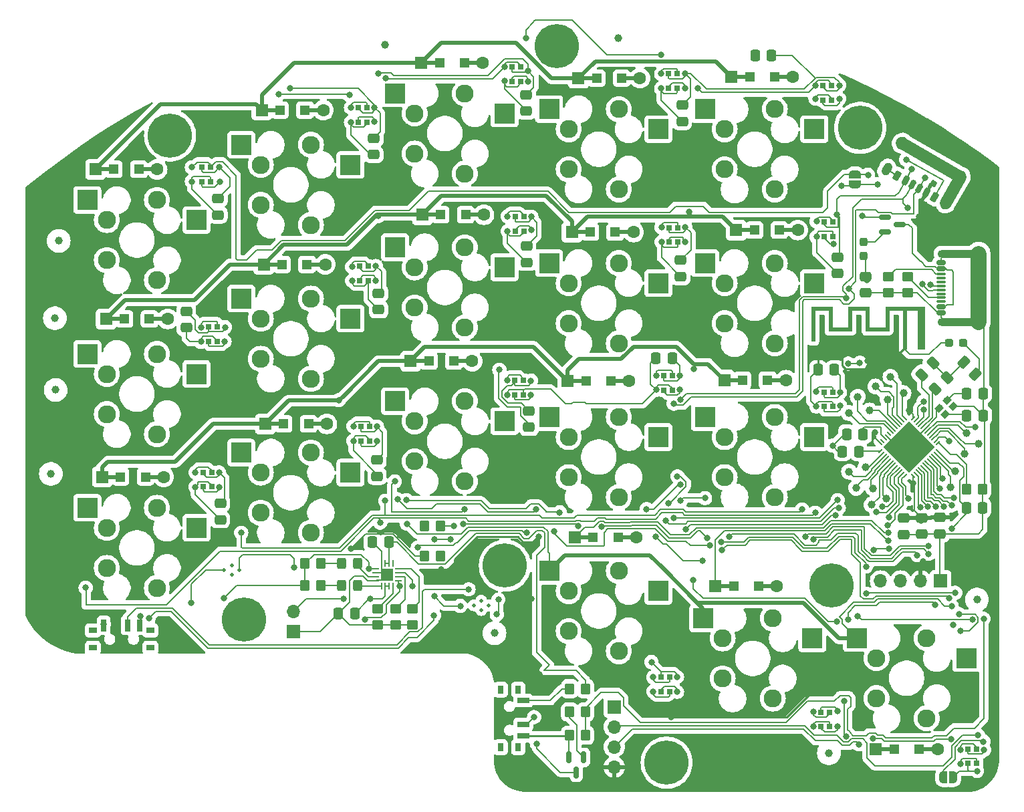
<source format=gbr>
%TF.GenerationSoftware,KiCad,Pcbnew,8.0.2*%
%TF.CreationDate,2025-01-19T21:46:12+07:00*%
%TF.ProjectId,sudi-keyboard,73756469-2d6b-4657-9962-6f6172642e6b,1*%
%TF.SameCoordinates,Original*%
%TF.FileFunction,Copper,L1,Top*%
%TF.FilePolarity,Positive*%
%FSLAX46Y46*%
G04 Gerber Fmt 4.6, Leading zero omitted, Abs format (unit mm)*
G04 Created by KiCad (PCBNEW 8.0.2) date 2025-01-19 21:46:12*
%MOMM*%
%LPD*%
G01*
G04 APERTURE LIST*
G04 Aperture macros list*
%AMRoundRect*
0 Rectangle with rounded corners*
0 $1 Rounding radius*
0 $2 $3 $4 $5 $6 $7 $8 $9 X,Y pos of 4 corners*
0 Add a 4 corners polygon primitive as box body*
4,1,4,$2,$3,$4,$5,$6,$7,$8,$9,$2,$3,0*
0 Add four circle primitives for the rounded corners*
1,1,$1+$1,$2,$3*
1,1,$1+$1,$4,$5*
1,1,$1+$1,$6,$7*
1,1,$1+$1,$8,$9*
0 Add four rect primitives between the rounded corners*
20,1,$1+$1,$2,$3,$4,$5,0*
20,1,$1+$1,$4,$5,$6,$7,0*
20,1,$1+$1,$6,$7,$8,$9,0*
20,1,$1+$1,$8,$9,$2,$3,0*%
%AMHorizOval*
0 Thick line with rounded ends*
0 $1 width*
0 $2 $3 position (X,Y) of the first rounded end (center of the circle)*
0 $4 $5 position (X,Y) of the second rounded end (center of the circle)*
0 Add line between two ends*
20,1,$1,$2,$3,$4,$5,0*
0 Add two circle primitives to create the rounded ends*
1,1,$1,$2,$3*
1,1,$1,$4,$5*%
%AMRotRect*
0 Rectangle, with rotation*
0 The origin of the aperture is its center*
0 $1 length*
0 $2 width*
0 $3 Rotation angle, in degrees counterclockwise*
0 Add horizontal line*
21,1,$1,$2,0,0,$3*%
%AMFreePoly0*
4,1,19,0.500000,-0.750000,0.000000,-0.750000,0.000000,-0.744911,-0.071157,-0.744911,-0.207708,-0.704816,-0.327430,-0.627875,-0.420627,-0.520320,-0.479746,-0.390866,-0.500000,-0.250000,-0.500000,0.250000,-0.479746,0.390866,-0.420627,0.520320,-0.327430,0.627875,-0.207708,0.704816,-0.071157,0.744911,0.000000,0.744911,0.000000,0.750000,0.500000,0.750000,0.500000,-0.750000,0.500000,-0.750000,
$1*%
%AMFreePoly1*
4,1,19,0.000000,0.744911,0.071157,0.744911,0.207708,0.704816,0.327430,0.627875,0.420627,0.520320,0.479746,0.390866,0.500000,0.250000,0.500000,-0.250000,0.479746,-0.390866,0.420627,-0.520320,0.327430,-0.627875,0.207708,-0.704816,0.071157,-0.744911,0.000000,-0.744911,0.000000,-0.750000,-0.500000,-0.750000,-0.500000,0.750000,0.000000,0.750000,0.000000,0.744911,0.000000,0.744911,
$1*%
G04 Aperture macros list end*
%TA.AperFunction,EtchedComponent*%
%ADD10C,0.000000*%
%TD*%
%TA.AperFunction,SMDPad,CuDef*%
%ADD11R,1.000000X0.800000*%
%TD*%
%TA.AperFunction,SMDPad,CuDef*%
%ADD12R,0.700000X1.500000*%
%TD*%
%TA.AperFunction,SMDPad,CuDef*%
%ADD13R,2.550000X2.500000*%
%TD*%
%TA.AperFunction,ComponentPad*%
%ADD14C,2.286000*%
%TD*%
%TA.AperFunction,SMDPad,CuDef*%
%ADD15RoundRect,0.237500X-0.237500X0.287500X-0.237500X-0.287500X0.237500X-0.287500X0.237500X0.287500X0*%
%TD*%
%TA.AperFunction,SMDPad,CuDef*%
%ADD16RoundRect,0.250000X0.350000X0.450000X-0.350000X0.450000X-0.350000X-0.450000X0.350000X-0.450000X0*%
%TD*%
%TA.AperFunction,SMDPad,CuDef*%
%ADD17C,1.000000*%
%TD*%
%TA.AperFunction,SMDPad,CuDef*%
%ADD18RoundRect,0.250000X-0.475000X0.337500X-0.475000X-0.337500X0.475000X-0.337500X0.475000X0.337500X0*%
%TD*%
%TA.AperFunction,SMDPad,CuDef*%
%ADD19RoundRect,0.175000X0.364054X0.280561X0.060946X0.455561X-0.364054X-0.280561X-0.060946X-0.455561X0*%
%TD*%
%TA.AperFunction,SMDPad,CuDef*%
%ADD20RoundRect,0.190000X-0.369545X-0.260070X-0.040455X-0.450070X0.369545X0.260070X0.040455X0.450070X0*%
%TD*%
%TA.AperFunction,SMDPad,CuDef*%
%ADD21RoundRect,0.200000X-0.373205X-0.246410X-0.026795X-0.446410X0.373205X0.246410X0.026795X0.446410X0*%
%TD*%
%TA.AperFunction,SMDPad,CuDef*%
%ADD22RoundRect,0.175000X-0.364054X-0.280561X-0.060946X-0.455561X0.364054X0.280561X0.060946X0.455561X0*%
%TD*%
%TA.AperFunction,SMDPad,CuDef*%
%ADD23RoundRect,0.190000X0.369545X0.260070X0.040455X0.450070X-0.369545X-0.260070X-0.040455X-0.450070X0*%
%TD*%
%TA.AperFunction,SMDPad,CuDef*%
%ADD24RoundRect,0.200000X0.373205X0.246410X0.026795X0.446410X-0.373205X-0.246410X-0.026795X-0.446410X0*%
%TD*%
%TA.AperFunction,ComponentPad*%
%ADD25HorizOval,1.100000X0.150000X0.259808X-0.150000X-0.259808X0*%
%TD*%
%TA.AperFunction,SMDPad,CuDef*%
%ADD26R,0.700000X0.700000*%
%TD*%
%TA.AperFunction,SMDPad,CuDef*%
%ADD27RoundRect,0.250000X0.337500X0.475000X-0.337500X0.475000X-0.337500X-0.475000X0.337500X-0.475000X0*%
%TD*%
%TA.AperFunction,ComponentPad*%
%ADD28R,1.600000X1.600000*%
%TD*%
%TA.AperFunction,SMDPad,CuDef*%
%ADD29R,2.500000X0.500000*%
%TD*%
%TA.AperFunction,SMDPad,CuDef*%
%ADD30R,1.200000X1.200000*%
%TD*%
%TA.AperFunction,ComponentPad*%
%ADD31C,1.600000*%
%TD*%
%TA.AperFunction,ComponentPad*%
%ADD32C,5.600000*%
%TD*%
%TA.AperFunction,SMDPad,CuDef*%
%ADD33RoundRect,0.250000X-0.450000X0.350000X-0.450000X-0.350000X0.450000X-0.350000X0.450000X0.350000X0*%
%TD*%
%TA.AperFunction,SMDPad,CuDef*%
%ADD34RoundRect,0.250000X-0.337500X-0.475000X0.337500X-0.475000X0.337500X0.475000X-0.337500X0.475000X0*%
%TD*%
%TA.AperFunction,ConnectorPad*%
%ADD35R,0.500000X0.500000*%
%TD*%
%TA.AperFunction,ComponentPad*%
%ADD36R,0.900000X0.500000*%
%TD*%
%TA.AperFunction,SMDPad,CuDef*%
%ADD37RoundRect,0.250000X-0.350000X-0.450000X0.350000X-0.450000X0.350000X0.450000X-0.350000X0.450000X0*%
%TD*%
%TA.AperFunction,SMDPad,CuDef*%
%ADD38FreePoly0,90.000000*%
%TD*%
%TA.AperFunction,SMDPad,CuDef*%
%ADD39FreePoly1,90.000000*%
%TD*%
%TA.AperFunction,SMDPad,CuDef*%
%ADD40RoundRect,0.150000X0.425000X-0.150000X0.425000X0.150000X-0.425000X0.150000X-0.425000X-0.150000X0*%
%TD*%
%TA.AperFunction,SMDPad,CuDef*%
%ADD41RoundRect,0.075000X0.500000X-0.075000X0.500000X0.075000X-0.500000X0.075000X-0.500000X-0.075000X0*%
%TD*%
%TA.AperFunction,ComponentPad*%
%ADD42O,2.100000X1.000000*%
%TD*%
%TA.AperFunction,ComponentPad*%
%ADD43O,1.800000X1.000000*%
%TD*%
%TA.AperFunction,SMDPad,CuDef*%
%ADD44RoundRect,0.250000X0.574524X0.097227X0.097227X0.574524X-0.574524X-0.097227X-0.097227X-0.574524X0*%
%TD*%
%TA.AperFunction,SMDPad,CuDef*%
%ADD45RoundRect,0.050000X-0.212132X-0.282843X0.282843X0.212132X0.212132X0.282843X-0.282843X-0.212132X0*%
%TD*%
%TA.AperFunction,SMDPad,CuDef*%
%ADD46RoundRect,0.050000X0.212132X-0.282843X0.282843X-0.212132X-0.212132X0.282843X-0.282843X0.212132X0*%
%TD*%
%TA.AperFunction,HeatsinkPad*%
%ADD47RotRect,4.600000X4.600000X45.000000*%
%TD*%
%TA.AperFunction,SMDPad,CuDef*%
%ADD48RotRect,0.900000X0.800000X225.000000*%
%TD*%
%TA.AperFunction,SMDPad,CuDef*%
%ADD49RoundRect,0.062500X-0.062500X0.375000X-0.062500X-0.375000X0.062500X-0.375000X0.062500X0.375000X0*%
%TD*%
%TA.AperFunction,SMDPad,CuDef*%
%ADD50RoundRect,0.062500X-0.375000X0.062500X-0.375000X-0.062500X0.375000X-0.062500X0.375000X0.062500X0*%
%TD*%
%TA.AperFunction,HeatsinkPad*%
%ADD51R,1.600000X1.600000*%
%TD*%
%TA.AperFunction,SMDPad,CuDef*%
%ADD52RoundRect,0.250000X-0.097227X0.574524X-0.574524X0.097227X0.097227X-0.574524X0.574524X-0.097227X0*%
%TD*%
%TA.AperFunction,SMDPad,CuDef*%
%ADD53RoundRect,0.150000X-0.587500X-0.150000X0.587500X-0.150000X0.587500X0.150000X-0.587500X0.150000X0*%
%TD*%
%TA.AperFunction,SMDPad,CuDef*%
%ADD54RoundRect,0.250000X0.325000X0.450000X-0.325000X0.450000X-0.325000X-0.450000X0.325000X-0.450000X0*%
%TD*%
%TA.AperFunction,SMDPad,CuDef*%
%ADD55FreePoly0,0.000000*%
%TD*%
%TA.AperFunction,SMDPad,CuDef*%
%ADD56FreePoly1,0.000000*%
%TD*%
%TA.AperFunction,SMDPad,CuDef*%
%ADD57R,0.800000X1.000000*%
%TD*%
%TA.AperFunction,SMDPad,CuDef*%
%ADD58R,1.500000X0.700000*%
%TD*%
%TA.AperFunction,SMDPad,CuDef*%
%ADD59RoundRect,0.150000X-0.150000X0.587500X-0.150000X-0.587500X0.150000X-0.587500X0.150000X0.587500X0*%
%TD*%
%TA.AperFunction,SMDPad,CuDef*%
%ADD60RoundRect,0.237500X-0.287500X-0.237500X0.287500X-0.237500X0.287500X0.237500X-0.287500X0.237500X0*%
%TD*%
%TA.AperFunction,ComponentPad*%
%ADD61R,1.700000X1.700000*%
%TD*%
%TA.AperFunction,ComponentPad*%
%ADD62O,1.700000X1.700000*%
%TD*%
%TA.AperFunction,ComponentPad*%
%ADD63C,0.500000*%
%TD*%
%TA.AperFunction,ComponentPad*%
%ADD64HorizOval,1.100000X-0.150000X-0.259808X0.150000X0.259808X0*%
%TD*%
%TA.AperFunction,ViaPad*%
%ADD65C,0.800000*%
%TD*%
%TA.AperFunction,Conductor*%
%ADD66C,0.500000*%
%TD*%
%TA.AperFunction,Conductor*%
%ADD67C,0.200000*%
%TD*%
%TA.AperFunction,Conductor*%
%ADD68C,1.000000*%
%TD*%
%TA.AperFunction,Conductor*%
%ADD69C,0.250000*%
%TD*%
%TA.AperFunction,Conductor*%
%ADD70C,1.500000*%
%TD*%
%TA.AperFunction,Conductor*%
%ADD71C,2.000000*%
%TD*%
G04 APERTURE END LIST*
D10*
%TA.AperFunction,EtchedComponent*%
%TO.C,AE1*%
G36*
X210700001Y-86190000D02*
G01*
X212699999Y-86190002D01*
X212700000Y-83549999D01*
X215400000Y-83550000D01*
X215400000Y-86190000D01*
X217400002Y-86190001D01*
X217400002Y-83549999D01*
X222399998Y-83550002D01*
X222400000Y-88706785D01*
X222400000Y-88950000D01*
X221500000Y-88950001D01*
X221500000Y-88691842D01*
X221801778Y-88691842D01*
X221808309Y-88741368D01*
X221828869Y-88786554D01*
X221862512Y-88821784D01*
X221881123Y-88832401D01*
X221926637Y-88845300D01*
X221975158Y-88846044D01*
X222017815Y-88833934D01*
X222025731Y-88829581D01*
X222063674Y-88796797D01*
X222087742Y-88754397D01*
X222097581Y-88706786D01*
X222092847Y-88658378D01*
X222073185Y-88613584D01*
X222038245Y-88576812D01*
X222005353Y-88559908D01*
X221957267Y-88552019D01*
X221907682Y-88558589D01*
X221862373Y-88578689D01*
X221827113Y-88611358D01*
X221810217Y-88643585D01*
X221801778Y-88691842D01*
X221500000Y-88691842D01*
X221500002Y-84049997D01*
X220100000Y-84050000D01*
X220100000Y-88950000D01*
X219600000Y-88950000D01*
X219600000Y-84050000D01*
X217900000Y-84050000D01*
X217899999Y-86689999D01*
X214900000Y-86690000D01*
X214900003Y-84050003D01*
X213200002Y-84050002D01*
X213199997Y-86690000D01*
X210199999Y-86690000D01*
X210200001Y-84050000D01*
X208500000Y-84050000D01*
X208499996Y-87989998D01*
X208000000Y-87989997D01*
X208000000Y-83550000D01*
X210700000Y-83549996D01*
X210700001Y-86190000D01*
G37*
%TD.AperFunction*%
%TD*%
D11*
%TO.P,SW4,*%
%TO.N,*%
X117000000Y-124570000D03*
X117000000Y-126780000D03*
X124300000Y-124570000D03*
X124300000Y-126780000D03*
D12*
%TO.P,SW4,1,A*%
%TO.N,Net-(SW4-A)*%
X118400000Y-123920000D03*
%TO.P,SW4,2,B*%
%TO.N,Net-(SW4-B)*%
X121400000Y-123920000D03*
%TO.P,SW4,3,C*%
%TO.N,GND*%
X122900000Y-123920000D03*
%TD*%
D13*
%TO.P,K16,1*%
%TO.N,col6*%
X174800000Y-117030000D03*
D14*
X177280000Y-119570000D03*
X177280000Y-124650000D03*
%TO.P,K16,2*%
%TO.N,Net-(D33-A)*%
X183630000Y-117030000D03*
X183630000Y-127190000D03*
D13*
X188650000Y-119570000D03*
%TD*%
D15*
%TO.P,FB1,1*%
%TO.N,Net-(Q2-S)*%
X214620002Y-75374998D03*
%TO.P,FB1,2*%
%TO.N,VBUS*%
X214620002Y-77124998D03*
%TD*%
D16*
%TO.P,R10,1*%
%TO.N,GND*%
X229700000Y-106700000D03*
%TO.P,R10,2*%
%TO.N,/SWCLK*%
X227700000Y-106700000D03*
%TD*%
D17*
%TO.P,TP16,1,1*%
%TO.N,/P0.29{slash}AIN5*%
X215400001Y-96700001D03*
%TD*%
D18*
%TO.P,C51,1*%
%TO.N,+5V*%
X191450000Y-77662500D03*
%TO.P,C51,2*%
%TO.N,GND*%
X191450000Y-79737500D03*
%TD*%
D19*
%TO.P,J1,A5,CC2*%
%TO.N,SDA*%
X221695513Y-68582502D03*
D20*
%TO.P,J1,A9,VBUS*%
%TO.N,+5V*%
X219946141Y-67572502D03*
D21*
%TO.P,J1,A12,GND*%
%TO.N,GND*%
X218880930Y-66957502D03*
D22*
%TO.P,J1,B5,CC3*%
%TO.N,SCL*%
X220829487Y-68082502D03*
D23*
%TO.P,J1,B9,CC1*%
%TO.N,+3.3V*%
X222578859Y-69092502D03*
D24*
%TO.P,J1,B12,CC4*%
%TO.N,END_TX*%
X223644070Y-69707502D03*
D25*
%TO.P,J1,S1,SHIELD*%
%TO.N,GND*%
X225043730Y-70423220D03*
X226943730Y-67132324D03*
X217561270Y-66103220D03*
X219461270Y-62812324D03*
%TD*%
D26*
%TO.P,D17,1,DOUT*%
%TO.N,Net-(D17-DOUT)*%
X130950000Y-106365001D03*
%TO.P,D17,2,VSS*%
%TO.N,GND*%
X132049999Y-106364999D03*
%TO.P,D17,3,DIN*%
%TO.N,Net-(D11-DOUT)*%
X132050000Y-104534999D03*
%TO.P,D17,4,VDD*%
%TO.N,+5V*%
X130950001Y-104535001D03*
%TD*%
D27*
%TO.P,C3,1*%
%TO.N,VDD*%
X150187500Y-122400000D03*
%TO.P,C3,2*%
%TO.N,GND*%
X148112500Y-122400000D03*
%TD*%
D17*
%TO.P,FID9,*%
%TO.N,*%
X167890000Y-124910000D03*
%TD*%
D28*
%TO.P,D26,1,K*%
%TO.N,row1*%
X197900000Y-54450000D03*
D29*
X199100000Y-54450000D03*
D30*
X200225000Y-54450000D03*
%TO.P,D26,2,A*%
%TO.N,Net-(D26-A)*%
X203375000Y-54450000D03*
D29*
X204500000Y-54450000D03*
D31*
X205700000Y-54450000D03*
%TD*%
D13*
%TO.P,K9,1*%
%TO.N,col3*%
X155300000Y-95530000D03*
D14*
X157780000Y-98070000D03*
X157780000Y-103150000D03*
%TO.P,K9,2*%
%TO.N,Net-(D16-A)*%
X164130000Y-95530000D03*
X164130000Y-105690000D03*
D13*
X169150000Y-98070000D03*
%TD*%
D17*
%TO.P,FID2,*%
%TO.N,*%
X111690000Y-104710000D03*
%TD*%
D32*
%TO.P,H2,1,1*%
%TO.N,unconnected-(H2-Pad1)*%
X169200000Y-116350000D03*
%TD*%
%TO.P,H1,1,1*%
%TO.N,unconnected-(H1-Pad1)*%
X210550000Y-118850000D03*
%TD*%
D26*
%TO.P,D18,1,DOUT*%
%TO.N,Net-(D18-DOUT)*%
X170450000Y-94715001D03*
%TO.P,D18,2,VSS*%
%TO.N,GND*%
X171549999Y-94714999D03*
%TO.P,D18,3,DIN*%
%TO.N,Net-(D12-DOUT)*%
X171550000Y-92884999D03*
%TO.P,D18,4,VDD*%
%TO.N,+5V*%
X170450001Y-92885001D03*
%TD*%
D27*
%TO.P,C57,1*%
%TO.N,Net-(AE1-A)*%
X219087500Y-90350000D03*
%TO.P,C57,2*%
%TO.N,GND*%
X217012500Y-90350000D03*
%TD*%
D32*
%TO.P,H5,1,1*%
%TO.N,unconnected-(H5-Pad1)*%
X214200000Y-60900000D03*
%TD*%
D13*
%TO.P,K8,1*%
%TO.N,col3*%
X155300000Y-76030000D03*
D14*
X157780000Y-78570000D03*
X157780000Y-83650000D03*
%TO.P,K8,2*%
%TO.N,Net-(D15-A)*%
X164130000Y-76030000D03*
X164130000Y-86190000D03*
D13*
X169150000Y-78570000D03*
%TD*%
D17*
%TO.P,TP5,1,1*%
%TO.N,/P0.04{slash}AIN2*%
X215650000Y-108650000D03*
%TD*%
D18*
%TO.P,C42,1*%
%TO.N,+5V*%
X128850000Y-84112500D03*
%TO.P,C42,2*%
%TO.N,GND*%
X128850000Y-86187500D03*
%TD*%
D17*
%TO.P,FID3,*%
%TO.N,*%
X112690000Y-75210000D03*
%TD*%
D18*
%TO.P,C41,1*%
%TO.N,+5V*%
X132850000Y-69862500D03*
%TO.P,C41,2*%
%TO.N,GND*%
X132850000Y-71937500D03*
%TD*%
D13*
%TO.P,K18,1*%
%TO.N,col6*%
X213800000Y-125530000D03*
D14*
X216280000Y-128070000D03*
X216280000Y-133150000D03*
%TO.P,K18,2*%
%TO.N,Net-(D35-A)*%
X222630000Y-125530000D03*
X222630000Y-135690000D03*
D13*
X227650000Y-128070000D03*
%TD*%
%TO.P,K12,1*%
%TO.N,col4*%
X174800000Y-97530000D03*
D14*
X177280000Y-100070000D03*
X177280000Y-105150000D03*
%TO.P,K12,2*%
%TO.N,Net-(D22-A)*%
X183630000Y-97530000D03*
X183630000Y-107690000D03*
D13*
X188650000Y-100070000D03*
%TD*%
D32*
%TO.P,H3,1,1*%
%TO.N,unconnected-(H3-Pad1)*%
X136190000Y-123210000D03*
%TD*%
D13*
%TO.P,K14,1*%
%TO.N,col5*%
X194550000Y-78030000D03*
D14*
X197030000Y-80570000D03*
X197030000Y-85650000D03*
%TO.P,K14,2*%
%TO.N,Net-(D27-A)*%
X203380000Y-78030000D03*
X203380000Y-88190000D03*
D13*
X208400000Y-80570000D03*
%TD*%
D28*
%TO.P,D33,1,K*%
%TO.N,row1*%
X178050000Y-112750000D03*
D29*
X179250000Y-112750000D03*
D30*
X180375000Y-112750000D03*
%TO.P,D33,2,A*%
%TO.N,Net-(D33-A)*%
X183525000Y-112750000D03*
D29*
X184650000Y-112750000D03*
D31*
X185850000Y-112750000D03*
%TD*%
D18*
%TO.P,C43,1*%
%TO.N,+5V*%
X133150000Y-108462500D03*
%TO.P,C43,2*%
%TO.N,GND*%
X133150000Y-110537500D03*
%TD*%
%TO.P,C40,1*%
%TO.N,+3.3V*%
X219724998Y-110349999D03*
%TO.P,C40,2*%
%TO.N,GND*%
X219724998Y-112424999D03*
%TD*%
D33*
%TO.P,R4,1*%
%TO.N,Net-(P1-VCONN)*%
X217770002Y-79749998D03*
%TO.P,R4,2*%
%TO.N,GND*%
X217770002Y-81749998D03*
%TD*%
D26*
%TO.P,D25,1,DOUT*%
%TO.N,Net-(D25-DOUT)*%
X188949999Y-132315001D03*
%TO.P,D25,2,VSS*%
%TO.N,GND*%
X190050000Y-132314999D03*
%TO.P,D25,3,DIN*%
%TO.N,Net-(D19-DOUT)*%
X190050001Y-130484999D03*
%TO.P,D25,4,VDD*%
%TO.N,+5V*%
X188950000Y-130485001D03*
%TD*%
D27*
%TO.P,C1,1*%
%TO.N,+BATT*%
X154487500Y-113400000D03*
%TO.P,C1,2*%
%TO.N,GND*%
X152412500Y-113400000D03*
%TD*%
%TO.P,C18,1*%
%TO.N,GND*%
X229787500Y-94550000D03*
%TO.P,C18,2*%
%TO.N,Net-(U7-XC2)*%
X227712500Y-94550000D03*
%TD*%
D13*
%TO.P,K7,1*%
%TO.N,col3*%
X155300000Y-56530000D03*
D14*
X157780000Y-59070000D03*
X157780000Y-64150000D03*
%TO.P,K7,2*%
%TO.N,Net-(D14-A)*%
X164130000Y-56530000D03*
X164130000Y-66690000D03*
D13*
X169150000Y-59070000D03*
%TD*%
D28*
%TO.P,D2,1,K*%
%TO.N,row2*%
X118690000Y-85110000D03*
D29*
X119890000Y-85110000D03*
D30*
X121015000Y-85110000D03*
%TO.P,D2,2,A*%
%TO.N,Net-(D2-A)*%
X124165000Y-85110000D03*
D29*
X125290000Y-85110000D03*
D31*
X126490000Y-85110000D03*
%TD*%
D34*
%TO.P,C19,1*%
%TO.N,Net-(U7-P0.21{slash}~{RESET})*%
X227662501Y-109049998D03*
%TO.P,C19,2*%
%TO.N,GND*%
X229737501Y-109049998D03*
%TD*%
D17*
%TO.P,FID6,*%
%TO.N,*%
X112199999Y-84999999D03*
%TD*%
%TO.P,TP17,1,1*%
%TO.N,/P0.30{slash}AIN6*%
X213900000Y-94950002D03*
%TD*%
%TO.P,FID7,*%
%TO.N,*%
X210240000Y-140110000D03*
%TD*%
%TO.P,FID5,*%
%TO.N,*%
X183590000Y-49510000D03*
%TD*%
D13*
%TO.P,K6,1*%
%TO.N,col2*%
X135800000Y-102030000D03*
D14*
X138280000Y-104570000D03*
X138280000Y-109650000D03*
%TO.P,K6,2*%
%TO.N,Net-(D7-A)*%
X144630000Y-102030000D03*
X144630000Y-112190000D03*
D13*
X149650000Y-104570000D03*
%TD*%
D16*
%TO.P,R11,1*%
%TO.N,VBUS*%
X179400000Y-134900001D03*
%TO.P,R11,2*%
%TO.N,Net-(Q1-G)*%
X177400000Y-134900001D03*
%TD*%
D13*
%TO.P,K5,1*%
%TO.N,col2*%
X135800000Y-82530000D03*
D14*
X138280000Y-85070000D03*
X138280000Y-90150000D03*
%TO.P,K5,2*%
%TO.N,Net-(D6-A)*%
X144630000Y-82530000D03*
X144630000Y-92690000D03*
D13*
X149650000Y-85070000D03*
%TD*%
D17*
%TO.P,TP9,1,1*%
%TO.N,/P0.22*%
X227449999Y-102200001D03*
%TD*%
D28*
%TO.P,D21,1,K*%
%TO.N,row2*%
X177700000Y-74100000D03*
D29*
X178900000Y-74100000D03*
D30*
X180025000Y-74100000D03*
%TO.P,D21,2,A*%
%TO.N,Net-(D21-A)*%
X183175000Y-74100000D03*
D29*
X184300000Y-74100000D03*
D31*
X185500000Y-74100000D03*
%TD*%
D13*
%TO.P,K2,1*%
%TO.N,col1*%
X116300000Y-89530000D03*
D14*
X118780000Y-92070000D03*
X118780000Y-97150000D03*
%TO.P,K2,2*%
%TO.N,Net-(D2-A)*%
X125130000Y-89530000D03*
X125130000Y-99690000D03*
D13*
X130150000Y-92070000D03*
%TD*%
%TO.P,K10,1*%
%TO.N,col4*%
X174800000Y-58530000D03*
D14*
X177280000Y-61070000D03*
X177280000Y-66150000D03*
%TO.P,K10,2*%
%TO.N,Net-(D20-A)*%
X183630000Y-58530000D03*
X183630000Y-68690000D03*
D13*
X188650000Y-61070000D03*
%TD*%
D16*
%TO.P,R12,1*%
%TO.N,+BATT*%
X179399999Y-131949998D03*
%TO.P,R12,2*%
%TO.N,Net-(SW3-A)*%
X177399999Y-131949998D03*
%TD*%
D18*
%TO.P,C39,1*%
%TO.N,+3.3V*%
X222024999Y-110300000D03*
%TO.P,C39,2*%
%TO.N,GND*%
X222024999Y-112375000D03*
%TD*%
D26*
%TO.P,D8,1,DOUT*%
%TO.N,Net-(D11-DIN)*%
X130799999Y-67715001D03*
%TO.P,D8,2,VSS*%
%TO.N,GND*%
X131900000Y-67714999D03*
%TO.P,D8,3,DIN*%
%TO.N,TX*%
X131900001Y-65884999D03*
%TO.P,D8,4,VDD*%
%TO.N,+5V*%
X130800000Y-65885001D03*
%TD*%
D16*
%TO.P,R5,1*%
%TO.N,VBUS*%
X179400000Y-137850000D03*
%TO.P,R5,2*%
%TO.N,GND*%
X177400000Y-137850000D03*
%TD*%
D35*
%TO.P,AE1,1,A*%
%TO.N,Net-(AE1-A)*%
X219850000Y-88700000D03*
D36*
%TO.P,AE1,2*%
%TO.N,N/C*%
X221950000Y-88700000D03*
%TD*%
D18*
%TO.P,C2,1*%
%TO.N,VBUS*%
X214900004Y-79712498D03*
%TO.P,C2,2*%
%TO.N,GND*%
X214900004Y-81787498D03*
%TD*%
D26*
%TO.P,D36,1,DOUT*%
%TO.N,/DOUT1*%
X150949999Y-100565001D03*
%TO.P,D36,2,VSS*%
%TO.N,GND*%
X152050000Y-100564999D03*
%TO.P,D36,3,DIN*%
%TO.N,Net-(D29-DOUT)*%
X152050001Y-98734999D03*
%TO.P,D36,4,VDD*%
%TO.N,+5V*%
X150950000Y-98735001D03*
%TD*%
%TO.P,D29,1,DOUT*%
%TO.N,Net-(D29-DOUT)*%
X150799999Y-80265001D03*
%TO.P,D29,2,VSS*%
%TO.N,GND*%
X151900000Y-80264999D03*
%TO.P,D29,3,DIN*%
%TO.N,Net-(D23-DOUT)*%
X151900001Y-78434999D03*
%TO.P,D29,4,VDD*%
%TO.N,+5V*%
X150800000Y-78435001D03*
%TD*%
D34*
%TO.P,C20,1*%
%TO.N,GND*%
X211962500Y-101900000D03*
%TO.P,C20,2*%
%TO.N,Net-(U7-DEC1)*%
X214037500Y-101900000D03*
%TD*%
D17*
%TO.P,TP13,1,1*%
%TO.N,/P0.26*%
X218050002Y-92450001D03*
%TD*%
D18*
%TO.P,C54,1*%
%TO.N,+5V*%
X211350000Y-77262500D03*
%TO.P,C54,2*%
%TO.N,GND*%
X211350000Y-79337500D03*
%TD*%
D37*
%TO.P,R1,1*%
%TO.N,+3.3V*%
X159050000Y-115160000D03*
%TO.P,R1,2*%
%TO.N,SDA*%
X161050000Y-115160000D03*
%TD*%
D18*
%TO.P,C44,1*%
%TO.N,+5V*%
X152600000Y-62212500D03*
%TO.P,C44,2*%
%TO.N,GND*%
X152600000Y-64287500D03*
%TD*%
D17*
%TO.P,TP11,1,1*%
%TO.N,/P0.24*%
X227700000Y-99600000D03*
%TD*%
D16*
%TO.P,R17,1*%
%TO.N,Net-(D32-A)*%
X145850000Y-118899999D03*
%TO.P,R17,2*%
%TO.N,VDD*%
X143850000Y-118899999D03*
%TD*%
D26*
%TO.P,D31,1,DOUT*%
%TO.N,Net-(D31-DOUT)*%
X209249999Y-136765001D03*
%TO.P,D31,2,VSS*%
%TO.N,GND*%
X210350000Y-136764999D03*
%TO.P,D31,3,DIN*%
%TO.N,Net-(D25-DOUT)*%
X210350001Y-134934999D03*
%TO.P,D31,4,VDD*%
%TO.N,+5V*%
X209250000Y-134935001D03*
%TD*%
D38*
%TO.P,JP1,1,A*%
%TO.N,END_TX*%
X213550000Y-68100000D03*
D39*
%TO.P,JP1,2,B*%
%TO.N,TX*%
X213550000Y-66800000D03*
%TD*%
D13*
%TO.P,K13,1*%
%TO.N,col5*%
X194550000Y-58530000D03*
D14*
X197030000Y-61070000D03*
X197030000Y-66150000D03*
%TO.P,K13,2*%
%TO.N,Net-(D26-A)*%
X203380000Y-58530000D03*
X203380000Y-68690000D03*
D13*
X208400000Y-61070000D03*
%TD*%
D33*
%TO.P,R3,1*%
%TO.N,Net-(P1-CC)*%
X220200000Y-79750000D03*
%TO.P,R3,2*%
%TO.N,GND*%
X220200000Y-81750000D03*
%TD*%
D40*
%TO.P,P1,A1,GND*%
%TO.N,GND*%
X224460000Y-84360000D03*
%TO.P,P1,A4,VBUS*%
%TO.N,Net-(Q2-D)*%
X224460001Y-83560001D03*
D41*
%TO.P,P1,A5,CC*%
%TO.N,Net-(P1-CC)*%
X224460001Y-82410000D03*
%TO.P,P1,A6,D+*%
%TO.N,Net-(P1-D+)*%
X224460000Y-81410001D03*
%TO.P,P1,A7,D-*%
%TO.N,Net-(P1-D-)*%
X224459999Y-80910001D03*
%TO.P,P1,A8*%
%TO.N,N/C*%
X224460000Y-79909999D03*
D40*
%TO.P,P1,A9,VBUS*%
%TO.N,Net-(Q2-D)*%
X224459999Y-78759999D03*
%TO.P,P1,A12,GND*%
%TO.N,GND*%
X224460000Y-77959999D03*
%TO.P,P1,B1,GND*%
X224460000Y-77959999D03*
%TO.P,P1,B4,VBUS*%
%TO.N,Net-(Q2-D)*%
X224459999Y-78759999D03*
D41*
%TO.P,P1,B5,VCONN*%
%TO.N,Net-(P1-VCONN)*%
X224460001Y-79410000D03*
%TO.P,P1,B6*%
%TO.N,N/C*%
X224460000Y-80410001D03*
%TO.P,P1,B7*%
X224460000Y-81910000D03*
%TO.P,P1,B8*%
X224459999Y-82910000D03*
D40*
%TO.P,P1,B9,VBUS*%
%TO.N,Net-(Q2-D)*%
X224460001Y-83560001D03*
%TO.P,P1,B12,GND*%
%TO.N,GND*%
X224460000Y-84360000D03*
D42*
%TO.P,P1,S1,SHIELD*%
X225035000Y-85480002D03*
D43*
X229215000Y-85480001D03*
D42*
X225034998Y-76840000D03*
D43*
X229215000Y-76840000D03*
%TD*%
D17*
%TO.P,TP3,1,1*%
%TO.N,/P0.02{slash}AIN0*%
X213700000Y-106500000D03*
%TD*%
D28*
%TO.P,D34,1,K*%
%TO.N,row2*%
X195850000Y-118950000D03*
D29*
X197050000Y-118950000D03*
D30*
X198175000Y-118950000D03*
%TO.P,D34,2,A*%
%TO.N,Net-(D34-A)*%
X201325000Y-118950000D03*
D29*
X202450000Y-118950000D03*
D31*
X203650000Y-118950000D03*
%TD*%
D18*
%TO.P,C45,1*%
%TO.N,+5V*%
X153200000Y-81862500D03*
%TO.P,C45,2*%
%TO.N,GND*%
X153200000Y-83937500D03*
%TD*%
D44*
%TO.P,C21,1*%
%TO.N,Net-(U7-ANT)*%
X228783623Y-92083623D03*
%TO.P,C21,2*%
%TO.N,GND*%
X227316377Y-90616377D03*
%TD*%
D33*
%TO.P,R14,1*%
%TO.N,/ISET*%
X157500000Y-121850000D03*
%TO.P,R14,2*%
%TO.N,GND*%
X157500000Y-123850000D03*
%TD*%
D45*
%TO.P,U7,1,DEC1*%
%TO.N,Net-(U7-DEC1)*%
X216758400Y-101880330D03*
%TO.P,U7,2,P0.00/XL1*%
%TO.N,/P0.00{slash}XL1*%
X217041245Y-102163172D03*
%TO.P,U7,3,P0.01/XL2*%
%TO.N,/P0.01{slash}XL2*%
X217324086Y-102446015D03*
%TO.P,U7,4,P0.02/AIN0*%
%TO.N,/P0.02{slash}AIN0*%
X217606928Y-102728858D03*
%TO.P,U7,5,P0.03/AIN1*%
%TO.N,/P0.03{slash}AIN1*%
X217889771Y-103011701D03*
%TO.P,U7,6,P0.04/AIN2*%
%TO.N,/P0.04{slash}AIN2*%
X218172614Y-103294544D03*
%TO.P,U7,7,P0.05/AIN3*%
%TO.N,/P0.05{slash}AIN3*%
X218455456Y-103577386D03*
%TO.P,U7,8,P0.06*%
%TO.N,SCL*%
X218738299Y-103860230D03*
%TO.P,U7,9,P0.07*%
%TO.N,SDA*%
X219021143Y-104143072D03*
%TO.P,U7,10,P0.08*%
%TO.N,TX*%
X219303984Y-104425914D03*
%TO.P,U7,11,NFC1/P0.09*%
%TO.N,RX*%
X219586826Y-104708758D03*
%TO.P,U7,12,NFC2/P0.10*%
%TO.N,row1*%
X219869670Y-104991600D03*
D46*
%TO.P,U7,13,VDD*%
%TO.N,+3.3V*%
X220930330Y-104991600D03*
%TO.P,U7,14,P0.11*%
%TO.N,row2*%
X221213172Y-104708755D03*
%TO.P,U7,15,P0.12*%
%TO.N,row3*%
X221496015Y-104425914D03*
%TO.P,U7,16,P0.13*%
%TO.N,col1*%
X221778858Y-104143072D03*
%TO.P,U7,17,P0.14*%
%TO.N,col2*%
X222061701Y-103860229D03*
%TO.P,U7,18,P0.15*%
%TO.N,col3*%
X222344544Y-103577386D03*
%TO.P,U7,19,P0.16*%
%TO.N,col4*%
X222627386Y-103294544D03*
%TO.P,U7,20,P0.17*%
%TO.N,col5*%
X222910230Y-103011701D03*
%TO.P,U7,21,P0.18/SWO*%
%TO.N,col6*%
X223193072Y-102728857D03*
%TO.P,U7,22,P0.19*%
%TO.N,/P0.19*%
X223475914Y-102446016D03*
%TO.P,U7,23,P0.20*%
%TO.N,/P0.20*%
X223758758Y-102163174D03*
%TO.P,U7,24,P0.21/~{RESET}*%
%TO.N,Net-(U7-P0.21{slash}~{RESET})*%
X224041600Y-101880330D03*
D45*
%TO.P,U7,25,SWDCLK*%
%TO.N,/SWCLK*%
X224041600Y-100819670D03*
%TO.P,U7,26,SWDIO*%
%TO.N,/SWDIO*%
X223758755Y-100536828D03*
%TO.P,U7,27,P0.22*%
%TO.N,/P0.22*%
X223475914Y-100253985D03*
%TO.P,U7,28,P0.23*%
%TO.N,/P0.23*%
X223193072Y-99971142D03*
%TO.P,U7,29,P0.24*%
%TO.N,/P0.24*%
X222910229Y-99688299D03*
%TO.P,U7,30,ANT*%
%TO.N,Net-(U7-ANT)*%
X222627386Y-99405456D03*
%TO.P,U7,31,VSS*%
%TO.N,GND*%
X222344544Y-99122614D03*
%TO.P,U7,32,DEC2*%
%TO.N,Net-(U7-DEC2)*%
X222061701Y-98839770D03*
%TO.P,U7,33,DEC3*%
%TO.N,Net-(U7-DEC3)*%
X221778857Y-98556928D03*
%TO.P,U7,34,XC1*%
%TO.N,Net-(U7-XC1)*%
X221496016Y-98274086D03*
%TO.P,U7,35,XC2*%
%TO.N,Net-(U7-XC2)*%
X221213174Y-97991242D03*
%TO.P,U7,36,VDD*%
%TO.N,+3.3V*%
X220930330Y-97708400D03*
D46*
%TO.P,U7,37,P0.25*%
%TO.N,/P0.25*%
X219869670Y-97708400D03*
%TO.P,U7,38,P0.26*%
%TO.N,/P0.26*%
X219586828Y-97991245D03*
%TO.P,U7,39,P0.27*%
%TO.N,/P0.27*%
X219303985Y-98274086D03*
%TO.P,U7,40,P0.28/AIN4*%
%TO.N,/P0.28{slash}AIN4*%
X219021142Y-98556928D03*
%TO.P,U7,41,P0.29/AIN5*%
%TO.N,/P0.29{slash}AIN5*%
X218738299Y-98839771D03*
%TO.P,U7,42,P0.30/AIN6*%
%TO.N,/P0.30{slash}AIN6*%
X218455456Y-99122614D03*
%TO.P,U7,43,P0.31/AIN7*%
%TO.N,/P0.31{slash}AIN7*%
X218172614Y-99405456D03*
%TO.P,U7,44,NC*%
%TO.N,unconnected-(U7-NC-Pad44)*%
X217889770Y-99688299D03*
%TO.P,U7,45,VSS*%
%TO.N,GND*%
X217606928Y-99971143D03*
%TO.P,U7,46,DEC4*%
%TO.N,Net-(U7-DEC4)*%
X217324086Y-100253984D03*
%TO.P,U7,47,DCC*%
%TO.N,unconnected-(U7-DCC-Pad47)*%
X217041242Y-100536826D03*
%TO.P,U7,48,VDD*%
%TO.N,+3.3V*%
X216758400Y-100819670D03*
D47*
%TO.P,U7,49,VSS*%
%TO.N,GND*%
X220400000Y-101350000D03*
%TD*%
D17*
%TO.P,TP15,1,1*%
%TO.N,/P0.28{slash}AIN4*%
X217650001Y-95300002D03*
%TD*%
D48*
%TO.P,Y1,1,1*%
%TO.N,Net-(U7-XC2)*%
X225206069Y-95416115D03*
%TO.P,Y1,2,2*%
%TO.N,GND*%
X224216116Y-96406067D03*
%TO.P,Y1,3,3*%
%TO.N,Net-(U7-XC1)*%
X224993931Y-97183885D03*
%TO.P,Y1,4,4*%
%TO.N,GND*%
X225983884Y-96193933D03*
%TD*%
D13*
%TO.P,K3,1*%
%TO.N,col1*%
X116300000Y-109030000D03*
D14*
X118780000Y-111570000D03*
X118780000Y-116650000D03*
%TO.P,K3,2*%
%TO.N,Net-(D3-A)*%
X125130000Y-109030000D03*
X125130000Y-119190000D03*
D13*
X130150000Y-111570000D03*
%TD*%
D17*
%TO.P,FID1,*%
%TO.N,*%
X112300000Y-94100000D03*
%TD*%
D37*
%TO.P,R2,1*%
%TO.N,+3.3V*%
X159050000Y-111350000D03*
%TO.P,R2,2*%
%TO.N,SCL*%
X161050000Y-111350000D03*
%TD*%
D13*
%TO.P,K15,1*%
%TO.N,col5*%
X194550000Y-97530000D03*
D14*
X197030000Y-100070000D03*
X197030000Y-105150000D03*
%TO.P,K15,2*%
%TO.N,Net-(D28-A)*%
X203380000Y-97530000D03*
X203380000Y-107690000D03*
D13*
X208400000Y-100070000D03*
%TD*%
D49*
%TO.P,U5,1,TS*%
%TO.N,unconnected-(U5-TS-Pad1)*%
X155050000Y-116062500D03*
%TO.P,U5,2,BAT*%
%TO.N,+BATT*%
X154550000Y-116062500D03*
%TO.P,U5,3,BAT*%
X154050000Y-116062500D03*
%TO.P,U5,4,~{CE}*%
%TO.N,GND*%
X153550000Y-116062500D03*
D50*
%TO.P,U5,5,EN2*%
%TO.N,VDD*%
X152862500Y-116750000D03*
%TO.P,U5,6,EN1*%
%TO.N,GND*%
X152862500Y-117250000D03*
%TO.P,U5,7,~{PGOOD}*%
%TO.N,Net-(D4-K)*%
X152862500Y-117750000D03*
%TO.P,U5,8,VSS*%
%TO.N,GND*%
X152862500Y-118250000D03*
D49*
%TO.P,U5,9,~{CHG}*%
%TO.N,Net-(D32-K)*%
X153550000Y-118937500D03*
%TO.P,U5,10,OUT*%
%TO.N,VDD*%
X154050000Y-118937500D03*
%TO.P,U5,11,OUT*%
X154550000Y-118937500D03*
%TO.P,U5,12,ILIM*%
%TO.N,/ILIM*%
X155050000Y-118937500D03*
D50*
%TO.P,U5,13,IN*%
%TO.N,VBUS*%
X155737500Y-118250000D03*
%TO.P,U5,14,TMR*%
%TO.N,/TMR*%
X155737500Y-117750000D03*
%TO.P,U5,15,SYSOFF*%
%TO.N,/SYSOFF*%
X155737500Y-117250000D03*
%TO.P,U5,16,ISET*%
%TO.N,/ISET*%
X155737500Y-116750000D03*
D51*
%TO.P,U5,17,VSS*%
%TO.N,GND*%
X154300000Y-117500000D03*
%TD*%
D27*
%TO.P,C52,1*%
%TO.N,+5V*%
X190387500Y-90050000D03*
%TO.P,C52,2*%
%TO.N,GND*%
X188312500Y-90050000D03*
%TD*%
D52*
%TO.P,C35,1*%
%TO.N,GND*%
X225183625Y-92516378D03*
%TO.P,C35,2*%
%TO.N,Net-(U7-DEC2)*%
X223716379Y-93983624D03*
%TD*%
D18*
%TO.P,C48,1*%
%TO.N,+5V*%
X171950000Y-75862500D03*
%TO.P,C48,2*%
%TO.N,GND*%
X171950000Y-77937500D03*
%TD*%
D27*
%TO.P,C53,1*%
%TO.N,+5V*%
X202987500Y-51700000D03*
%TO.P,C53,2*%
%TO.N,GND*%
X200912500Y-51700000D03*
%TD*%
D28*
%TO.P,D14,1,K*%
%TO.N,row1*%
X158600000Y-52650000D03*
D29*
X159800000Y-52650000D03*
D30*
X160925000Y-52650000D03*
%TO.P,D14,2,A*%
%TO.N,Net-(D14-A)*%
X164075000Y-52650000D03*
D29*
X165200000Y-52650000D03*
D31*
X166400000Y-52650000D03*
%TD*%
D28*
%TO.P,D7,1,K*%
%TO.N,row3*%
X138850000Y-98400000D03*
D29*
X140050000Y-98400000D03*
D30*
X141175000Y-98400000D03*
%TO.P,D7,2,A*%
%TO.N,Net-(D7-A)*%
X144325000Y-98400000D03*
D29*
X145450000Y-98400000D03*
D31*
X146650000Y-98400000D03*
%TD*%
D26*
%TO.P,D9,1,DOUT*%
%TO.N,Net-(D12-DIN)*%
X170099999Y-55015001D03*
%TO.P,D9,2,VSS*%
%TO.N,GND*%
X171200000Y-55014999D03*
%TO.P,D9,3,DIN*%
%TO.N,/DOUT1*%
X171200001Y-53184999D03*
%TO.P,D9,4,VDD*%
%TO.N,+5V*%
X170100000Y-53185001D03*
%TD*%
D28*
%TO.P,D1,1,K*%
%TO.N,row1*%
X117350000Y-66150000D03*
D29*
X118550000Y-66150000D03*
D30*
X119675000Y-66150000D03*
%TO.P,D1,2,A*%
%TO.N,Net-(D1-A)*%
X122825000Y-66150000D03*
D29*
X123950000Y-66150000D03*
D31*
X125150000Y-66150000D03*
%TD*%
D52*
%TO.P,C36,1*%
%TO.N,GND*%
X223451212Y-90713259D03*
%TO.P,C36,2*%
%TO.N,Net-(U7-DEC3)*%
X221983966Y-92180505D03*
%TD*%
D53*
%TO.P,Q2,1,G*%
%TO.N,GND*%
X217312497Y-72200003D03*
%TO.P,Q2,2,S*%
%TO.N,Net-(Q2-S)*%
X217312499Y-74099999D03*
%TO.P,Q2,3,D*%
%TO.N,Net-(Q2-D)*%
X219187500Y-73150000D03*
%TD*%
D28*
%TO.P,D20,1,K*%
%TO.N,row1*%
X178500000Y-54600000D03*
D29*
X179700001Y-54599998D03*
D30*
X180825000Y-54600000D03*
%TO.P,D20,2,A*%
%TO.N,Net-(D20-A)*%
X183975000Y-54600000D03*
D29*
X185099999Y-54600002D03*
D31*
X186300000Y-54600000D03*
%TD*%
D26*
%TO.P,D38,1,DOUT*%
%TO.N,Net-(D38-DOUT)*%
X227849999Y-141415001D03*
%TO.P,D38,2,VSS*%
%TO.N,GND*%
X228950000Y-141414999D03*
%TO.P,D38,3,DIN*%
%TO.N,Net-(D31-DOUT)*%
X228950001Y-139584999D03*
%TO.P,D38,4,VDD*%
%TO.N,+5V*%
X227850000Y-139585001D03*
%TD*%
D13*
%TO.P,K17,1*%
%TO.N,col6*%
X194300000Y-123030000D03*
D14*
X196780000Y-125570000D03*
X196780000Y-130650000D03*
%TO.P,K17,2*%
%TO.N,Net-(D34-A)*%
X203130000Y-123030000D03*
X203130000Y-133190000D03*
D13*
X208150000Y-125570000D03*
%TD*%
D27*
%TO.P,C8,1*%
%TO.N,GND*%
X229787500Y-97350000D03*
%TO.P,C8,2*%
%TO.N,Net-(U7-XC1)*%
X227712500Y-97350000D03*
%TD*%
D54*
%TO.P,D4,1,K*%
%TO.N,Net-(D4-K)*%
X150574997Y-116100001D03*
%TO.P,D4,2,A*%
%TO.N,Net-(D4-A)*%
X148525001Y-116099999D03*
%TD*%
D28*
%TO.P,D15,1,K*%
%TO.N,row2*%
X158750000Y-71900000D03*
D29*
X159950000Y-71900000D03*
D30*
X161075000Y-71900000D03*
%TO.P,D15,2,A*%
%TO.N,Net-(D15-A)*%
X164225000Y-71900000D03*
D29*
X165350000Y-71900000D03*
D31*
X166550000Y-71900000D03*
%TD*%
D32*
%TO.P,H4,1,1*%
%TO.N,unconnected-(H4-Pad1)*%
X126790000Y-61860000D03*
%TD*%
D17*
%TO.P,TP18,1,1*%
%TO.N,/P0.31{slash}AIN7*%
X212750001Y-97000001D03*
%TD*%
D18*
%TO.P,C47,1*%
%TO.N,+5V*%
X171900000Y-56712500D03*
%TO.P,C47,2*%
%TO.N,GND*%
X171900000Y-58787500D03*
%TD*%
%TO.P,C50,1*%
%TO.N,+5V*%
X191650000Y-58012500D03*
%TO.P,C50,2*%
%TO.N,GND*%
X191650000Y-60087500D03*
%TD*%
D26*
%TO.P,D10,1,DOUT*%
%TO.N,Net-(D10-DOUT)*%
X209500000Y-57365001D03*
%TO.P,D10,2,VSS*%
%TO.N,GND*%
X210599999Y-57364999D03*
%TO.P,D10,3,DIN*%
%TO.N,/DOUT2*%
X210600000Y-55534999D03*
%TO.P,D10,4,VDD*%
%TO.N,+5V*%
X209500001Y-55535001D03*
%TD*%
%TO.P,D24,1,DOUT*%
%TO.N,Net-(D24-DOUT)*%
X189949999Y-55865001D03*
%TO.P,D24,2,VSS*%
%TO.N,GND*%
X191050000Y-55864999D03*
%TO.P,D24,3,DIN*%
%TO.N,Net-(D18-DOUT)*%
X191050001Y-54034999D03*
%TO.P,D24,4,VDD*%
%TO.N,+5V*%
X189950000Y-54035001D03*
%TD*%
D18*
%TO.P,C46,1*%
%TO.N,+5V*%
X153000000Y-102962500D03*
%TO.P,C46,2*%
%TO.N,GND*%
X153000000Y-105037500D03*
%TD*%
D34*
%TO.P,C37,1*%
%TO.N,GND*%
X212512500Y-99700000D03*
%TO.P,C37,2*%
%TO.N,Net-(U7-DEC4)*%
X214587500Y-99700000D03*
%TD*%
D17*
%TO.P,TP4,1,1*%
%TO.N,/P0.03{slash}AIN1*%
X215800000Y-106550000D03*
%TD*%
D16*
%TO.P,R15,1*%
%TO.N,Net-(D4-A)*%
X145850000Y-116099999D03*
%TO.P,R15,2*%
%TO.N,VDD*%
X143850000Y-116099999D03*
%TD*%
D28*
%TO.P,D5,1,K*%
%TO.N,row1*%
X138400000Y-58650000D03*
D29*
X139600001Y-58649999D03*
D30*
X140725000Y-58650000D03*
%TO.P,D5,2,A*%
%TO.N,Net-(D5-A)*%
X143875000Y-58650000D03*
D29*
X144999999Y-58650001D03*
D31*
X146200000Y-58650000D03*
%TD*%
D26*
%TO.P,D19,1,DOUT*%
%TO.N,Net-(D19-DOUT)*%
X209599999Y-96215001D03*
%TO.P,D19,2,VSS*%
%TO.N,GND*%
X210700000Y-96214999D03*
%TO.P,D19,3,DIN*%
%TO.N,Net-(D13-DOUT)*%
X210700001Y-94384999D03*
%TO.P,D19,4,VDD*%
%TO.N,+5V*%
X209600000Y-94385001D03*
%TD*%
D33*
%TO.P,R6,1*%
%TO.N,/TMR*%
X155350000Y-121850000D03*
%TO.P,R6,2*%
%TO.N,GND*%
X155350000Y-123850000D03*
%TD*%
D17*
%TO.P,TP8,1,1*%
%TO.N,/P0.20*%
X226200000Y-104400000D03*
%TD*%
D13*
%TO.P,K4,1*%
%TO.N,col2*%
X135800000Y-63030000D03*
D14*
X138280000Y-65570000D03*
X138280000Y-70650000D03*
%TO.P,K4,2*%
%TO.N,Net-(D5-A)*%
X144630000Y-63030000D03*
X144630000Y-73190000D03*
D13*
X149650000Y-65570000D03*
%TD*%
D17*
%TO.P,TP2,1,1*%
%TO.N,/P0.01{slash}XL2*%
X212800000Y-104450000D03*
%TD*%
D18*
%TO.P,C49,1*%
%TO.N,+5V*%
X172250000Y-96762500D03*
%TO.P,C49,2*%
%TO.N,GND*%
X172250000Y-98837500D03*
%TD*%
D17*
%TO.P,TP1,1,1*%
%TO.N,/P0.00{slash}XL1*%
X214850000Y-103900000D03*
%TD*%
%TO.P,TP6,1,1*%
%TO.N,/P0.05{slash}AIN3*%
X217550000Y-107900000D03*
%TD*%
D55*
%TO.P,JP2,1,A*%
%TO.N,END_TX*%
X224700000Y-143150000D03*
D56*
%TO.P,JP2,2,B*%
%TO.N,Net-(D38-DOUT)*%
X226000000Y-143150000D03*
%TD*%
D26*
%TO.P,D30,1,DOUT*%
%TO.N,Net-(D30-DOUT)*%
X189999999Y-75365001D03*
%TO.P,D30,2,VSS*%
%TO.N,GND*%
X191100000Y-75364999D03*
%TO.P,D30,3,DIN*%
%TO.N,Net-(D24-DOUT)*%
X191100001Y-73534999D03*
%TO.P,D30,4,VDD*%
%TO.N,+5V*%
X190000000Y-73535001D03*
%TD*%
D57*
%TO.P,SW3,*%
%TO.N,*%
X170880000Y-132050000D03*
X168670000Y-132050000D03*
X170880000Y-139350000D03*
X168670000Y-139350000D03*
D58*
%TO.P,SW3,1,A*%
%TO.N,Net-(SW3-A)*%
X171530000Y-133450000D03*
%TO.P,SW3,2,B*%
%TO.N,/SYSOFF*%
X171530000Y-136450000D03*
%TO.P,SW3,3,C*%
%TO.N,GND*%
X171530000Y-137950000D03*
%TD*%
D17*
%TO.P,TP12,1,1*%
%TO.N,/P0.25*%
X219699999Y-94500001D03*
%TD*%
D28*
%TO.P,D27,1,K*%
%TO.N,row2*%
X198500000Y-73850000D03*
D29*
X199700000Y-73850000D03*
D30*
X200825000Y-73850000D03*
%TO.P,D27,2,A*%
%TO.N,Net-(D27-A)*%
X203975000Y-73850000D03*
D29*
X205100000Y-73850000D03*
D31*
X206300000Y-73850000D03*
%TD*%
D33*
%TO.P,R7,1*%
%TO.N,/ILIM*%
X153050000Y-121850000D03*
%TO.P,R7,2*%
%TO.N,GND*%
X153050000Y-123850000D03*
%TD*%
D17*
%TO.P,TP10,1,1*%
%TO.N,/P0.23*%
X229200000Y-100950000D03*
%TD*%
D54*
%TO.P,D32,1,K*%
%TO.N,Net-(D32-K)*%
X150574998Y-118900001D03*
%TO.P,D32,2,A*%
%TO.N,Net-(D32-A)*%
X148525002Y-118899999D03*
%TD*%
D26*
%TO.P,D23,1,DOUT*%
%TO.N,Net-(D23-DOUT)*%
X150650000Y-60165001D03*
%TO.P,D23,2,VSS*%
%TO.N,GND*%
X151749999Y-60164999D03*
%TO.P,D23,3,DIN*%
%TO.N,Net-(D17-DOUT)*%
X151750000Y-58334999D03*
%TO.P,D23,4,VDD*%
%TO.N,+5V*%
X150650001Y-58335001D03*
%TD*%
D28*
%TO.P,D3,1,K*%
%TO.N,row3*%
X118190000Y-105110000D03*
D29*
X119390000Y-105110000D03*
D30*
X120515000Y-105110000D03*
%TO.P,D3,2,A*%
%TO.N,Net-(D3-A)*%
X123665000Y-105110000D03*
D29*
X124790000Y-105110000D03*
D31*
X125990000Y-105110000D03*
%TD*%
D59*
%TO.P,Q1,1,G*%
%TO.N,Net-(Q1-G)*%
X179199997Y-140662497D03*
%TO.P,Q1,2,S*%
%TO.N,GND*%
X177300002Y-140662499D03*
%TO.P,Q1,3,D*%
%TO.N,/SYSOFF*%
X178249999Y-142537500D03*
%TD*%
D26*
%TO.P,D13,1,DOUT*%
%TO.N,Net-(D13-DOUT)*%
X209649999Y-74665001D03*
%TO.P,D13,2,VSS*%
%TO.N,GND*%
X210750000Y-74664999D03*
%TO.P,D13,3,DIN*%
%TO.N,Net-(D10-DOUT)*%
X210750001Y-72834999D03*
%TO.P,D13,4,VDD*%
%TO.N,+5V*%
X209650000Y-72835001D03*
%TD*%
D28*
%TO.P,D16,1,K*%
%TO.N,row3*%
X157250000Y-90450000D03*
D29*
X158450000Y-90450000D03*
D30*
X159575000Y-90450000D03*
%TO.P,D16,2,A*%
%TO.N,Net-(D16-A)*%
X162725000Y-90450000D03*
D29*
X163850000Y-90450000D03*
D31*
X165050000Y-90450000D03*
%TD*%
D17*
%TO.P,TP7,1,1*%
%TO.N,/P0.19*%
X225650000Y-106450000D03*
%TD*%
D27*
%TO.P,C55,1*%
%TO.N,+5V*%
X210937500Y-91550000D03*
%TO.P,C55,2*%
%TO.N,GND*%
X208862500Y-91550000D03*
%TD*%
D60*
%TO.P,L3,1,1*%
%TO.N,Net-(AE1-A)*%
X225475000Y-88100000D03*
%TO.P,L3,2,2*%
%TO.N,Net-(U7-ANT)*%
X227225000Y-88100000D03*
%TD*%
D17*
%TO.P,FID8,*%
%TO.N,*%
X228990000Y-120660000D03*
%TD*%
D13*
%TO.P,K11,1*%
%TO.N,col4*%
X174800000Y-78030000D03*
D14*
X177280000Y-80570000D03*
X177280000Y-85650000D03*
%TO.P,K11,2*%
%TO.N,Net-(D21-A)*%
X183630000Y-78030000D03*
X183630000Y-88190000D03*
D13*
X188650000Y-80570000D03*
%TD*%
D61*
%TO.P,J3,1,Pin_1*%
%TO.N,GND*%
X224400000Y-118300000D03*
D62*
%TO.P,J3,2,Pin_2*%
%TO.N,+3.3V*%
X221859998Y-118300001D03*
%TO.P,J3,3,Pin_3*%
%TO.N,SCL*%
X219320000Y-118300000D03*
%TO.P,J3,4,Pin_4*%
%TO.N,SDA*%
X216780000Y-118300000D03*
%TD*%
D13*
%TO.P,K1,1*%
%TO.N,col1*%
X116300000Y-70030000D03*
D14*
X118780000Y-72570000D03*
X118780000Y-77650000D03*
%TO.P,K1,2*%
%TO.N,Net-(D1-A)*%
X125130000Y-70030000D03*
X125130000Y-80190000D03*
D13*
X130150000Y-72570000D03*
%TD*%
D18*
%TO.P,C38,1*%
%TO.N,+3.3V*%
X224300000Y-110262500D03*
%TO.P,C38,2*%
%TO.N,GND*%
X224300000Y-112337500D03*
%TD*%
D17*
%TO.P,FID4,*%
%TO.N,*%
X154000000Y-50350000D03*
%TD*%
%TO.P,TP14,1,1*%
%TO.N,/P0.27*%
X216149999Y-93650004D03*
%TD*%
D32*
%TO.P,H7,1,1*%
%TO.N,unconnected-(H7-Pad1)*%
X175790000Y-50510000D03*
%TD*%
D28*
%TO.P,D35,1,K*%
%TO.N,row3*%
X216200000Y-139650000D03*
D29*
X217400000Y-139650000D03*
D30*
X218525000Y-139650000D03*
%TO.P,D35,2,A*%
%TO.N,Net-(D35-A)*%
X221675000Y-139650000D03*
D29*
X222800000Y-139650000D03*
D31*
X224000000Y-139650000D03*
%TD*%
D26*
%TO.P,D37,1,DOUT*%
%TO.N,/DOUT2*%
X189299999Y-94115001D03*
%TO.P,D37,2,VSS*%
%TO.N,GND*%
X190400000Y-94114999D03*
%TO.P,D37,3,DIN*%
%TO.N,Net-(D30-DOUT)*%
X190400001Y-92284999D03*
%TO.P,D37,4,VDD*%
%TO.N,+5V*%
X189300000Y-92285001D03*
%TD*%
%TO.P,D12,1,DOUT*%
%TO.N,Net-(D12-DOUT)*%
X170499999Y-73965001D03*
%TO.P,D12,2,VSS*%
%TO.N,GND*%
X171600000Y-73964999D03*
%TO.P,D12,3,DIN*%
%TO.N,Net-(D12-DIN)*%
X171600001Y-72134999D03*
%TO.P,D12,4,VDD*%
%TO.N,+5V*%
X170500000Y-72135001D03*
%TD*%
D32*
%TO.P,H6,1,1*%
%TO.N,unconnected-(H6-Pad1)*%
X189690000Y-141310000D03*
%TD*%
D28*
%TO.P,D22,1,K*%
%TO.N,row3*%
X177150000Y-92960000D03*
D29*
X178350000Y-92959998D03*
D30*
X179475000Y-92960000D03*
%TO.P,D22,2,A*%
%TO.N,Net-(D22-A)*%
X182625000Y-92960000D03*
D29*
X183750000Y-92960002D03*
D31*
X184950000Y-92960000D03*
%TD*%
D61*
%TO.P,J2,1,Pin_1*%
%TO.N,GND*%
X183050000Y-134250000D03*
D62*
%TO.P,J2,2,Pin_2*%
%TO.N,/SWCLK*%
X183050001Y-136790002D03*
%TO.P,J2,3,Pin_3*%
%TO.N,/SWDIO*%
X183050000Y-139330000D03*
%TO.P,J2,4,Pin_4*%
%TO.N,+3.3V*%
X183050000Y-141870000D03*
%TD*%
D26*
%TO.P,D11,1,DOUT*%
%TO.N,Net-(D11-DOUT)*%
X131644150Y-87962674D03*
%TO.P,D11,2,VSS*%
%TO.N,GND*%
X132744151Y-87962674D03*
%TO.P,D11,3,DIN*%
%TO.N,Net-(D11-DIN)*%
X132744149Y-86132676D03*
%TO.P,D11,4,VDD*%
%TO.N,+5V*%
X131644144Y-86132673D03*
%TD*%
D28*
%TO.P,D28,1,K*%
%TO.N,row3*%
X197000000Y-92850000D03*
D29*
X198200000Y-92849998D03*
D30*
X199325000Y-92850000D03*
%TO.P,D28,2,A*%
%TO.N,Net-(D28-A)*%
X202475000Y-92850000D03*
D29*
X203600000Y-92850002D03*
D31*
X204800000Y-92850000D03*
%TD*%
D63*
%TO.P,U6,11,PGND*%
%TO.N,GND*%
X166200000Y-121964999D03*
X165250000Y-121389999D03*
X167150000Y-121389999D03*
X166200000Y-120814999D03*
%TD*%
D61*
%TO.P,J4,1,Pin_1*%
%TO.N,GND*%
X142450000Y-124700000D03*
D62*
%TO.P,J4,2,Pin_2*%
%TO.N,+BATT*%
X142449999Y-122159997D03*
%TD*%
D28*
%TO.P,D6,1,K*%
%TO.N,row2*%
X138650000Y-78200000D03*
D29*
X139850000Y-78199998D03*
D30*
X140975000Y-78200000D03*
%TO.P,D6,2,A*%
%TO.N,Net-(D6-A)*%
X144125000Y-78200000D03*
D29*
X145250000Y-78200002D03*
D31*
X146450000Y-78200000D03*
%TD*%
D63*
%TO.P,U9,11,PGND*%
%TO.N,GND*%
X134600000Y-117475000D03*
X133650000Y-116900000D03*
X135550000Y-116900000D03*
X134600000Y-116325000D03*
%TD*%
D64*
%TO.P,J5,S1,SHIELD*%
%TO.N,GND*%
X219461270Y-62812323D03*
X217561269Y-66103222D03*
X226943731Y-67132324D03*
X225043730Y-70423223D03*
%TD*%
D65*
%TO.N,row1*%
X171950001Y-112200000D03*
X158160712Y-114049046D03*
X220300000Y-107900000D03*
X217756799Y-112219504D03*
%TO.N,Net-(D1-A)*%
X130000000Y-72650000D03*
%TO.N,row2*%
X153193566Y-72050000D03*
X192507475Y-71542525D03*
X217746807Y-113219457D03*
X221800000Y-108930013D03*
%TO.N,Net-(D2-A)*%
X130050000Y-92450000D03*
%TO.N,row3*%
X193150003Y-91450000D03*
X212400002Y-138000000D03*
X217838052Y-114215288D03*
X211250000Y-123450000D03*
X222798754Y-108880054D03*
X212200000Y-133550000D03*
X215900000Y-114350000D03*
X148150000Y-95400000D03*
X193069975Y-118230025D03*
%TO.N,Net-(D3-A)*%
X130250000Y-111750000D03*
%TO.N,Net-(D7-A)*%
X149650000Y-104650000D03*
%TO.N,Net-(D14-A)*%
X169200000Y-59050000D03*
%TO.N,Net-(D15-A)*%
X169500000Y-78800000D03*
%TO.N,Net-(D20-A)*%
X188750000Y-60750000D03*
%TO.N,Net-(D21-A)*%
X188650000Y-80570000D03*
%TO.N,Net-(D26-A)*%
X208500000Y-61150000D03*
%TO.N,Net-(D27-A)*%
X208450000Y-80450000D03*
%TO.N,+3.3V*%
X221950000Y-110650000D03*
X222150000Y-115800000D03*
X214200000Y-88892157D03*
X212850000Y-129250000D03*
X173479899Y-112650000D03*
X190260048Y-135550001D03*
X159100000Y-111350000D03*
X149689949Y-114250001D03*
X220400000Y-96700000D03*
X172525000Y-120600000D03*
X159050000Y-115150000D03*
X215113520Y-90382356D03*
X173600000Y-130159314D03*
X216100000Y-99512282D03*
X220864152Y-105900000D03*
X221636333Y-72100000D03*
X162800000Y-117050000D03*
X161139997Y-116860000D03*
%TO.N,Net-(U7-XC1)*%
X224993931Y-97183885D03*
X222215075Y-96600000D03*
%TO.N,Net-(U7-XC2)*%
X225100000Y-95400000D03*
X222215075Y-95599997D03*
%TO.N,+5V*%
X133050000Y-65900000D03*
X191350003Y-92250000D03*
X229900003Y-139700000D03*
X172550003Y-72154084D03*
X220700000Y-66100000D03*
X211059699Y-109944921D03*
X192000003Y-54000000D03*
X211300003Y-134800000D03*
X168382435Y-120649999D03*
X192100000Y-111750000D03*
X152700002Y-58300000D03*
X172123681Y-53710761D03*
X172500002Y-92923323D03*
X133743873Y-86146531D03*
X153200000Y-54000000D03*
X152850003Y-78400000D03*
X142000000Y-55910000D03*
X211550002Y-55500000D03*
X211650003Y-94400000D03*
X133000002Y-104550000D03*
X211234425Y-71900250D03*
X153000003Y-98750000D03*
X191000003Y-130450000D03*
X168175000Y-122548526D03*
X192050003Y-73500000D03*
X187772182Y-128572182D03*
%TO.N,GND*%
X187999997Y-132300000D03*
X211486614Y-109040627D03*
X189586480Y-110617644D03*
X208299997Y-136750000D03*
X149699998Y-60200000D03*
X226000000Y-96200000D03*
X123000000Y-122750000D03*
X224261091Y-96361091D03*
X188289339Y-112710661D03*
X169499998Y-94700000D03*
X169149997Y-54950000D03*
X225300000Y-92600000D03*
X214444998Y-72050000D03*
X188999997Y-55900000D03*
X163550000Y-121450000D03*
X130694146Y-87996533D03*
X129500000Y-121050000D03*
X160250000Y-113050000D03*
X189049997Y-75350000D03*
X129550000Y-67700000D03*
X160250000Y-120250000D03*
X208549998Y-57200000D03*
X149849997Y-80250000D03*
X168499999Y-91550000D03*
X200850000Y-51800000D03*
X226899997Y-141500000D03*
X142500000Y-116550000D03*
X129999998Y-106400000D03*
X208699997Y-74700000D03*
X208649997Y-96200000D03*
X169549997Y-74000000D03*
X194250000Y-115750000D03*
X177300002Y-137949998D03*
X210700000Y-101150000D03*
X188349997Y-94100000D03*
X149999997Y-100550000D03*
X162350000Y-113050000D03*
X157500000Y-123800000D03*
%TO.N,col1*%
X208500000Y-109650000D03*
X116100000Y-119150000D03*
X116400000Y-89400000D03*
X153400000Y-110900000D03*
X207300000Y-112650000D03*
X223797839Y-108837235D03*
X222850000Y-113850000D03*
X116350000Y-69850000D03*
X116300000Y-108950000D03*
%TO.N,col2*%
X135900000Y-82450000D03*
X135800000Y-62950000D03*
X222850000Y-114850003D03*
X154050000Y-108150000D03*
X206850000Y-109250000D03*
X135800000Y-112190000D03*
X208300003Y-113050000D03*
X135900000Y-102150000D03*
X224797186Y-108873459D03*
%TO.N,col3*%
X164050000Y-109250000D03*
X197616116Y-112650000D03*
X155400000Y-95550000D03*
X181450000Y-111450000D03*
X155300000Y-75950000D03*
X155250000Y-105700000D03*
X178450000Y-111349998D03*
X221450000Y-115019129D03*
X163950000Y-111050000D03*
X155300000Y-56600000D03*
X225782108Y-108700444D03*
X194794953Y-112813878D03*
%TO.N,col4*%
X174900000Y-58450000D03*
X196637579Y-113352372D03*
X226250000Y-119800000D03*
X174850000Y-77750000D03*
X155600000Y-107950000D03*
X226100000Y-107752315D03*
X214950000Y-119900000D03*
X173174187Y-109250000D03*
X175450000Y-112050000D03*
X214950000Y-116468037D03*
X174900000Y-97500000D03*
X195150000Y-113800000D03*
%TO.N,col5*%
X191450000Y-108150000D03*
X156694975Y-108055025D03*
X194550000Y-97600000D03*
X224264152Y-106577160D03*
X194350000Y-58450000D03*
X225512844Y-120500000D03*
X194500000Y-77850000D03*
X176150000Y-109600000D03*
X194550000Y-107800000D03*
X196700000Y-114400000D03*
%TO.N,col6*%
X156800000Y-111050000D03*
X174750000Y-117000000D03*
X213700000Y-125450000D03*
X225789536Y-121460962D03*
X194250000Y-122900000D03*
X224664153Y-105300000D03*
%TO.N,SDA*%
X216268764Y-109582128D03*
X212750001Y-81250001D03*
X190584587Y-95840518D03*
X161050000Y-115160000D03*
X189900000Y-108450000D03*
X191050000Y-105049997D03*
X222450000Y-67200000D03*
%TO.N,SCL*%
X217000000Y-108900000D03*
X162750000Y-111350000D03*
X191450001Y-95339456D03*
X160950000Y-111400000D03*
X191450000Y-106050000D03*
X187150000Y-109190000D03*
X220250000Y-71000000D03*
X212425001Y-82500000D03*
%TO.N,Net-(U7-ANT)*%
X228800000Y-98800000D03*
X228950000Y-92050000D03*
%TO.N,Net-(D10-DOUT)*%
X208699998Y-72750000D03*
X211550001Y-57200000D03*
%TO.N,Net-(D11-DOUT)*%
X129999999Y-104550000D03*
X133694151Y-87946532D03*
%TO.N,Net-(D12-DOUT)*%
X169499999Y-92850000D03*
X172550002Y-73852723D03*
%TO.N,Net-(D17-DOUT)*%
X140550000Y-56600000D03*
X149500000Y-56750000D03*
X133000001Y-106400000D03*
X149699999Y-58350000D03*
%TO.N,Net-(D18-DOUT)*%
X188950000Y-51600000D03*
X188999998Y-54050000D03*
X172500001Y-94700000D03*
X171850000Y-49550000D03*
%TO.N,Net-(D23-DOUT)*%
X149849998Y-78500000D03*
X152700001Y-60150000D03*
%TO.N,Net-(D24-DOUT)*%
X192000002Y-55850000D03*
X189049998Y-73500000D03*
%TO.N,+BATT*%
X154650000Y-113400000D03*
X148800000Y-120550000D03*
%TO.N,TX*%
X129550000Y-65900000D03*
X214150000Y-90650000D03*
X215200000Y-66850000D03*
X212675000Y-90750000D03*
X217847812Y-110232098D03*
%TO.N,VBUS*%
X215094982Y-80200000D03*
X151450000Y-123150000D03*
X179400000Y-134750000D03*
X155850000Y-118950000D03*
X229850000Y-123095940D03*
%TO.N,VDD*%
X133650000Y-120450000D03*
X151950000Y-116750000D03*
X152150000Y-120600000D03*
%TO.N,Net-(SW4-A)*%
X124100000Y-123000000D03*
X160200000Y-122650000D03*
X118400000Y-123800000D03*
%TO.N,Net-(P1-D-)*%
X223100000Y-80800000D03*
%TO.N,/SWDIO*%
X225701041Y-138301041D03*
X226948055Y-124600000D03*
X226730397Y-122500001D03*
X225500000Y-100600000D03*
X214050000Y-138989950D03*
X215850000Y-138249998D03*
%TO.N,/SWCLK*%
X225950000Y-123900000D03*
X229130727Y-137835001D03*
X227700000Y-106700000D03*
%TO.N,Net-(U7-P0.21{slash}~{RESET})*%
X212650000Y-123200000D03*
X223730025Y-121319975D03*
X225782108Y-111637500D03*
%TO.N,Net-(P1-D+)*%
X222108656Y-80668706D03*
%TO.N,Net-(D5-A)*%
X149550000Y-65500000D03*
%TO.N,Net-(D6-A)*%
X149700000Y-85000000D03*
%TO.N,Net-(D11-DIN)*%
X130694147Y-86146533D03*
X133100000Y-67700000D03*
%TO.N,Net-(D12-DIN)*%
X169549998Y-72100000D03*
X172150002Y-55000000D03*
%TO.N,RX*%
X217700000Y-111221116D03*
%TO.N,/DOUT1*%
X153000002Y-100550000D03*
X154100000Y-54600000D03*
X169149998Y-53150000D03*
%TO.N,/DOUT2*%
X208549999Y-55550000D03*
X191350002Y-94100000D03*
X193650000Y-55900000D03*
%TO.N,Net-(D13-DOUT)*%
X208649998Y-94350000D03*
X210850000Y-75615001D03*
%TO.N,Net-(D16-A)*%
X168950000Y-98100000D03*
%TO.N,Net-(D19-DOUT)*%
X211350000Y-108050000D03*
X190550000Y-110350000D03*
X187999998Y-130500000D03*
X211650002Y-96050000D03*
%TO.N,Net-(D22-A)*%
X188650000Y-100100000D03*
%TO.N,Net-(D25-DOUT)*%
X208299998Y-134900000D03*
X191000002Y-132350000D03*
%TO.N,Net-(D28-A)*%
X208400000Y-100050000D03*
%TO.N,Net-(D29-DOUT)*%
X149999998Y-98700000D03*
X152850002Y-80245916D03*
%TO.N,Net-(D30-DOUT)*%
X192050002Y-75350000D03*
X188349998Y-92250000D03*
%TO.N,Net-(D31-DOUT)*%
X226899998Y-139700000D03*
X211300002Y-136750000D03*
%TO.N,Net-(D33-A)*%
X188650000Y-119750000D03*
%TO.N,Net-(D34-A)*%
X208150000Y-125570000D03*
%TO.N,Net-(D35-A)*%
X227850000Y-127900000D03*
%TO.N,/SYSOFF*%
X172900000Y-135550000D03*
X157450000Y-118950000D03*
X173250000Y-138899999D03*
%TO.N,Net-(SW4-B)*%
X164600000Y-119350000D03*
%TO.N,END_TX*%
X213900000Y-122750000D03*
X229830727Y-138640773D03*
X216450000Y-68050000D03*
X228450000Y-123200000D03*
X211800000Y-68200000D03*
X220050000Y-64900000D03*
%TO.N,Net-(D38-DOUT)*%
X229000000Y-142365001D03*
%TD*%
D66*
%TO.N,row1*%
X195900000Y-52450000D02*
X197900000Y-54450000D01*
D67*
X219869670Y-104991600D02*
X219500000Y-105361270D01*
X210447058Y-110650000D02*
X215650000Y-110650000D01*
D66*
X142500000Y-52650000D02*
X158600000Y-52650000D01*
D67*
X163135660Y-113419975D02*
X162969975Y-113419975D01*
X185062994Y-110850000D02*
X188550000Y-110850000D01*
X190150000Y-112450000D02*
X192550000Y-112450000D01*
X158459758Y-113750000D02*
X158160712Y-114049046D01*
X192550000Y-112450000D02*
X193450000Y-111550000D01*
X217219504Y-112219504D02*
X217756799Y-112219504D01*
X171334314Y-111900000D02*
X164655635Y-111900000D01*
X171950001Y-112200000D02*
X171634314Y-112200000D01*
D66*
X175100000Y-54600000D02*
X178500000Y-54600000D01*
X138400000Y-56750000D02*
X142500000Y-52650000D01*
D67*
X178050000Y-112750000D02*
X179300000Y-111500000D01*
X193450000Y-111550000D02*
X209547058Y-111550000D01*
X162639950Y-113750000D02*
X158459758Y-113750000D01*
X220300000Y-107700000D02*
X220300000Y-107900000D01*
X181160050Y-110750000D02*
X181739950Y-110750000D01*
X181739950Y-110750000D02*
X181889950Y-110900000D01*
D66*
X170600000Y-50100000D02*
X175100000Y-54600000D01*
X158600000Y-52650000D02*
X161150000Y-50100000D01*
X161150000Y-50100000D02*
X170600000Y-50100000D01*
D67*
X220000000Y-106318628D02*
X220000000Y-107400000D01*
D66*
X180650000Y-52450000D02*
X195900000Y-52450000D01*
X125600000Y-57900000D02*
X137650000Y-57900000D01*
D67*
X188550000Y-110850000D02*
X190150000Y-112450000D01*
D66*
X117350000Y-66150000D02*
X125600000Y-57900000D01*
D67*
X162969975Y-113419975D02*
X162639950Y-113750000D01*
D66*
X178500000Y-54600000D02*
X180650000Y-52450000D01*
D67*
X180410050Y-111500000D02*
X181160050Y-110750000D01*
X171634314Y-112200000D02*
X171334314Y-111900000D01*
X185012994Y-110900000D02*
X185062994Y-110850000D01*
X219500000Y-105361270D02*
X219500000Y-105818628D01*
X219500000Y-105818628D02*
X220000000Y-106318628D01*
X220100000Y-107500000D02*
X220300000Y-107700000D01*
X181889950Y-110900000D02*
X185012994Y-110900000D01*
X164655635Y-111900000D02*
X163135660Y-113419975D01*
X215650000Y-110650000D02*
X217219504Y-112219504D01*
D66*
X137650000Y-57900000D02*
X138400000Y-58650000D01*
X138400000Y-58650000D02*
X138400000Y-56750000D01*
D67*
X220000000Y-107400000D02*
X220100000Y-107500000D01*
X179300000Y-111500000D02*
X180410050Y-111500000D01*
X209547058Y-111550000D02*
X210447058Y-110650000D01*
D68*
%TO.N,Net-(D1-A)*%
X130070000Y-72650000D02*
X130150000Y-72570000D01*
X130000000Y-72650000D02*
X130070000Y-72650000D01*
D67*
%TO.N,row2*%
X192900000Y-71935050D02*
X192900000Y-72150000D01*
D66*
X121100000Y-82700000D02*
X129850000Y-82700000D01*
D67*
X192507475Y-71542525D02*
X192900000Y-71935050D01*
X153343566Y-71900000D02*
X154150000Y-71900000D01*
D66*
X196800000Y-72150000D02*
X198500000Y-73850000D01*
D67*
X153193566Y-72050000D02*
X153343566Y-71900000D01*
X213600000Y-111050000D02*
X215484314Y-111050000D01*
D66*
X192900000Y-72150000D02*
X196800000Y-72150000D01*
D67*
X217653771Y-113219457D02*
X217746807Y-113219457D01*
X221213172Y-104708755D02*
X221564152Y-105059735D01*
D66*
X161150000Y-69500000D02*
X174450000Y-69500000D01*
X134350000Y-78200000D02*
X138650000Y-78200000D01*
D67*
X197050000Y-111950000D02*
X209712744Y-111950000D01*
D66*
X149200000Y-75700000D02*
X153000000Y-71900000D01*
X129850000Y-82700000D02*
X134350000Y-78200000D01*
D67*
X221550000Y-106050000D02*
X221550000Y-108680013D01*
D66*
X153000000Y-71900000D02*
X154150000Y-71900000D01*
D67*
X195850000Y-118950000D02*
X195850000Y-113150000D01*
D66*
X118690000Y-85110000D02*
X121100000Y-82700000D01*
X158750000Y-71900000D02*
X161150000Y-69500000D01*
X179650000Y-72150000D02*
X192900000Y-72150000D01*
D67*
X217053818Y-112619504D02*
X217653771Y-113219457D01*
D66*
X177700000Y-72750000D02*
X177700000Y-74100000D01*
X138650000Y-78200000D02*
X141150000Y-75700000D01*
X154150000Y-71900000D02*
X158750000Y-71900000D01*
X174450000Y-69500000D02*
X177700000Y-72750000D01*
D67*
X195850000Y-113150000D02*
X197050000Y-111950000D01*
D66*
X177700000Y-74100000D02*
X179650000Y-72150000D01*
D67*
X221564152Y-106035848D02*
X221550000Y-106050000D01*
X221550000Y-108680013D02*
X221800000Y-108930013D01*
X215484314Y-111050000D02*
X217053818Y-112619504D01*
X209712744Y-111950000D02*
X210612744Y-111050000D01*
D66*
X141150000Y-75700000D02*
X149200000Y-75700000D01*
D67*
X210612744Y-111050000D02*
X213600000Y-111050000D01*
X221564152Y-105059735D02*
X221564152Y-106035848D01*
D68*
%TO.N,Net-(D2-A)*%
X130050000Y-92170000D02*
X130150000Y-92070000D01*
X130050000Y-92450000D02*
X130050000Y-92170000D01*
D67*
%TO.N,row3*%
X222009937Y-108150000D02*
X222500000Y-108640063D01*
X221496016Y-104425914D02*
X221964152Y-104894050D01*
X193100000Y-90800000D02*
X193100000Y-91399997D01*
D66*
X157250000Y-90450000D02*
X159050000Y-88650000D01*
D67*
X193069975Y-118230025D02*
X193069975Y-119269975D01*
D66*
X132250000Y-98400000D02*
X138850000Y-98400000D01*
D67*
X222500000Y-108640063D02*
X222558763Y-108640063D01*
D66*
X141800000Y-95450000D02*
X148200000Y-95450000D01*
X172840000Y-88650000D02*
X177150000Y-92960000D01*
X159050000Y-88650000D02*
X172840000Y-88650000D01*
X148200000Y-95450000D02*
X148650000Y-95000000D01*
X148650000Y-95000000D02*
X153200000Y-90450000D01*
D67*
X212200000Y-137799998D02*
X212400002Y-138000000D01*
X217838052Y-114215288D02*
X216034712Y-114215288D01*
D66*
X138850000Y-98400000D02*
X141800000Y-95450000D01*
X127450000Y-103200000D02*
X132250000Y-98400000D01*
D67*
X221964152Y-104894050D02*
X221964152Y-108135848D01*
X207207818Y-120480000D02*
X210177818Y-123450000D01*
X221496015Y-104425914D02*
X221496016Y-104425914D01*
D66*
X177150000Y-91600000D02*
X178560000Y-90190000D01*
D67*
X193069975Y-119269975D02*
X194280000Y-120480000D01*
X148250000Y-95400000D02*
X148650000Y-95000000D01*
D66*
X177150000Y-92960000D02*
X177150000Y-91600000D01*
D67*
X221978304Y-108150000D02*
X222009937Y-108150000D01*
D66*
X118900000Y-103200000D02*
X127450000Y-103200000D01*
D67*
X148150000Y-95400000D02*
X148250000Y-95400000D01*
D66*
X185472843Y-88600000D02*
X190900000Y-88600000D01*
D67*
X221964152Y-108135848D02*
X221978304Y-108150000D01*
D66*
X190900000Y-88600000D02*
X193100000Y-90800000D01*
D67*
X193100000Y-91399997D02*
X193150003Y-91450000D01*
X210177818Y-123450000D02*
X211250000Y-123450000D01*
D66*
X153200000Y-90450000D02*
X157250000Y-90450000D01*
X118190000Y-105110000D02*
X118190000Y-103910000D01*
D67*
X216034712Y-114215288D02*
X215900000Y-114350000D01*
D66*
X194950000Y-90800000D02*
X197000000Y-92850000D01*
D67*
X212200000Y-133550000D02*
X212200000Y-137799998D01*
D66*
X178560000Y-90190000D02*
X183882843Y-90190000D01*
X193100000Y-90800000D02*
X194950000Y-90800000D01*
X183882843Y-90190000D02*
X185472843Y-88600000D01*
D67*
X194280000Y-120480000D02*
X207207818Y-120480000D01*
D66*
X118190000Y-103910000D02*
X118900000Y-103200000D01*
D67*
X222558763Y-108640063D02*
X222798754Y-108880054D01*
D68*
%TO.N,Net-(D3-A)*%
X130250000Y-111750000D02*
X130250000Y-111670000D01*
X130250000Y-111670000D02*
X130150000Y-111570000D01*
%TO.N,Net-(D7-A)*%
X149650000Y-104650000D02*
X149650000Y-104570000D01*
%TO.N,Net-(D14-A)*%
X169200000Y-59050000D02*
X169170000Y-59050000D01*
X169170000Y-59050000D02*
X169150000Y-59070000D01*
%TO.N,Net-(D15-A)*%
X169500000Y-78800000D02*
X169380000Y-78800000D01*
X169380000Y-78800000D02*
X169150000Y-78570000D01*
%TO.N,Net-(D20-A)*%
X188750000Y-60750000D02*
X188750000Y-60970000D01*
X188750000Y-60970000D02*
X188650000Y-61070000D01*
%TO.N,Net-(D26-A)*%
X208500000Y-61150000D02*
X208480000Y-61150000D01*
X208480000Y-61150000D02*
X208400000Y-61070000D01*
%TO.N,Net-(D27-A)*%
X208450000Y-80520000D02*
X208400000Y-80570000D01*
X208450000Y-80450000D02*
X208450000Y-80520000D01*
D67*
%TO.N,Net-(AE1-A)*%
X219850000Y-88700000D02*
X219850000Y-88950000D01*
X224450000Y-88100000D02*
X225475000Y-88100000D01*
X222950000Y-89600000D02*
X224450000Y-88100000D01*
X220500000Y-89600000D02*
X222950000Y-89600000D01*
D69*
X219087500Y-90350000D02*
X219087500Y-89462500D01*
D67*
X219850000Y-88950000D02*
X220500000Y-89600000D01*
D69*
X219087500Y-89462500D02*
X219850000Y-88700000D01*
D67*
%TO.N,/P0.03{slash}AIN1*%
X216450000Y-104681372D02*
X215600000Y-105531372D01*
X217889771Y-103011701D02*
X216450000Y-104451472D01*
X216450000Y-104451472D02*
X216450000Y-104681372D01*
X215600000Y-105531372D02*
X215600000Y-106350000D01*
X215600000Y-106350000D02*
X215800000Y-106550000D01*
%TO.N,+3.3V*%
X215113520Y-89805677D02*
X214200000Y-88892157D01*
X172525000Y-128925000D02*
X172525000Y-120600000D01*
X220864152Y-105900000D02*
X220930330Y-105833822D01*
D69*
X173479899Y-112650000D02*
X172804899Y-113325000D01*
D67*
X173600000Y-130159314D02*
X173600000Y-130000000D01*
X219774997Y-110300000D02*
X219724998Y-110349999D01*
D69*
X204898959Y-135550001D02*
X190260048Y-135550001D01*
D67*
X221650000Y-72086333D02*
X221650000Y-70700000D01*
D69*
X170884011Y-112725000D02*
X165670784Y-112725000D01*
D67*
X220930330Y-97230330D02*
X220400000Y-96700000D01*
X159050000Y-115160000D02*
X159050000Y-115150000D01*
X215113520Y-90382356D02*
X215113520Y-89805677D01*
X223500000Y-110262500D02*
X222062499Y-110262500D01*
D69*
X172804899Y-113325000D02*
X171484011Y-113325000D01*
D67*
X220864152Y-105900000D02*
X221100000Y-106135848D01*
X224300000Y-110262500D02*
X223500000Y-110262500D01*
X173600000Y-130000000D02*
X172525000Y-128925000D01*
X216758400Y-100819670D02*
X216100000Y-100161270D01*
X222062499Y-110262500D02*
X222024999Y-110300000D01*
X220930330Y-97708400D02*
X220930330Y-97230330D01*
X221859998Y-118300001D02*
X221859998Y-116090002D01*
X221859998Y-116090002D02*
X222150000Y-115800000D01*
D69*
X171484011Y-113325000D02*
X170884011Y-112725000D01*
D67*
X155034744Y-112350000D02*
X151589950Y-112350000D01*
X221950000Y-110650000D02*
X221950000Y-110374999D01*
X220930330Y-105833822D02*
X220930330Y-104991600D01*
X221100000Y-109375001D02*
X222024999Y-110300000D01*
X162610000Y-116860000D02*
X162800000Y-117050000D01*
D69*
X212850000Y-129250000D02*
X211198960Y-129250000D01*
D67*
X216100000Y-100161270D02*
X216100000Y-99512282D01*
X157834744Y-115150000D02*
X155034744Y-112350000D01*
X221100000Y-106135848D02*
X221100000Y-109375001D01*
X221650000Y-70700000D02*
X222578859Y-69092502D01*
X159100000Y-111350000D02*
X159050000Y-111350000D01*
X221950000Y-110374999D02*
X222062499Y-110262500D01*
X161139997Y-116860000D02*
X162610000Y-116860000D01*
X159050000Y-115150000D02*
X157834744Y-115150000D01*
D69*
X162800000Y-115595784D02*
X162800000Y-117050000D01*
D67*
X221636333Y-72100000D02*
X221650000Y-72086333D01*
D69*
X165670784Y-112725000D02*
X162800000Y-115595784D01*
D67*
X222024999Y-110300000D02*
X219774997Y-110300000D01*
D69*
X211198960Y-129250000D02*
X204898959Y-135550001D01*
D67*
X151589950Y-112350000D02*
X149689949Y-114250001D01*
%TO.N,/P0.04{slash}AIN2*%
X216650000Y-107650000D02*
X215650000Y-108650000D01*
X216850000Y-104850000D02*
X216650000Y-105050000D01*
X218172614Y-103294544D02*
X216850000Y-104617158D01*
X216650000Y-105050000D02*
X216650000Y-107650000D01*
X216850000Y-104617158D02*
X216850000Y-104850000D01*
%TO.N,/P0.22*%
X224379900Y-99350000D02*
X225300000Y-99350000D01*
X227449999Y-101499999D02*
X227449999Y-102200001D01*
X223826894Y-99903006D02*
X224379900Y-99350000D01*
X225300000Y-99350000D02*
X227449999Y-101499999D01*
X223475914Y-100253985D02*
X223826894Y-99903006D01*
%TO.N,/P0.27*%
X218300000Y-96400000D02*
X218450001Y-96249999D01*
X219303985Y-98274086D02*
X218300000Y-97270101D01*
X218300000Y-97270101D02*
X218300000Y-96400000D01*
X218450001Y-94968631D02*
X217831370Y-94350000D01*
X217831370Y-94350000D02*
X216849995Y-94350000D01*
X216849995Y-94350000D02*
X216149999Y-93650004D01*
X218450001Y-96249999D02*
X218450001Y-94968631D01*
%TO.N,/P0.24*%
X224048528Y-98550000D02*
X226600000Y-98550000D01*
X226600000Y-98550000D02*
X227500000Y-99450000D01*
X222910229Y-99688299D02*
X224048528Y-98550000D01*
%TO.N,Net-(U7-XC1)*%
X221810051Y-97960051D02*
X222215075Y-97555027D01*
X221496016Y-98274086D02*
X221810051Y-97960051D01*
X227546385Y-97183885D02*
X227712500Y-97350000D01*
X224993931Y-97183885D02*
X227546385Y-97183885D01*
X222215075Y-97555027D02*
X222215075Y-96600000D01*
%TO.N,Net-(U7-XC2)*%
X221564152Y-97640264D02*
X221564152Y-97287804D01*
X221564152Y-97287804D02*
X221515075Y-97238727D01*
X221515075Y-96299997D02*
X222215075Y-95599997D01*
X226072184Y-94550000D02*
X225206069Y-95416115D01*
X227712500Y-94550000D02*
X226072184Y-94550000D01*
X225189954Y-95400000D02*
X225206069Y-95416115D01*
X221213174Y-97991242D02*
X221564152Y-97640264D01*
X225100000Y-95400000D02*
X225189954Y-95400000D01*
X221515075Y-97238727D02*
X221515075Y-96299997D01*
%TO.N,Net-(U7-DEC4)*%
X216800000Y-99729901D02*
X217324085Y-100253986D01*
X216800000Y-98800000D02*
X216800000Y-99729901D01*
X214587500Y-99700000D02*
X214587500Y-98975000D01*
X214587500Y-98975000D02*
X214762500Y-98800000D01*
X214762500Y-98800000D02*
X216800000Y-98800000D01*
%TO.N,+5V*%
X153200000Y-54000000D02*
X153300000Y-53900000D01*
X211650000Y-69500000D02*
X211234425Y-69915575D01*
X169500000Y-93550000D02*
X170000000Y-93550000D01*
X192000003Y-54000000D02*
X192000003Y-54384997D01*
X227850000Y-140135001D02*
X227850000Y-139585001D01*
X189300000Y-92835001D02*
X189300000Y-92285001D01*
X170450001Y-93435001D02*
X170450001Y-92885001D01*
X132700000Y-105184999D02*
X131400000Y-105184999D01*
X188950000Y-129935001D02*
X188950000Y-130485001D01*
X170000000Y-93550000D02*
X170450001Y-93099999D01*
X211300003Y-134800000D02*
X211300003Y-134585001D01*
X153300000Y-53900000D02*
X154750000Y-53900000D01*
X153400001Y-58999999D02*
X152700002Y-58300000D01*
X167060048Y-54250000D02*
X169175047Y-52135001D01*
X218650000Y-69500000D02*
X211650000Y-69500000D01*
X153700002Y-102262498D02*
X153700002Y-99449999D01*
X209699998Y-95034999D02*
X209600000Y-94935001D01*
X172250001Y-72784999D02*
X170599998Y-72784999D01*
X172850002Y-55762498D02*
X172850002Y-54437082D01*
X171450003Y-52135001D02*
X172123681Y-52808679D01*
X209350001Y-134285000D02*
X209250000Y-134385001D01*
X152700001Y-99384999D02*
X151049998Y-99384999D01*
X132415001Y-66534999D02*
X130984999Y-66534999D01*
X210937500Y-91550000D02*
X211650003Y-92262503D01*
X172123681Y-53710761D02*
X171999443Y-53834999D01*
X211400001Y-73484999D02*
X209984997Y-73484999D01*
X190387500Y-90050000D02*
X191350003Y-91012503D01*
X170100000Y-53735001D02*
X170100000Y-53185001D01*
X171252499Y-95764999D02*
X169575047Y-95764999D01*
X154750000Y-53900000D02*
X155100000Y-54250000D01*
X151200000Y-58984999D02*
X150650001Y-58435000D01*
X133000002Y-104550000D02*
X133000002Y-104884997D01*
X153000003Y-99084997D02*
X152700001Y-99384999D01*
X191450000Y-77662500D02*
X192750002Y-76362498D01*
X150800000Y-78634998D02*
X150800000Y-78435001D01*
X192050003Y-73884997D02*
X191750001Y-74184999D01*
X133000002Y-104884997D02*
X132700000Y-105184999D01*
X133700001Y-107912499D02*
X133700001Y-105249999D01*
X130407664Y-86850000D02*
X131476817Y-86850000D01*
X152700002Y-58300000D02*
X152600002Y-58400000D01*
X209650000Y-73150002D02*
X209650000Y-72835001D01*
X153700002Y-99449999D02*
X153000003Y-98750000D01*
X128850000Y-84112500D02*
X129994147Y-85256647D01*
X153550002Y-81512498D02*
X153550002Y-79099999D01*
X150625001Y-55910000D02*
X152700002Y-57985001D01*
X192739950Y-54000000D02*
X194739950Y-56000000D01*
X133699727Y-86050000D02*
X133699727Y-86433580D01*
X169575047Y-95764999D02*
X168799998Y-94989950D01*
X153000000Y-102962500D02*
X153700002Y-102262498D01*
X192000003Y-54384997D02*
X191700001Y-54684999D01*
X211350000Y-77262500D02*
X211550000Y-77062500D01*
X130800000Y-66350000D02*
X130800000Y-65885001D01*
X229900003Y-139934997D02*
X229600001Y-140234999D01*
X170500000Y-72685001D02*
X170500000Y-72135001D01*
X152600002Y-58400000D02*
X152600002Y-58784997D01*
X211000002Y-134285000D02*
X209350001Y-134285000D01*
X153200000Y-81862500D02*
X153550002Y-81512498D01*
X205600000Y-51700000D02*
X208505025Y-54605025D01*
X172123681Y-52808679D02*
X172123681Y-53710761D01*
X171950000Y-75862500D02*
X173250002Y-74562498D01*
X211234425Y-69915575D02*
X211234425Y-71900250D01*
X168799998Y-94250002D02*
X169500000Y-93550000D01*
X211300003Y-134585001D02*
X211000002Y-134285000D01*
X192750002Y-76362498D02*
X192750002Y-74199999D01*
X170549999Y-93534999D02*
X170450001Y-93435001D01*
X192050003Y-73500000D02*
X192050003Y-73884997D01*
X173250002Y-72854083D02*
X172550003Y-72154084D01*
X209250000Y-134385001D02*
X209250000Y-134935001D01*
X191050001Y-92934999D02*
X189399998Y-92934999D01*
X211550002Y-55100002D02*
X211550002Y-55500000D01*
X229600001Y-140234999D02*
X227949998Y-140234999D01*
X192000003Y-54000000D02*
X192739950Y-54000000D01*
X170199998Y-53834999D02*
X170100000Y-53735001D01*
X208625048Y-54485001D02*
X210935001Y-54485001D01*
X191650000Y-58012500D02*
X192700002Y-56962498D01*
X189085001Y-129800000D02*
X188950000Y-129935001D01*
X172404087Y-72300000D02*
X172404087Y-72630913D01*
X151250001Y-79084999D02*
X150800000Y-78634998D01*
X190099998Y-74184999D02*
X190000000Y-74085001D01*
X190665002Y-129800000D02*
X189085001Y-129800000D01*
X190000000Y-74085001D02*
X190000000Y-73535001D01*
X152700002Y-57985001D02*
X152700002Y-58300000D01*
X209500001Y-55735000D02*
X209500001Y-55535001D01*
X229900003Y-139700000D02*
X229900003Y-139934997D01*
X134300000Y-67150000D02*
X134350000Y-67150000D01*
X188950000Y-129750000D02*
X188950000Y-130485001D01*
X131749451Y-86733582D02*
X131649724Y-86633855D01*
X210586451Y-109944921D02*
X209381372Y-111150000D01*
X152600002Y-58784997D02*
X152400000Y-58984999D01*
X168382435Y-122341091D02*
X168175000Y-122548526D01*
X211400001Y-72065826D02*
X211400001Y-73484999D01*
X133050000Y-65900000D02*
X134300000Y-67150000D01*
X187772182Y-128572182D02*
X188950000Y-129750000D01*
X142000000Y-55910000D02*
X150625001Y-55910000D01*
X219946141Y-67572502D02*
X219100000Y-69050000D01*
X170450001Y-93099999D02*
X170450001Y-92885001D01*
X211234425Y-71900250D02*
X211400001Y-72065826D01*
X150650001Y-58435000D02*
X150650001Y-58335001D01*
X152850003Y-78784997D02*
X152550001Y-79084999D01*
X190049998Y-54684999D02*
X189950000Y-54585001D01*
X131649724Y-86633855D02*
X131649724Y-86083855D01*
X134350000Y-68362500D02*
X132850000Y-69862500D01*
X171999443Y-53834999D02*
X170199998Y-53834999D01*
X211550002Y-55884997D02*
X211250000Y-56184999D01*
X211550000Y-72215825D02*
X211234425Y-71900250D01*
X130984999Y-66534999D02*
X130800000Y-66350000D01*
X207110049Y-56000000D02*
X208505025Y-54605025D01*
X152600000Y-62212500D02*
X153400001Y-61412499D01*
X172550003Y-72154084D02*
X172404087Y-72300000D01*
X131644144Y-86682673D02*
X131644144Y-86132673D01*
X191000003Y-130135001D02*
X190665002Y-129800000D01*
X172200000Y-93534999D02*
X170549999Y-93534999D01*
X130950001Y-104735000D02*
X130950001Y-104535001D01*
X173250002Y-74562498D02*
X173250002Y-72854083D01*
X191350003Y-91012503D02*
X191350003Y-92250000D01*
X129994147Y-86436483D02*
X130407664Y-86850000D01*
X211650003Y-94400000D02*
X211650003Y-94734997D01*
X191350003Y-92250000D02*
X191350003Y-92634997D01*
X131400000Y-105184999D02*
X130950001Y-104735000D01*
X211059699Y-109944921D02*
X210586451Y-109944921D01*
X133399725Y-86733582D02*
X131749451Y-86733582D01*
X209984997Y-73484999D02*
X209650000Y-73150002D01*
X168799998Y-94989950D02*
X168799998Y-94250002D01*
X170599998Y-72784999D02*
X170500000Y-72685001D01*
X209381372Y-111150000D02*
X192700000Y-111150000D01*
X211550000Y-77062500D02*
X211550000Y-72215825D01*
X150950000Y-99285001D02*
X150950000Y-98735001D01*
X133699727Y-86433580D02*
X133399725Y-86733582D01*
X194739950Y-56000000D02*
X207110049Y-56000000D01*
X210935001Y-54485001D02*
X211550002Y-55100002D01*
X172500002Y-92923323D02*
X172500002Y-93234997D01*
X209950000Y-56184999D02*
X209500001Y-55735000D01*
X129994147Y-85256647D02*
X129994147Y-86436483D01*
X211650003Y-94734997D02*
X211350001Y-95034999D01*
X151049998Y-99384999D02*
X150950000Y-99285001D01*
X219100000Y-69050000D02*
X218650000Y-69500000D01*
X192750002Y-74199999D02*
X192050003Y-73500000D01*
X153400001Y-61412499D02*
X153400001Y-58999999D01*
X152850003Y-78400000D02*
X152850003Y-78784997D01*
X192700000Y-111150000D02*
X192100000Y-111750000D01*
X169175047Y-52135001D02*
X171450003Y-52135001D01*
X209600000Y-94935001D02*
X209600000Y-94385001D01*
X208505025Y-54605025D02*
X208625048Y-54485001D01*
X131476817Y-86850000D02*
X131644144Y-86682673D01*
X211350001Y-95034999D02*
X209699998Y-95034999D01*
X202987500Y-51700000D02*
X205600000Y-51700000D01*
X191700001Y-54684999D02*
X190049998Y-54684999D01*
X189950000Y-54585001D02*
X189950000Y-54035001D01*
X192700002Y-54699999D02*
X192000003Y-54000000D01*
X172500002Y-93234997D02*
X172200000Y-93534999D01*
X133150000Y-108462500D02*
X133700001Y-107912499D01*
X191750001Y-74184999D02*
X190099998Y-74184999D01*
X192700002Y-56962498D02*
X192700002Y-54699999D01*
X219946141Y-67572502D02*
X220700000Y-66100000D01*
X189399998Y-92934999D02*
X189300000Y-92835001D01*
X172850002Y-54437082D02*
X172123681Y-53710761D01*
X168382435Y-120649999D02*
X168382435Y-122341091D01*
X134350000Y-67150000D02*
X134350000Y-68362500D01*
X155100000Y-54250000D02*
X167060048Y-54250000D01*
X211250000Y-56184999D02*
X209950000Y-56184999D01*
X227949998Y-140234999D02*
X227850000Y-140135001D01*
X171900000Y-56712500D02*
X172850002Y-55762498D01*
X191000003Y-130450000D02*
X191000003Y-130135001D01*
X211650003Y-92262503D02*
X211650003Y-94400000D01*
X133050000Y-65900000D02*
X132415001Y-66534999D01*
X172250000Y-96762500D02*
X171252499Y-95764999D01*
X172404087Y-72630913D02*
X172250001Y-72784999D01*
X153000003Y-98750000D02*
X153000003Y-99084997D01*
X191350003Y-92634997D02*
X191050001Y-92934999D01*
X133700001Y-105249999D02*
X133000002Y-104550000D01*
X211550002Y-55500000D02*
X211550002Y-55884997D01*
X152550001Y-79084999D02*
X151250001Y-79084999D01*
X152400000Y-58984999D02*
X151200000Y-58984999D01*
X153550002Y-79099999D02*
X152850003Y-78400000D01*
%TO.N,GND*%
X133650000Y-116900000D02*
X131315686Y-116900000D01*
X169549997Y-74314999D02*
X169849999Y-74615001D01*
X229913045Y-86178046D02*
X229215000Y-85480001D01*
X151400000Y-80915001D02*
X151900000Y-80415001D01*
D68*
X225034998Y-76840000D02*
X229215000Y-76840000D01*
D67*
X153600000Y-118200000D02*
X152912500Y-118200000D01*
X224460000Y-77414998D02*
X225034998Y-76840000D01*
X145812500Y-124700000D02*
X148112500Y-122400000D01*
X135550000Y-115400000D02*
X136000000Y-114950000D01*
X189049997Y-77337497D02*
X189049997Y-75350000D01*
X187649998Y-90712502D02*
X187649998Y-93400001D01*
X130694146Y-87996533D02*
X130694146Y-87612678D01*
X208699997Y-74315003D02*
X208999999Y-74015001D01*
X194250000Y-115750000D02*
X191752943Y-115750000D01*
X130300000Y-106099998D02*
X130300000Y-105715001D01*
X189949999Y-93465001D02*
X190400000Y-93915002D01*
D69*
X211950000Y-90200000D02*
X211500000Y-89750000D01*
D67*
X226000000Y-96200000D02*
X228637500Y-96200000D01*
X168399998Y-95155636D02*
X168399998Y-91650001D01*
X188999997Y-56214999D02*
X189299998Y-56515000D01*
X224216116Y-96406066D02*
X224261091Y-96361091D01*
X177783705Y-95680000D02*
X179316295Y-95680000D01*
D70*
X226943731Y-67132324D02*
X225043730Y-70423223D01*
D67*
X214900004Y-81787498D02*
X217732502Y-81787498D01*
X212512500Y-99700000D02*
X212150000Y-99700000D01*
X171600000Y-74165000D02*
X171600000Y-73964999D01*
X130650000Y-87952387D02*
X130694146Y-87996533D01*
X160250000Y-113050000D02*
X162350000Y-113050000D01*
X224460000Y-84360000D02*
X224460000Y-84905002D01*
X225267247Y-92600000D02*
X225183625Y-92516378D01*
X177400000Y-137850000D02*
X177300002Y-137949998D01*
X154300000Y-117500000D02*
X154050000Y-117250000D01*
X207949998Y-95500001D02*
X208649997Y-96200000D01*
X229700000Y-109012497D02*
X229737501Y-109049998D01*
X189049997Y-75714999D02*
X189349999Y-76015001D01*
X149699998Y-60514999D02*
X150000000Y-60815001D01*
X192100000Y-111050000D02*
X190018836Y-111050000D01*
X229700000Y-106700000D02*
X229700000Y-109012497D01*
X155350000Y-123850000D02*
X157500000Y-123850000D01*
X170749999Y-55665001D02*
X171200000Y-55215000D01*
X228637500Y-96200000D02*
X229787500Y-97350000D01*
X149550000Y-118250000D02*
X149550000Y-120962500D01*
X220200000Y-81750000D02*
X217770004Y-81750000D01*
X171549999Y-94164999D02*
X171714998Y-94000000D01*
X188312500Y-90050000D02*
X187649998Y-90712502D01*
X190400000Y-93915002D02*
X190400000Y-94114999D01*
X152600000Y-64287500D02*
X152187500Y-64287500D01*
X153200000Y-83937500D02*
X151900000Y-82637500D01*
X229787500Y-97350000D02*
X230000000Y-97562500D01*
X171160907Y-96239093D02*
X169483455Y-96239093D01*
X172250000Y-98837500D02*
X172250000Y-98359744D01*
X207949998Y-92462502D02*
X207949998Y-95500001D01*
X208699997Y-74700000D02*
X208699997Y-74315003D01*
D68*
X229214999Y-85480002D02*
X229215000Y-85480001D01*
D67*
X132148545Y-87312674D02*
X132749726Y-87913855D01*
X189949998Y-132965001D02*
X190050000Y-132864999D01*
X229787500Y-94550000D02*
X229913045Y-94424455D01*
X169800000Y-94065001D02*
X171450001Y-94065001D01*
X226999997Y-141400000D02*
X226999997Y-140965003D01*
X208649997Y-95865003D02*
X208949999Y-95565001D01*
X149849997Y-80614999D02*
X150149999Y-80915001D01*
X169499998Y-94365003D02*
X169800000Y-94065001D01*
X169549997Y-74000000D02*
X169549997Y-75537497D01*
D69*
X177300000Y-137950000D02*
X171530000Y-137950000D01*
D67*
X187649998Y-93400001D02*
X188349997Y-94100000D01*
X190050000Y-132864999D02*
X190050000Y-132314999D01*
X177300000Y-137950000D02*
X177400000Y-137850000D01*
X211962500Y-101900000D02*
X211450000Y-101900000D01*
X129500000Y-118715686D02*
X129500000Y-121050000D01*
X179486295Y-95850000D02*
X186599997Y-95850000D01*
X179316295Y-95680000D02*
X179486295Y-95850000D01*
X150142157Y-117657843D02*
X149550000Y-118250000D01*
X163550000Y-121450000D02*
X161450000Y-121450000D01*
X154300000Y-117500000D02*
X153600000Y-118200000D01*
X131315686Y-116900000D02*
X129500000Y-118715686D01*
X214595001Y-72200003D02*
X217312497Y-72200003D01*
X223900000Y-97567157D02*
X223900000Y-96722183D01*
X151550000Y-99915001D02*
X152050000Y-100415001D01*
X187999997Y-132664999D02*
X188299999Y-132965001D01*
X142500000Y-115500000D02*
X142500000Y-116550000D01*
X208862500Y-91550000D02*
X207949998Y-92462502D01*
X161450000Y-121450000D02*
X160250000Y-120250000D01*
X225989951Y-96200000D02*
X225983884Y-96193933D01*
X129999998Y-107387498D02*
X129999998Y-106400000D01*
X188349997Y-93765003D02*
X188649999Y-93465001D01*
X210700000Y-95664999D02*
X210700000Y-96214999D01*
X153050000Y-123850000D02*
X155350000Y-123850000D01*
X189652943Y-113650000D02*
X189228678Y-113650000D01*
X188349997Y-94100000D02*
X188349997Y-93765003D01*
X149699998Y-61799998D02*
X149699998Y-60514999D01*
X225300000Y-92600000D02*
X225267247Y-92600000D01*
X227316377Y-90616377D02*
X225416376Y-92516378D01*
X191050000Y-56414999D02*
X191050000Y-55864999D01*
X176850000Y-95850000D02*
X177613705Y-95850000D01*
X190999998Y-76015001D02*
X191100000Y-75914999D01*
X208299997Y-136750000D02*
X208299997Y-136415003D01*
X224300000Y-112337500D02*
X229162500Y-112337500D01*
X153550000Y-114537500D02*
X152412500Y-113400000D01*
X192400000Y-110750000D02*
X192100000Y-111050000D01*
X229787500Y-94800005D02*
X229787501Y-94800004D01*
X169549997Y-75537497D02*
X171950000Y-77937500D01*
X224460000Y-84905002D02*
X225035000Y-85480002D01*
X214444998Y-72050000D02*
X214595001Y-72200003D01*
X152862500Y-118250000D02*
X151834314Y-118250000D01*
X130694146Y-87996533D02*
X129296533Y-87996533D01*
X169549997Y-74000000D02*
X169549997Y-74314999D01*
X186599997Y-95850000D02*
X188349997Y-94100000D01*
X152912500Y-118200000D02*
X152862500Y-118250000D01*
X188649999Y-93465001D02*
X189949999Y-93465001D01*
X171450001Y-94065001D02*
X171549999Y-94164999D01*
X129999998Y-106400000D02*
X130300000Y-106099998D01*
X150000000Y-60815001D02*
X151300000Y-60815001D01*
D68*
X225035000Y-85480002D02*
X229214999Y-85480002D01*
D67*
X208699997Y-76687497D02*
X208699997Y-74700000D01*
X200912500Y-51700000D02*
X200912500Y-51737500D01*
X150149999Y-80915001D02*
X151400000Y-80915001D01*
X169149997Y-54950000D02*
X169149997Y-55364999D01*
X224300000Y-112337500D02*
X222062499Y-112337500D01*
D70*
X219461270Y-62812324D02*
X226943731Y-67132324D01*
D67*
X149999997Y-100550000D02*
X149999997Y-101794997D01*
X191100000Y-75914999D02*
X191100000Y-75364999D01*
X154050000Y-117250000D02*
X152862500Y-117250000D01*
X151834314Y-118250000D02*
X151242157Y-117657843D01*
X210925059Y-109040627D02*
X210007843Y-109957843D01*
X210599999Y-57165000D02*
X210599999Y-57364999D01*
X208999999Y-74015001D02*
X210650002Y-74015001D01*
X128850000Y-87550000D02*
X128850000Y-86187500D01*
X230000000Y-106400000D02*
X229700000Y-106700000D01*
X171549999Y-94164999D02*
X171549999Y-94714999D01*
X227199999Y-140765001D02*
X228850002Y-140765001D01*
X208850000Y-56715001D02*
X210150000Y-56715001D01*
X222344544Y-99122614D02*
X222344544Y-99122613D01*
X210650002Y-74015001D02*
X210750000Y-74114999D01*
X149849997Y-80250000D02*
X149849997Y-80614999D01*
X210350000Y-136214999D02*
X210350000Y-136764999D01*
X208299997Y-136415003D02*
X208599999Y-136115001D01*
X224300000Y-118200000D02*
X224400000Y-118300000D01*
X224460000Y-77959999D02*
X224460000Y-77414998D01*
D69*
X209250000Y-89750000D02*
X208862500Y-90137500D01*
D67*
X223900000Y-96722183D02*
X224216116Y-96406067D01*
X149999997Y-100215003D02*
X150299999Y-99915001D01*
X153600000Y-116800000D02*
X154300000Y-117500000D01*
X217770004Y-81750000D02*
X217770002Y-81749998D01*
X220400000Y-101350000D02*
X220400000Y-101067158D01*
X191752943Y-115750000D02*
X189652943Y-113650000D01*
X220200000Y-81750000D02*
X221434448Y-81750000D01*
X225416376Y-92516378D02*
X225183625Y-92516378D01*
X149562500Y-123850000D02*
X153050000Y-123850000D01*
X188999997Y-57437497D02*
X188999997Y-55900000D01*
X229737501Y-111762499D02*
X229737501Y-109049998D01*
X169499998Y-94700000D02*
X169499998Y-94365003D01*
X130300000Y-105715001D02*
X131600000Y-105715001D01*
X153000000Y-104795000D02*
X153000000Y-105037500D01*
X211486614Y-109040627D02*
X210925059Y-109040627D01*
X151242157Y-117657843D02*
X150142157Y-117657843D01*
X151300000Y-60815001D02*
X151749999Y-60365002D01*
X172250000Y-98359744D02*
X171225000Y-97334744D01*
X219724998Y-112424999D02*
X221975000Y-112424999D01*
X168399998Y-91650001D02*
X168499999Y-91550000D01*
X129296533Y-87996533D02*
X128850000Y-87550000D01*
X129550000Y-67700000D02*
X129550000Y-67250000D01*
X177613705Y-95850000D02*
X177783705Y-95680000D01*
X133150000Y-110537500D02*
X129999998Y-107387498D01*
X222062499Y-112337500D02*
X222024999Y-112375000D01*
X228950000Y-140864999D02*
X228950000Y-141414999D01*
X149999997Y-100550000D02*
X149999997Y-100215003D01*
X210250002Y-136115001D02*
X210350000Y-136214999D01*
X152187500Y-64287500D02*
X149699998Y-61799998D01*
X169449999Y-55665001D02*
X170749999Y-55665001D01*
X191450000Y-79737500D02*
X189049997Y-77337497D01*
X142450000Y-124700000D02*
X145812500Y-124700000D01*
X223451212Y-90783965D02*
X223451212Y-90713259D01*
X208649997Y-96200000D02*
X208649997Y-95865003D01*
X220400000Y-101350000D02*
X218985788Y-101350000D01*
X217732502Y-81787498D02*
X217770002Y-81749998D01*
X169149997Y-55944997D02*
X169149997Y-54950000D01*
X130694146Y-87612678D02*
X130994150Y-87312674D01*
X131785001Y-67050000D02*
X131900000Y-67164999D01*
X149550000Y-120962500D02*
X148112500Y-122400000D01*
X152050000Y-100415001D02*
X152050000Y-100564999D01*
X129550000Y-68637500D02*
X129550000Y-67700000D01*
D69*
X212374695Y-91475000D02*
X211950000Y-91050305D01*
D67*
X224044448Y-84360000D02*
X224460000Y-84360000D01*
X141950000Y-114950000D02*
X142500000Y-115500000D01*
X226000000Y-96200000D02*
X225989951Y-96200000D01*
X189049997Y-75350000D02*
X189049997Y-75714999D01*
X171900000Y-58787500D02*
X171900000Y-58695000D01*
D69*
X123000000Y-123820000D02*
X122900000Y-123920000D01*
D67*
X171714998Y-94000000D02*
X175000000Y-94000000D01*
D69*
X123000000Y-122750000D02*
X123000000Y-123820000D01*
D71*
X229215000Y-76840000D02*
X229215000Y-85480001D01*
D67*
X208599999Y-136115001D02*
X210250002Y-136115001D01*
X188299999Y-132965001D02*
X189949998Y-132965001D01*
X224216116Y-96406067D02*
X224216116Y-96406066D01*
X221975000Y-112424999D02*
X222024999Y-112375000D01*
X153550000Y-116062500D02*
X153550000Y-114537500D01*
X188999997Y-55900000D02*
X188999997Y-56214999D01*
X210007843Y-109957843D02*
X209215686Y-110750000D01*
X129750000Y-67050000D02*
X131785001Y-67050000D01*
D69*
X217012500Y-90350000D02*
X215887500Y-91475000D01*
D67*
X224300000Y-112337500D02*
X224300000Y-118200000D01*
X190949999Y-56515000D02*
X191050000Y-56414999D01*
X193900000Y-110750000D02*
X192400000Y-110750000D01*
X171225000Y-96303186D02*
X171160907Y-96239093D01*
D69*
X215887500Y-91475000D02*
X212374695Y-91475000D01*
D67*
X230000000Y-97562500D02*
X230000000Y-106400000D01*
X135550000Y-116900000D02*
X135550000Y-115400000D01*
X218985788Y-101350000D02*
X217606929Y-99971141D01*
X210150000Y-56715001D02*
X210599999Y-57165000D01*
X175000000Y-94000000D02*
X176850000Y-95850000D01*
X200912500Y-51737500D02*
X200850000Y-51800000D01*
X169149997Y-55364999D02*
X169449999Y-55665001D01*
X151749999Y-60365002D02*
X151749999Y-60164999D01*
X221434448Y-81750000D02*
X224044448Y-84360000D01*
X208549998Y-57015003D02*
X208850000Y-56715001D01*
X226899997Y-141500000D02*
X226999997Y-141400000D01*
X169849999Y-74615001D02*
X171149999Y-74615001D01*
X225183625Y-92516378D02*
X223451212Y-90783965D01*
X229913045Y-94424455D02*
X229913045Y-86178046D01*
X209215686Y-110750000D02*
X193900000Y-110750000D01*
D69*
X208862500Y-90137500D02*
X208862500Y-91550000D01*
D67*
X153600000Y-116112500D02*
X153600000Y-116800000D01*
X132850000Y-71937500D02*
X129550000Y-68637500D01*
X132049999Y-106165000D02*
X132049999Y-106364999D01*
X211450000Y-101900000D02*
X210700000Y-101150000D01*
X218880930Y-66957502D02*
X217561269Y-66103222D01*
X157500000Y-123800000D02*
X157500000Y-123850000D01*
X150299999Y-99915001D02*
X151550000Y-99915001D01*
X208549998Y-57200000D02*
X208549998Y-57015003D01*
X131600000Y-105715001D02*
X132049999Y-106165000D01*
X177300002Y-140662499D02*
X177300002Y-137949998D01*
X149999997Y-101794997D02*
X153000000Y-104795000D01*
X153550000Y-116062500D02*
X153600000Y-116112500D01*
X229787500Y-97350000D02*
X229787500Y-94800005D01*
X191650000Y-60087500D02*
X188999997Y-57437497D01*
D69*
X211500000Y-89750000D02*
X209250000Y-89750000D01*
D67*
X169483455Y-96239093D02*
X168399998Y-95155636D01*
X226999997Y-140965003D02*
X227199999Y-140765001D01*
X210750000Y-74114999D02*
X210750000Y-74664999D01*
X222344544Y-99122613D02*
X223900000Y-97567157D01*
X136000000Y-114950000D02*
X141950000Y-114950000D01*
X220400000Y-101067158D02*
X222344544Y-99122614D01*
X129550000Y-67250000D02*
X129750000Y-67050000D01*
X211350000Y-79337500D02*
X208699997Y-76687497D01*
X171149999Y-74615001D02*
X171600000Y-74165000D01*
X189349999Y-76015001D02*
X190999998Y-76015001D01*
X149699998Y-60514999D02*
X149699998Y-60200000D01*
X151900000Y-80415001D02*
X151900000Y-80264999D01*
X229162500Y-112337500D02*
X229737501Y-111762499D01*
X212150000Y-99700000D02*
X210700000Y-101150000D01*
X190018836Y-111050000D02*
X189586480Y-110617644D01*
X131900000Y-67164999D02*
X131900000Y-67714999D01*
X228850002Y-140765001D02*
X228950000Y-140864999D01*
X151900000Y-82637500D02*
X151900000Y-80264999D01*
X189299998Y-56515000D02*
X190949999Y-56515000D01*
X210600002Y-95565001D02*
X210700000Y-95664999D01*
X130994150Y-87312674D02*
X132148545Y-87312674D01*
X171200000Y-55215000D02*
X171200000Y-55014999D01*
D69*
X177300002Y-137949998D02*
X177300000Y-137950000D01*
D67*
X171225000Y-97334744D02*
X171225000Y-96303186D01*
X189228678Y-113650000D02*
X188289339Y-112710661D01*
X208949999Y-95565001D02*
X210600002Y-95565001D01*
D69*
X211950000Y-91050305D02*
X211950000Y-90200000D01*
D67*
X130650000Y-87900000D02*
X130650000Y-87952387D01*
X187999997Y-132300000D02*
X187999997Y-132664999D01*
X171900000Y-58695000D02*
X169149997Y-55944997D01*
X148112500Y-122400000D02*
X149562500Y-123850000D01*
%TO.N,col1*%
X222364152Y-107914152D02*
X222630054Y-108180054D01*
X222630054Y-108180054D02*
X222650000Y-108180054D01*
X223500000Y-108591350D02*
X223551954Y-108591350D01*
X222850000Y-113850000D02*
X219184315Y-113850000D01*
D68*
X116400000Y-89400000D02*
X116400000Y-89690000D01*
D67*
X164589950Y-110700000D02*
X164239950Y-110350000D01*
X221778858Y-104143072D02*
X222042893Y-104407107D01*
D68*
X116300000Y-70030000D02*
X116300000Y-69900000D01*
D67*
X217993290Y-115050000D02*
X215610050Y-115050000D01*
X191950000Y-109950000D02*
X191650000Y-109650000D01*
X214750000Y-111450000D02*
X210778430Y-111450000D01*
X189100000Y-109650000D02*
X188300000Y-110450000D01*
X153200000Y-110350000D02*
X152600000Y-110350000D01*
X116150000Y-121350000D02*
X116150000Y-119200000D01*
X152600000Y-110350000D02*
X148400000Y-114550000D01*
X164239950Y-110350000D02*
X153200000Y-110350000D01*
X210778430Y-111450000D02*
X209878430Y-112350000D01*
X222650000Y-108180054D02*
X223088704Y-108180054D01*
X214750000Y-114189950D02*
X214750000Y-111450000D01*
X208200000Y-109950000D02*
X191950000Y-109950000D01*
X222364152Y-105700000D02*
X222364152Y-107914152D01*
X116150000Y-119200000D02*
X116100000Y-119150000D01*
X208500000Y-109650000D02*
X208200000Y-109950000D01*
X133100000Y-114550000D02*
X126300000Y-121350000D01*
X188300000Y-110450000D02*
X184897309Y-110450000D01*
X153400000Y-110550000D02*
X153200000Y-110350000D01*
X148400000Y-114550000D02*
X133100000Y-114550000D01*
X184847309Y-110500000D02*
X182055636Y-110500000D01*
X218950000Y-114093290D02*
X217993290Y-115050000D01*
X178160050Y-110649998D02*
X178110048Y-110700000D01*
X222129837Y-104494050D02*
X222364152Y-104728365D01*
X126300000Y-121350000D02*
X116150000Y-121350000D01*
X191650000Y-109650000D02*
X189100000Y-109650000D01*
D68*
X116300000Y-69900000D02*
X116350000Y-69850000D01*
D67*
X184897309Y-110450000D02*
X184847309Y-110500000D01*
X222364152Y-105200000D02*
X222364152Y-105700000D01*
X153400000Y-110900000D02*
X153400000Y-110550000D01*
X178789952Y-110700000D02*
X178739950Y-110649998D01*
X178110048Y-110700000D02*
X164589950Y-110700000D01*
X180900000Y-110350000D02*
X180550000Y-110700000D01*
X180550000Y-110700000D02*
X178789952Y-110700000D01*
X222042893Y-104407107D02*
X222129837Y-104494050D01*
X223551954Y-108591350D02*
X223797839Y-108837235D01*
X178739950Y-110649998D02*
X178160050Y-110649998D01*
X215610050Y-115050000D02*
X214750000Y-114189950D01*
X207600000Y-112350000D02*
X207300000Y-112650000D01*
X181905636Y-110350000D02*
X180900000Y-110350000D01*
X223088704Y-108180054D02*
X223500000Y-108591350D01*
X182055636Y-110500000D02*
X181905636Y-110350000D01*
X219184315Y-113850000D02*
X218950000Y-114084315D01*
X209878430Y-112350000D02*
X207600000Y-112350000D01*
X222364152Y-104728365D02*
X222364152Y-105200000D01*
X218950000Y-114084315D02*
X218950000Y-114093290D01*
%TO.N,col2*%
X135800000Y-114000000D02*
X135950000Y-114150000D01*
X215444364Y-115450000D02*
X218158976Y-115450000D01*
X192115685Y-109550000D02*
X206550000Y-109550000D01*
X222249997Y-114250000D02*
X222850000Y-114850003D01*
X173900000Y-110300000D02*
X177944362Y-110300000D01*
X206550000Y-109550000D02*
X206850000Y-109250000D01*
X154150000Y-109950000D02*
X173550000Y-109950000D01*
X214350000Y-114355636D02*
X215444364Y-115450000D01*
X188234314Y-109950000D02*
X188934314Y-109250000D01*
X152434314Y-109950000D02*
X154150000Y-109950000D01*
X218158976Y-115450000D02*
X218938052Y-114670924D01*
D68*
X135880000Y-82450000D02*
X135800000Y-82530000D01*
D67*
X210044116Y-112750000D02*
X210944116Y-111850000D01*
X224797186Y-108846632D02*
X224797186Y-108873459D01*
X222764152Y-107748466D02*
X222795740Y-107780054D01*
X222764152Y-104562679D02*
X222764152Y-107748466D01*
X154050000Y-108150000D02*
X154050000Y-109850000D01*
X223254389Y-107780054D02*
X223611570Y-108137235D01*
X219350000Y-114250000D02*
X222249997Y-114250000D01*
X208300003Y-113050000D02*
X208600003Y-112750000D01*
X135800000Y-112190000D02*
X135800000Y-114000000D01*
X224087789Y-108137235D02*
X224797186Y-108846632D01*
X219350000Y-114258975D02*
X219350000Y-114250000D01*
X148234314Y-114150000D02*
X152434314Y-109950000D01*
X222061701Y-103860229D02*
X222600000Y-104398528D01*
X191815685Y-109250000D02*
X192115685Y-109550000D01*
X208600003Y-112750000D02*
X210044116Y-112750000D01*
X214350000Y-111900000D02*
X214350000Y-114355636D01*
X188934314Y-109250000D02*
X191815685Y-109250000D01*
X136550000Y-114150000D02*
X148234314Y-114150000D01*
X178294362Y-109950000D02*
X188234314Y-109950000D01*
D68*
X135800000Y-63030000D02*
X135800000Y-62950000D01*
D67*
X154050000Y-109850000D02*
X154150000Y-109950000D01*
X223611570Y-108137235D02*
X224087789Y-108137235D01*
X173550000Y-109950000D02*
X173900000Y-110300000D01*
X177944362Y-110300000D02*
X178294362Y-109950000D01*
X135950000Y-114150000D02*
X136550000Y-114150000D01*
X222795740Y-107780054D02*
X223254389Y-107780054D01*
X222600000Y-104398528D02*
X222764152Y-104562679D01*
X218938052Y-114670924D02*
X219350000Y-114258975D01*
X210944116Y-111850000D02*
X214300000Y-111850000D01*
X214300000Y-111850000D02*
X214350000Y-111900000D01*
D68*
X135900000Y-82450000D02*
X135880000Y-82450000D01*
D67*
%TO.N,col3*%
X210450000Y-113150000D02*
X209000003Y-113150000D01*
X225255123Y-108173459D02*
X225782108Y-108700444D01*
X219524660Y-114650000D02*
X219471078Y-114703582D01*
X181600000Y-111300000D02*
X181450000Y-111450000D01*
X224487789Y-107971550D02*
X224689699Y-108173459D01*
X221150000Y-114650000D02*
X220250000Y-114650000D01*
X223164152Y-107380054D02*
X223420075Y-107380054D01*
X222344544Y-103577386D02*
X223164153Y-104396995D01*
X209000003Y-113150000D02*
X209000003Y-113339950D01*
X223164153Y-104396995D02*
X223164153Y-104728364D01*
X164000000Y-111100000D02*
X163950000Y-111050000D01*
X188384314Y-111250000D02*
X185228680Y-111250000D01*
X213950000Y-112550000D02*
X213650000Y-112250000D01*
X219103738Y-115070923D02*
X218324661Y-115850000D01*
X214689340Y-115260661D02*
X213950000Y-114521321D01*
X193931075Y-111950000D02*
X193615686Y-111950000D01*
X221450000Y-115019129D02*
X221450000Y-114950000D01*
X207200000Y-113750000D02*
X205800000Y-112350000D01*
X223164152Y-104728365D02*
X223164152Y-105250000D01*
X224253475Y-107737235D02*
X224487789Y-107971550D01*
X213500000Y-112250000D02*
X211350000Y-112250000D01*
X194794953Y-112813878D02*
X193931075Y-111950000D01*
X178450000Y-111349998D02*
X178200002Y-111100000D01*
X209000003Y-113339950D02*
X208589953Y-113750000D01*
X213650000Y-112250000D02*
X213500000Y-112250000D01*
X178200002Y-111100000D02*
X164000000Y-111100000D01*
X185178680Y-111300000D02*
X181600000Y-111300000D01*
X213950000Y-112650000D02*
X213950000Y-112550000D01*
X211350000Y-112250000D02*
X210450000Y-113150000D01*
X164050000Y-109250000D02*
X163750000Y-109550000D01*
X223164153Y-104728364D02*
X223164152Y-104728365D01*
X208589953Y-113750000D02*
X207200000Y-113750000D01*
X189984314Y-112850000D02*
X188384314Y-111250000D01*
X215044364Y-115615685D02*
X214689340Y-115260661D01*
D68*
X155400000Y-95550000D02*
X155320000Y-95550000D01*
D67*
X213950000Y-114521321D02*
X213950000Y-112650000D01*
X223777256Y-107737235D02*
X224253475Y-107737235D01*
X192715686Y-112850000D02*
X189984314Y-112850000D01*
X220250000Y-114650000D02*
X219524660Y-114650000D01*
X185228680Y-111250000D02*
X185178680Y-111300000D01*
X221450000Y-114950000D02*
X221150000Y-114650000D01*
X223164152Y-105250000D02*
X223164152Y-105400000D01*
D68*
X155320000Y-95550000D02*
X155300000Y-95530000D01*
D67*
X215278678Y-115850000D02*
X215044364Y-115615685D01*
X223164152Y-105250000D02*
X223164152Y-107380054D01*
X224689699Y-108173459D02*
X225255123Y-108173459D01*
X193615686Y-111950000D02*
X192715686Y-112850000D01*
X223420075Y-107380054D02*
X223777256Y-107737235D01*
X219471078Y-114703582D02*
X219103738Y-115070923D01*
X218324661Y-115850000D02*
X215278678Y-115850000D01*
D68*
X155300000Y-75950000D02*
X155300000Y-76030000D01*
D67*
X197916116Y-112350000D02*
X197616116Y-112650000D01*
X205800000Y-112350000D02*
X197916116Y-112350000D01*
D68*
X155300000Y-56530000D02*
X155300000Y-56600000D01*
D67*
X163750000Y-109550000D02*
X154900000Y-109550000D01*
X154900000Y-109550000D02*
X154900000Y-106050000D01*
X154900000Y-106050000D02*
X155250000Y-105700000D01*
%TO.N,col4*%
X175450000Y-112250000D02*
X177050000Y-113850000D01*
X223564152Y-106464154D02*
X223564152Y-106958445D01*
X166050000Y-108550000D02*
X167050000Y-109550000D01*
X182189950Y-111700000D02*
X185344365Y-111700000D01*
X223564152Y-106958445D02*
X223942942Y-107337235D01*
D68*
X174850000Y-77980000D02*
X174800000Y-78030000D01*
D67*
X223564153Y-104231310D02*
X223564153Y-106464153D01*
X213550000Y-112950000D02*
X213250000Y-112650000D01*
X155600000Y-107950000D02*
X156800000Y-109150000D01*
X226250000Y-119800000D02*
X215050000Y-119800000D01*
X199497628Y-113352372D02*
X196637579Y-113352372D01*
X213550000Y-114687007D02*
X213550000Y-114355635D01*
X207034314Y-114150000D02*
X205742157Y-112857843D01*
X185344365Y-111700000D02*
X185394365Y-111650000D01*
X181750000Y-112139950D02*
X182189950Y-111700000D01*
X160500000Y-108550000D02*
X166050000Y-108550000D01*
X213550000Y-114355635D02*
X213550000Y-112950000D01*
X156800000Y-109150000D02*
X159900000Y-109150000D01*
X223329838Y-103996995D02*
X223564153Y-104231310D01*
X223564153Y-106464153D02*
X223564152Y-106464154D01*
X189818628Y-113250000D02*
X192150000Y-113250000D01*
D68*
X174900000Y-97500000D02*
X174830000Y-97500000D01*
D67*
X200100000Y-112750000D02*
X199497628Y-113352372D01*
X223942942Y-107337235D02*
X224437235Y-107337235D01*
X188218628Y-111650000D02*
X189818628Y-113250000D01*
X181700000Y-113850000D02*
X181750000Y-113800000D01*
X214950000Y-116087007D02*
X213550000Y-114687007D01*
X211515686Y-112650000D02*
X210015686Y-114150000D01*
X177050000Y-113850000D02*
X181700000Y-113850000D01*
X167050000Y-109550000D02*
X172874187Y-109550000D01*
X222627386Y-103294544D02*
X223329838Y-103996995D01*
X224852315Y-107752315D02*
X226100000Y-107752315D01*
X192700000Y-113800000D02*
X195150000Y-113800000D01*
X175450000Y-112050000D02*
X175450000Y-112250000D01*
D68*
X174830000Y-97500000D02*
X174800000Y-97530000D01*
X174850000Y-77750000D02*
X174850000Y-77980000D01*
D67*
X213150000Y-112650000D02*
X211515686Y-112650000D01*
D68*
X174820000Y-58530000D02*
X174900000Y-58450000D01*
D67*
X185394365Y-111650000D02*
X188218628Y-111650000D01*
X215050000Y-119800000D02*
X214950000Y-119900000D01*
X205742157Y-112857843D02*
X205634314Y-112750000D01*
D68*
X174800000Y-58530000D02*
X174820000Y-58530000D01*
D67*
X213250000Y-112650000D02*
X213150000Y-112650000D01*
X159900000Y-109150000D02*
X160500000Y-108550000D01*
X192150000Y-113250000D02*
X192700000Y-113800000D01*
X214950000Y-116468037D02*
X214950000Y-116087007D01*
X224437235Y-107337235D02*
X224852315Y-107752315D01*
X172874187Y-109550000D02*
X173174187Y-109250000D01*
X210015686Y-114150000D02*
X207034314Y-114150000D01*
X181750000Y-113800000D02*
X181750000Y-112139950D01*
X205634314Y-112750000D02*
X200100000Y-112750000D01*
%TO.N,col5*%
X174400000Y-109485863D02*
X174400000Y-109550000D01*
X199663314Y-113752372D02*
X197350000Y-113752372D01*
X213150000Y-113115686D02*
X213084314Y-113050000D01*
X206509315Y-114190686D02*
X205468629Y-113150000D01*
X161650000Y-108150000D02*
X166215686Y-108150000D01*
X215850000Y-120600000D02*
X214660050Y-120600000D01*
X206634314Y-114315685D02*
X206509315Y-114190686D01*
X156694975Y-108055025D02*
X156789950Y-108150000D01*
X213150000Y-114521321D02*
X213150000Y-113115686D01*
X201500000Y-113150000D02*
X200265686Y-113150000D01*
X213150000Y-114900000D02*
X213150000Y-114521321D01*
X223964153Y-104065624D02*
X222910230Y-103011701D01*
X214660050Y-120600000D02*
X214250000Y-120189950D01*
X169500000Y-109150000D02*
X171850000Y-109150000D01*
D68*
X194500000Y-77980000D02*
X194550000Y-78030000D01*
D67*
X166215686Y-108150000D02*
X167215686Y-109150000D01*
X211681372Y-113050000D02*
X211440686Y-113290686D01*
D68*
X194550000Y-97600000D02*
X194550000Y-97530000D01*
D67*
X214250000Y-116000000D02*
X213150000Y-114900000D01*
X171850000Y-109150000D02*
X172450000Y-108550000D01*
X225212844Y-120200000D02*
X216250000Y-120200000D01*
X205468629Y-113150000D02*
X201500000Y-113150000D01*
D68*
X194430000Y-58530000D02*
X194350000Y-58450000D01*
D67*
X191450000Y-108150000D02*
X191800000Y-107800000D01*
X213084314Y-113050000D02*
X211681372Y-113050000D01*
X191800000Y-107800000D02*
X194550000Y-107800000D01*
X174400000Y-109550000D02*
X176100000Y-109550000D01*
X156789950Y-108150000D02*
X161650000Y-108150000D01*
X214250000Y-120189950D02*
X214250000Y-116000000D01*
X211440686Y-113290686D02*
X210181372Y-114550000D01*
X176100000Y-109550000D02*
X176150000Y-109600000D01*
X200265686Y-113150000D02*
X199663314Y-113752372D01*
X206868628Y-114550000D02*
X206634314Y-114315685D01*
X224264152Y-106577160D02*
X223964153Y-106277161D01*
X167215686Y-109150000D02*
X169500000Y-109150000D01*
X173464137Y-108550000D02*
X174400000Y-109485863D01*
X197350000Y-113752372D02*
X197050000Y-114052372D01*
D68*
X194500000Y-77850000D02*
X194500000Y-77980000D01*
X194550000Y-58530000D02*
X194430000Y-58530000D01*
D67*
X225512844Y-120500000D02*
X225212844Y-120200000D01*
X210181372Y-114550000D02*
X206868628Y-114550000D01*
X216250000Y-120200000D02*
X215850000Y-120600000D01*
X223964153Y-106277161D02*
X223964153Y-104065624D01*
X172450000Y-108550000D02*
X173464137Y-108550000D01*
X197050000Y-114052372D02*
X197047628Y-114052372D01*
X197047628Y-114052372D02*
X196700000Y-114400000D01*
%TO.N,col6*%
X224860962Y-121460962D02*
X224000000Y-120600000D01*
D68*
X213780000Y-125530000D02*
X213700000Y-125450000D01*
D67*
X225789536Y-121460962D02*
X224860962Y-121460962D01*
D66*
X194250000Y-121745000D02*
X194250000Y-122900000D01*
D67*
X224364153Y-104231310D02*
X224364153Y-105000000D01*
X224364153Y-103899938D02*
X224364153Y-104231310D01*
D66*
X176800000Y-115030000D02*
X187535000Y-115030000D01*
D67*
X164489950Y-111500000D02*
X174100000Y-111500000D01*
X174800000Y-114800000D02*
X174800000Y-117030000D01*
X223193072Y-102728857D02*
X223857108Y-103392893D01*
X224364153Y-105000000D02*
X224664153Y-105300000D01*
D66*
X189127500Y-116622500D02*
X194250000Y-121745000D01*
D67*
X211950000Y-123680000D02*
X213800000Y-125530000D01*
X156800000Y-111050000D02*
X158100000Y-112350000D01*
D66*
X187535000Y-115030000D02*
X189127500Y-116622500D01*
D68*
X213800000Y-125530000D02*
X213780000Y-125530000D01*
D67*
X163639950Y-112350000D02*
X164489950Y-111500000D01*
D68*
X194300000Y-123030000D02*
X194300000Y-122950000D01*
D67*
X174650000Y-112050000D02*
X174650000Y-114650000D01*
X211950000Y-123160050D02*
X211950000Y-123680000D01*
D66*
X193535000Y-121030000D02*
X189127500Y-116622500D01*
D67*
X224000000Y-120600000D02*
X216415686Y-120600000D01*
D68*
X174800000Y-117030000D02*
X174780000Y-117030000D01*
X174780000Y-117030000D02*
X174750000Y-117000000D01*
D66*
X211480000Y-125530000D02*
X206980000Y-121030000D01*
X174800000Y-117030000D02*
X176800000Y-115030000D01*
X206980000Y-121030000D02*
X193535000Y-121030000D01*
D67*
X158100000Y-112350000D02*
X163639950Y-112350000D01*
D66*
X213800000Y-125530000D02*
X211480000Y-125530000D01*
D68*
X194300000Y-122950000D02*
X194250000Y-122900000D01*
D67*
X216415686Y-120600000D02*
X216015686Y-121000000D01*
X213400000Y-121000000D02*
X211594975Y-122805025D01*
X174650000Y-114650000D02*
X174800000Y-114800000D01*
X211594975Y-122805025D02*
X211950000Y-123160050D01*
X216015686Y-121000000D02*
X213400000Y-121000000D01*
X174100000Y-111500000D02*
X174650000Y-112050000D01*
X223857108Y-103392893D02*
X224364153Y-103899938D01*
%TO.N,SDA*%
X220950000Y-69328015D02*
X221695513Y-68582502D01*
X216286636Y-109600000D02*
X216268764Y-109582128D01*
X192150000Y-105760050D02*
X191439947Y-105049997D01*
X220939453Y-71800000D02*
X220950000Y-71789453D01*
X212750001Y-81250001D02*
X213650000Y-80350002D01*
X207115686Y-82650000D02*
X206900000Y-82865686D01*
X218056371Y-105400000D02*
X218056371Y-106106371D01*
X211585051Y-82650000D02*
X207115686Y-82650000D01*
X217547057Y-109600000D02*
X216286636Y-109600000D01*
X189900000Y-108450000D02*
X190039950Y-108450000D01*
X219021143Y-104143072D02*
X218056371Y-105107844D01*
X220950000Y-71789453D02*
X220950000Y-69328015D01*
X213734314Y-71250000D02*
X216184442Y-71250000D01*
X218750000Y-108397057D02*
X217547057Y-109600000D01*
X212135051Y-83200000D02*
X211585051Y-82650000D01*
X218290546Y-71800000D02*
X220939453Y-71800000D01*
X218750000Y-106834314D02*
X218750000Y-107450000D01*
X191439947Y-105049997D02*
X191050000Y-105049997D01*
X213450000Y-81950000D02*
X213450000Y-82539953D01*
X218056371Y-105107844D02*
X218056371Y-105400000D01*
X190039950Y-108450000D02*
X192150000Y-106339950D01*
X218500000Y-106584314D02*
X218750000Y-106834314D01*
X221695513Y-68582502D02*
X222450000Y-67200000D01*
X206900000Y-94265686D02*
X206165686Y-95000000D01*
X206900000Y-82865686D02*
X206900000Y-94265686D01*
X218500000Y-106550000D02*
X218500000Y-106584314D01*
X192150000Y-106339950D02*
X192150000Y-105760050D01*
X213650000Y-80350002D02*
X213650000Y-71334314D01*
X212750001Y-81250001D02*
X213450000Y-81950000D01*
X216534445Y-71600003D02*
X218090549Y-71600003D01*
X216184442Y-71250000D02*
X216534445Y-71600003D01*
X212789953Y-83200000D02*
X212135051Y-83200000D01*
X213650000Y-71334314D02*
X213734314Y-71250000D01*
X192779407Y-95000000D02*
X191739951Y-96039456D01*
X206165686Y-95000000D02*
X192779407Y-95000000D01*
X218750000Y-107450000D02*
X218750000Y-108397057D01*
X191739951Y-96039456D02*
X190783525Y-96039456D01*
X218056371Y-106106371D02*
X218500000Y-106550000D01*
X190783525Y-96039456D02*
X190584587Y-95840518D01*
X218090549Y-71600003D02*
X218290546Y-71800000D01*
X213450000Y-82539953D02*
X212789953Y-83200000D01*
%TO.N,SCL*%
X206950000Y-82250000D02*
X206500000Y-82700000D01*
X217850000Y-106500000D02*
X218350000Y-107000000D01*
X213250000Y-71050000D02*
X214400000Y-69900000D01*
X219661916Y-70411916D02*
X219661916Y-69811916D01*
X220036916Y-69436916D02*
X220000000Y-69500000D01*
X206500000Y-94100000D02*
X206000000Y-94600000D01*
X217600000Y-106250000D02*
X217850000Y-106500000D01*
X220250000Y-71000000D02*
X219661916Y-70411916D01*
X217650000Y-105240685D02*
X217600000Y-105290685D01*
X206500000Y-82700000D02*
X206500000Y-94100000D01*
X218350000Y-107000000D02*
X218350000Y-108231371D01*
X218350000Y-108231371D02*
X217681371Y-108900000D01*
X218738299Y-103860230D02*
X217650000Y-104948529D01*
X206000000Y-94600000D02*
X192189457Y-94600000D01*
X220829487Y-68082502D02*
X220036916Y-69436916D01*
X219661916Y-69811916D02*
X220036916Y-69436916D01*
X213250000Y-79760050D02*
X213250000Y-71050000D01*
X219573832Y-69900000D02*
X219661916Y-69811916D01*
X212175001Y-82250000D02*
X206950000Y-82250000D01*
X212050000Y-80960050D02*
X213250000Y-79760050D01*
X192189457Y-94600000D02*
X191450001Y-95339456D01*
X188010000Y-109190000D02*
X187150000Y-109190000D01*
X217681371Y-108900000D02*
X217000000Y-108900000D01*
X212425001Y-81914951D02*
X212050000Y-81539950D01*
X214400000Y-69900000D02*
X219573832Y-69900000D01*
X191450000Y-106050000D02*
X191150000Y-106050000D01*
X217650000Y-104948529D02*
X217650000Y-105240685D01*
X212050000Y-81539950D02*
X212050000Y-80960050D01*
X212425001Y-82500000D02*
X212175001Y-82250000D01*
X217600000Y-105290685D02*
X217600000Y-106250000D01*
X212425001Y-82500000D02*
X212425001Y-81914951D01*
X161050000Y-111350000D02*
X162750000Y-111350000D01*
X191150000Y-106050000D02*
X188010000Y-109190000D01*
%TO.N,Net-(U7-DEC1)*%
X214257170Y-101880330D02*
X214037500Y-102100000D01*
X216758400Y-101880330D02*
X214257170Y-101880330D01*
%TO.N,Net-(U7-DEC2)*%
X222061701Y-98839770D02*
X223315075Y-97586396D01*
X223315075Y-94384928D02*
X223716379Y-93983624D01*
X223315075Y-97586396D02*
X223315075Y-94384928D01*
%TO.N,Net-(U7-DEC3)*%
X222915075Y-94750000D02*
X222915075Y-97420713D01*
X221983966Y-93818891D02*
X222915075Y-94750000D01*
X222915075Y-97420713D02*
X221778858Y-98556930D01*
X221983966Y-92180505D02*
X221983966Y-93818891D01*
%TO.N,Net-(U7-ANT)*%
X227565256Y-98800000D02*
X228800000Y-98800000D01*
X229300000Y-91700000D02*
X228950000Y-92050000D01*
X226350000Y-98100000D02*
X226865256Y-98100000D01*
X228783623Y-92083623D02*
X228916377Y-92083623D01*
X229225000Y-90100000D02*
X229300000Y-90100000D01*
X226865256Y-98100000D02*
X227565256Y-98800000D01*
X228916377Y-92083623D02*
X228950000Y-92050000D01*
X222627386Y-99405456D02*
X223932842Y-98100000D01*
X223932842Y-98100000D02*
X226350000Y-98100000D01*
X227225000Y-88100000D02*
X229225000Y-90100000D01*
X229300000Y-90100000D02*
X229300000Y-91700000D01*
%TO.N,/P0.31{slash}AIN7*%
X217167158Y-98400000D02*
X214150000Y-98400000D01*
X218172614Y-99405456D02*
X217167158Y-98400000D01*
X214150000Y-98400000D02*
X212750001Y-97000001D01*
%TO.N,/P0.20*%
X226200000Y-104400000D02*
X225995584Y-104400000D01*
X225995584Y-104400000D02*
X223758758Y-102163174D01*
%TO.N,/P0.30{slash}AIN6*%
X213900000Y-96800000D02*
X213900000Y-94950002D01*
X215100000Y-98000000D02*
X213900000Y-96800000D01*
X218455456Y-99122614D02*
X218104478Y-98771634D01*
X217332844Y-98000000D02*
X215100000Y-98000000D01*
X218104478Y-98771634D02*
X217332844Y-98000000D01*
%TO.N,/P0.01{slash}XL2*%
X215650000Y-104300000D02*
X214900000Y-105050000D01*
X217324086Y-102446015D02*
X215650000Y-104120101D01*
X213400000Y-105050000D02*
X212800000Y-104450000D01*
X215650000Y-104120101D02*
X215650000Y-104300000D01*
X214900000Y-105050000D02*
X213400000Y-105050000D01*
%TO.N,/P0.25*%
X219550000Y-97388730D02*
X219869670Y-97708400D01*
X219699999Y-94500001D02*
X219550000Y-94650000D01*
X219550000Y-94650000D02*
X219550000Y-97388730D01*
%TO.N,/P0.00{slash}XL1*%
X215304415Y-103900000D02*
X214850000Y-103900000D01*
X216690264Y-102514151D02*
X215304415Y-103900000D01*
X217041245Y-102163172D02*
X216690264Y-102514151D01*
%TO.N,/P0.05{slash}AIN3*%
X217250000Y-105075000D02*
X217250000Y-104782842D01*
X217250000Y-104782842D02*
X218455456Y-103577386D01*
X217050000Y-107400000D02*
X217050000Y-105275000D01*
X217050000Y-105275000D02*
X217250000Y-105075000D01*
X217550000Y-107900000D02*
X217050000Y-107400000D01*
%TO.N,Net-(D4-K)*%
X151900000Y-117750000D02*
X152862500Y-117750000D01*
X150574997Y-116424997D02*
X151900000Y-117750000D01*
X150574997Y-116100001D02*
X150574997Y-116424997D01*
%TO.N,Net-(D10-DOUT)*%
X208699998Y-72750000D02*
X208699998Y-72485003D01*
X209750000Y-58050000D02*
X209500000Y-57800000D01*
X210300000Y-72185001D02*
X210750001Y-72635002D01*
X210750001Y-72635002D02*
X210750001Y-72834999D01*
X211550001Y-57200000D02*
X211550001Y-57714997D01*
X209500000Y-57800000D02*
X209500000Y-57365001D01*
X211550001Y-57714997D02*
X211214998Y-58050000D01*
X208699998Y-72485003D02*
X209000000Y-72185001D01*
X209000000Y-72185001D02*
X210300000Y-72185001D01*
X211214998Y-58050000D02*
X209750000Y-58050000D01*
%TO.N,Net-(D11-DOUT)*%
X131600001Y-103885001D02*
X132050000Y-104335000D01*
X130300001Y-103885001D02*
X131600001Y-103885001D01*
X131649724Y-88463854D02*
X131649724Y-87913854D01*
X133699728Y-88263853D02*
X133399726Y-88563855D01*
X133399726Y-88563855D02*
X131749725Y-88563855D01*
X131749725Y-88563855D02*
X131649724Y-88463854D01*
X129999999Y-104185003D02*
X130300001Y-103885001D01*
X133699728Y-87900000D02*
X133699728Y-88263853D01*
X132050000Y-104335000D02*
X132050000Y-104534999D01*
X129999999Y-104550000D02*
X129999999Y-104185003D01*
%TO.N,Net-(D12-DOUT)*%
X169499999Y-92535003D02*
X169800001Y-92235001D01*
X169499999Y-92850000D02*
X169499999Y-92535003D01*
X169800001Y-92235001D02*
X171100001Y-92235001D01*
X172550002Y-73615001D02*
X172250000Y-73314999D01*
X170499999Y-73815000D02*
X170499999Y-73965001D01*
X171100001Y-92235001D02*
X171550000Y-92685000D01*
X171550000Y-92685000D02*
X171550000Y-92884999D01*
X172550002Y-73852723D02*
X172550002Y-73615001D01*
X172250000Y-73314999D02*
X171000000Y-73314999D01*
X171000000Y-73314999D02*
X170499999Y-73815000D01*
%TO.N,Net-(D17-DOUT)*%
X132699999Y-107014999D02*
X131164999Y-107014999D01*
X149699999Y-57985003D02*
X150000001Y-57685001D01*
X140550000Y-56600000D02*
X140560000Y-56610000D01*
X150000001Y-57685001D02*
X151650002Y-57685001D01*
X151650002Y-57685001D02*
X151750000Y-57784999D01*
X133000001Y-106714997D02*
X132699999Y-107014999D01*
X140560000Y-56610000D02*
X149360000Y-56610000D01*
X130950000Y-106800000D02*
X130950000Y-106365001D01*
X133000001Y-106400000D02*
X133000001Y-106714997D01*
X151750000Y-57784999D02*
X151750000Y-58334999D01*
X149360000Y-56610000D02*
X149500000Y-56750000D01*
X131164999Y-107014999D02*
X130950000Y-106800000D01*
X149699999Y-58350000D02*
X149699999Y-57985003D01*
%TO.N,Net-(D18-DOUT)*%
X171850000Y-48500000D02*
X172850000Y-47500000D01*
X170450000Y-95265001D02*
X170450000Y-94715001D01*
X171850000Y-49550000D02*
X171850000Y-48500000D01*
X173050000Y-47200000D02*
X177700000Y-47200000D01*
X188999998Y-54050000D02*
X188999998Y-53685003D01*
X190950003Y-53385001D02*
X191050001Y-53484999D01*
X172850000Y-47400000D02*
X173050000Y-47200000D01*
X177700000Y-47200000D02*
X182100000Y-51600000D01*
X170549998Y-95364999D02*
X170450000Y-95265001D01*
X189300000Y-53385001D02*
X190950003Y-53385001D01*
X191050001Y-53484999D02*
X191050001Y-54034999D01*
X172500001Y-94700000D02*
X172500001Y-95064997D01*
X172500001Y-95064997D02*
X172199999Y-95364999D01*
X172199999Y-95364999D02*
X170549998Y-95364999D01*
X182100000Y-51600000D02*
X188950000Y-51600000D01*
X172850000Y-47500000D02*
X172850000Y-47400000D01*
X188999998Y-53685003D02*
X189300000Y-53385001D01*
%TO.N,Net-(D23-DOUT)*%
X150750002Y-59514999D02*
X150650000Y-59615001D01*
X151900001Y-78235002D02*
X151900001Y-78434999D01*
X152700001Y-60150000D02*
X152700001Y-59815001D01*
X150650000Y-59615001D02*
X150650000Y-60165001D01*
X149849998Y-78085003D02*
X150150000Y-77785001D01*
X152399999Y-59514999D02*
X150750002Y-59514999D01*
X152700001Y-59815001D02*
X152399999Y-59514999D01*
X150150000Y-77785001D02*
X151450000Y-77785001D01*
X151450000Y-77785001D02*
X151900001Y-78235002D01*
X149849998Y-78500000D02*
X149849998Y-78085003D01*
%TO.N,Net-(D24-DOUT)*%
X190400000Y-55214999D02*
X189949999Y-55665000D01*
X189949999Y-55665000D02*
X189949999Y-55865001D01*
X192000002Y-55850000D02*
X192000002Y-55515001D01*
X191100001Y-72900001D02*
X191100001Y-73534999D01*
X189049998Y-73185003D02*
X189350000Y-72885001D01*
X191700000Y-55214999D02*
X190400000Y-55214999D01*
X189049998Y-73500000D02*
X189049998Y-73185003D01*
X189350000Y-72885001D02*
X191085001Y-72885001D01*
X192000002Y-55515001D02*
X191700000Y-55214999D01*
X191085001Y-72885001D02*
X191100001Y-72900001D01*
%TO.N,+BATT*%
X144059996Y-120550000D02*
X148800000Y-120550000D01*
X179399999Y-130849999D02*
X178200000Y-129650000D01*
X171660051Y-112900000D02*
X171060051Y-112300000D01*
X173934314Y-111900000D02*
X173239950Y-111900000D01*
X179399999Y-131949998D02*
X179399999Y-130849999D01*
X142449999Y-122159997D02*
X144059996Y-120550000D01*
X154050000Y-116062500D02*
X154550000Y-116062500D01*
X161634744Y-116160000D02*
X158279058Y-116160000D01*
X178200000Y-129650000D02*
X174150000Y-129650000D01*
X171060051Y-112300000D02*
X165494744Y-112300000D01*
X173225000Y-115075000D02*
X174250000Y-114050000D01*
X154650000Y-113400000D02*
X154487500Y-113400000D01*
X165494744Y-112300000D02*
X161634744Y-116160000D01*
X154487500Y-116000000D02*
X154550000Y-116062500D01*
X174850000Y-128950000D02*
X173225000Y-127325000D01*
X173239950Y-111900000D02*
X172239950Y-112900000D01*
X158279058Y-116160000D02*
X155519058Y-113400000D01*
X173225000Y-127325000D02*
X173225000Y-115075000D01*
X174150000Y-129650000D02*
X174850000Y-128950000D01*
X172239950Y-112900000D02*
X171660051Y-112900000D01*
X174250000Y-114050000D02*
X174250000Y-112215686D01*
X155519058Y-113400000D02*
X154487500Y-113400000D01*
X154487500Y-113400000D02*
X154487500Y-116000000D01*
X174250000Y-112215686D02*
X173934314Y-111900000D01*
%TO.N,TX*%
X212210050Y-66800000D02*
X210075000Y-68935050D01*
X136500000Y-77600000D02*
X135300000Y-77600000D01*
X177327818Y-71600000D02*
X174677818Y-68950000D01*
X214050000Y-90750000D02*
X214150000Y-90650000D01*
X217847812Y-109902188D02*
X217847812Y-110232098D01*
X215150000Y-66800000D02*
X215200000Y-66850000D01*
X209475000Y-71600000D02*
X195100000Y-71600000D01*
X219303984Y-104425914D02*
X218550000Y-105179898D01*
X139736091Y-76336091D02*
X137763909Y-76336091D01*
X210075000Y-71000000D02*
X209475000Y-71600000D01*
X131900001Y-65550001D02*
X131900001Y-65884999D01*
X159500000Y-68950000D02*
X157100000Y-71350000D01*
X135300000Y-77600000D02*
X135150000Y-77450000D01*
X130214999Y-65235001D02*
X131585001Y-65235001D01*
X190807475Y-70842525D02*
X190050000Y-71600000D01*
X148972182Y-75150000D02*
X140922182Y-75150000D01*
X157100000Y-71350000D02*
X152772182Y-71350000D01*
X174677818Y-68950000D02*
X159500000Y-68950000D01*
X219150000Y-108600000D02*
X217847812Y-109902188D01*
X132585000Y-65200000D02*
X131900001Y-65884999D01*
X135150000Y-77450000D02*
X135150000Y-66950000D01*
X213550000Y-66800000D02*
X215150000Y-66800000D01*
X218550000Y-105179898D02*
X218550000Y-106000000D01*
X140922182Y-75150000D02*
X139736091Y-76336091D01*
X212675000Y-90750000D02*
X214050000Y-90750000D01*
X131585001Y-65235001D02*
X131900001Y-65550001D01*
X129550000Y-65900000D02*
X130214999Y-65235001D01*
X218550000Y-106000000D02*
X219150000Y-106600000D01*
X195100000Y-71600000D02*
X194342525Y-70842525D01*
X137763909Y-76336091D02*
X136500000Y-77600000D01*
X152772182Y-71350000D02*
X148972182Y-75150000D01*
X194342525Y-70842525D02*
X190807475Y-70842525D01*
X213550000Y-66800000D02*
X212210050Y-66800000D01*
X219150000Y-106600000D02*
X219150000Y-108600000D01*
X133400000Y-65200000D02*
X132585000Y-65200000D01*
X190050000Y-71600000D02*
X177327818Y-71600000D01*
X210075000Y-68935050D02*
X210075000Y-71000000D01*
X135150000Y-66950000D02*
X133400000Y-65200000D01*
%TO.N,VBUS*%
X204800000Y-136250000D02*
X186350000Y-136250000D01*
X151650000Y-122950000D02*
X153534744Y-122950000D01*
X151450000Y-123150000D02*
X151650000Y-122950000D01*
X217465686Y-138200000D02*
X217115684Y-137849998D01*
X228650000Y-136950000D02*
X226062132Y-136950000D01*
X212800000Y-132850000D02*
X211650000Y-132850000D01*
X179400000Y-134900001D02*
X179400000Y-137850000D01*
X155737500Y-118837500D02*
X155850000Y-118950000D01*
X212600000Y-137150000D02*
X212600000Y-134550000D01*
X155737500Y-118250000D02*
X155737500Y-118837500D01*
X229850000Y-135750000D02*
X228650000Y-136950000D01*
X213289950Y-137889950D02*
X212900000Y-137500000D01*
X153534744Y-122950000D02*
X154150000Y-122334744D01*
X223300000Y-138200000D02*
X217465686Y-138200000D01*
X213000000Y-133050000D02*
X212800000Y-132850000D01*
X223598959Y-137901041D02*
X223300000Y-138200000D01*
X216139950Y-137549998D02*
X215300002Y-137549998D01*
X186350000Y-136250000D02*
X184200000Y-134100000D01*
X183550000Y-132450000D02*
X181400000Y-132450000D01*
X179400000Y-134450000D02*
X179400000Y-134750000D01*
X154150000Y-122334744D02*
X154150000Y-121315686D01*
X229850000Y-123095940D02*
X229850000Y-135750000D01*
X155850000Y-119615686D02*
X155850000Y-118950000D01*
X214900004Y-77405000D02*
X214620002Y-77124998D01*
X226062132Y-136950000D02*
X225111091Y-137901041D01*
X154150000Y-121315686D02*
X155850000Y-119615686D01*
X214900004Y-79712498D02*
X214900004Y-80005022D01*
X212900000Y-137500000D02*
X212900000Y-137450000D01*
X215300002Y-137549998D02*
X214960050Y-137889950D01*
X207500000Y-133550000D02*
X204800000Y-136250000D01*
X184200000Y-133100000D02*
X183550000Y-132450000D01*
X184200000Y-134100000D02*
X184200000Y-133100000D01*
X214900004Y-80005022D02*
X215094982Y-80200000D01*
X217115684Y-137849998D02*
X216439950Y-137849998D01*
X211650000Y-132850000D02*
X210950000Y-133550000D01*
X225111091Y-137901041D02*
X223598959Y-137901041D01*
X179400000Y-134900001D02*
X179400000Y-134750000D01*
X216439950Y-137849998D02*
X216139950Y-137549998D01*
X210950000Y-133550000D02*
X207500000Y-133550000D01*
X212600000Y-134550000D02*
X213000000Y-134150000D01*
X212900000Y-137450000D02*
X212600000Y-137150000D01*
X181400000Y-132450000D02*
X179400000Y-134450000D01*
X213000000Y-134150000D02*
X213000000Y-133050000D01*
X214900004Y-79712498D02*
X214900004Y-77405000D01*
X214960050Y-137889950D02*
X213289950Y-137889950D01*
%TO.N,VDD*%
X143850000Y-118899999D02*
X143850000Y-116099999D01*
X152862500Y-116750000D02*
X151950000Y-116750000D01*
X150984740Y-114950000D02*
X151950000Y-115915260D01*
X153700000Y-120550000D02*
X154050000Y-120200000D01*
X153700000Y-120600000D02*
X153700000Y-120550000D01*
X154050000Y-120200000D02*
X154050000Y-118937500D01*
X151987500Y-120600000D02*
X153700000Y-120600000D01*
X151950000Y-115915260D02*
X151950000Y-116750000D01*
X154550000Y-118937500D02*
X154050000Y-118937500D01*
X143850000Y-116099999D02*
X144999999Y-114950000D01*
X143850000Y-118899999D02*
X135200001Y-118899999D01*
X144999999Y-114950000D02*
X150984740Y-114950000D01*
X135200001Y-118899999D02*
X133650000Y-120450000D01*
X150187500Y-122400000D02*
X151987500Y-120600000D01*
%TO.N,Net-(SW4-A)*%
X131584314Y-126800000D02*
X155665686Y-126800000D01*
X160200000Y-123300430D02*
X160200000Y-122650000D01*
X124150000Y-123000000D02*
X125000000Y-122150000D01*
D69*
X124150000Y-123000000D02*
X124100000Y-123000000D01*
D67*
X125000000Y-122150000D02*
X126934314Y-122150000D01*
X157007843Y-125457843D02*
X158042587Y-125457843D01*
X126934314Y-122150000D02*
X131584314Y-126800000D01*
X158042587Y-125457843D02*
X160200000Y-123300430D01*
D69*
X118400000Y-123800000D02*
X118400000Y-123920000D01*
D67*
X155665686Y-126800000D02*
X157007843Y-125457843D01*
%TO.N,Net-(D4-A)*%
X148525001Y-116099999D02*
X145850000Y-116099999D01*
%TO.N,/P0.26*%
X218900000Y-93299999D02*
X218050002Y-92450001D01*
X219586828Y-97991245D02*
X218900000Y-97304417D01*
X218900000Y-97304417D02*
X218900000Y-93299999D01*
%TO.N,Net-(P1-D-)*%
X223210001Y-80910001D02*
X223100000Y-80800000D01*
X224459999Y-80910001D02*
X223210001Y-80910001D01*
%TO.N,Net-(P1-VCONN)*%
X223810000Y-79410000D02*
X224460001Y-79410000D01*
X218670000Y-78850000D02*
X223250000Y-78850000D01*
X217770002Y-79749998D02*
X218670000Y-78850000D01*
X223250000Y-78850000D02*
X223810000Y-79410000D01*
%TO.N,/P0.23*%
X225465686Y-98950000D02*
X225700000Y-99184315D01*
X224214214Y-98950000D02*
X225465686Y-98950000D01*
X226700000Y-100184314D02*
X227465686Y-100950000D01*
X223193072Y-99971142D02*
X224214214Y-98950000D01*
X227465686Y-100950000D02*
X229200000Y-100950000D01*
X225700000Y-99184315D02*
X226700000Y-100184314D01*
%TO.N,/P0.02{slash}AIN0*%
X216050000Y-104515686D02*
X216050000Y-104285786D01*
X213700000Y-106300000D02*
X214550000Y-105450000D01*
X215115686Y-105450000D02*
X216050000Y-104515686D01*
X214550000Y-105450000D02*
X215115686Y-105450000D01*
X216050000Y-104285786D02*
X217606928Y-102728858D01*
X213700000Y-106500000D02*
X213700000Y-106300000D01*
%TO.N,/SWDIO*%
X185330000Y-137050000D02*
X207044361Y-137050000D01*
X208504361Y-138510000D02*
X211354366Y-138510000D01*
X229150000Y-122910050D02*
X229150000Y-123489950D01*
X228739951Y-122500001D02*
X229150000Y-122910050D01*
X224450000Y-100081371D02*
X224981371Y-100081371D01*
X207044361Y-137050000D02*
X208504361Y-138510000D01*
X216949998Y-138249998D02*
X217300000Y-138600000D01*
X212855637Y-139100000D02*
X213265687Y-138689950D01*
X223494365Y-138600000D02*
X223793324Y-138301041D01*
X228039950Y-124600000D02*
X226948055Y-124600000D01*
X213750000Y-138689950D02*
X214050000Y-138989950D01*
X217300000Y-138600000D02*
X223494365Y-138600000D01*
X211354366Y-138510000D02*
X211944366Y-139100000D01*
X215850000Y-138249998D02*
X216949998Y-138249998D01*
X213265687Y-138689950D02*
X213750000Y-138689950D01*
X223758755Y-100536828D02*
X224214212Y-100081371D01*
X223793324Y-138301041D02*
X225701041Y-138301041D01*
X229150000Y-123489950D02*
X228039950Y-124600000D01*
X224214212Y-100081371D02*
X224450000Y-100081371D01*
X226730397Y-122500001D02*
X228739951Y-122500001D01*
X183050000Y-139330000D02*
X185330000Y-137050000D01*
X224981371Y-100081371D02*
X225500000Y-100600000D01*
X211944366Y-139100000D02*
X212855637Y-139100000D01*
%TO.N,/SWCLK*%
X213100002Y-138289950D02*
X212689952Y-138700000D01*
X224739997Y-141710000D02*
X216060000Y-141710000D01*
X227700000Y-103581373D02*
X226368628Y-102250001D01*
X183190003Y-136650000D02*
X183050001Y-136790002D01*
X225650001Y-102250001D02*
X224219670Y-100819670D01*
X215100000Y-138850000D02*
X214539950Y-138289950D01*
X227700000Y-106700000D02*
X227700000Y-103581373D01*
X212110052Y-138700000D02*
X211225051Y-137814999D01*
X225799997Y-139192036D02*
X225799997Y-140650000D01*
X229130727Y-137835001D02*
X227157033Y-137835001D01*
X207210047Y-136650000D02*
X183190003Y-136650000D01*
X215100000Y-140750000D02*
X215100000Y-138850000D01*
X224219670Y-100819670D02*
X224041600Y-100819670D01*
X212689952Y-138700000D02*
X212110052Y-138700000D01*
X225799997Y-140650000D02*
X224739997Y-141710000D01*
X227157033Y-137835001D02*
X226857032Y-138135001D01*
X211225051Y-137814999D02*
X208375046Y-137814999D01*
X208375046Y-137814999D02*
X207210047Y-136650000D01*
X226368628Y-102250001D02*
X225650001Y-102250001D01*
X216060000Y-141710000D02*
X215100000Y-140750000D01*
X214539950Y-138289950D02*
X213100002Y-138289950D01*
X226857032Y-138135001D02*
X225799997Y-139192036D01*
%TO.N,/P0.29{slash}AIN5*%
X216598531Y-96700001D02*
X215400001Y-96700001D01*
X218738299Y-98839771D02*
X218738299Y-98839769D01*
X218738299Y-98839769D02*
X216598531Y-96700001D01*
%TO.N,/P0.28{slash}AIN4*%
X217650001Y-95300002D02*
X217650001Y-97185787D01*
X217650001Y-97185787D02*
X219021142Y-98556928D01*
%TO.N,/P0.19*%
X225400000Y-104800000D02*
X225400000Y-104370102D01*
X225400000Y-104370102D02*
X223539949Y-102510051D01*
X225650000Y-106450000D02*
X225650000Y-105050000D01*
X225650000Y-105050000D02*
X225400000Y-104800000D01*
%TO.N,Net-(U7-P0.21{slash}~{RESET})*%
X223730025Y-121319975D02*
X223410050Y-121000000D01*
X227662501Y-109049998D02*
X226800000Y-108187497D01*
X223410050Y-121000000D02*
X216650000Y-121000000D01*
X226694365Y-103394365D02*
X225555635Y-103394365D01*
X216250000Y-121400000D02*
X213565686Y-121400000D01*
X227662501Y-109757107D02*
X225782108Y-111637500D01*
X226800000Y-105600000D02*
X227300000Y-105100000D01*
X216650000Y-121000000D02*
X216250000Y-121400000D01*
X212650000Y-122315686D02*
X212650000Y-123200000D01*
X227300000Y-105100000D02*
X227300000Y-104000000D01*
X227300000Y-104000000D02*
X226694365Y-103394365D01*
X213565686Y-121400000D02*
X212650000Y-122315686D01*
X225555635Y-103394365D02*
X224041600Y-101880330D01*
X226800000Y-108187497D02*
X226800000Y-105600000D01*
X227662501Y-109049998D02*
X227662501Y-109757107D01*
%TO.N,Net-(P1-D+)*%
X222108656Y-80668706D02*
X222108656Y-80798606D01*
X223479949Y-81410001D02*
X224460000Y-81410001D01*
X223389950Y-81500000D02*
X223479949Y-81410001D01*
X222810050Y-81500000D02*
X223389950Y-81500000D01*
X222108656Y-80798606D02*
X222810050Y-81500000D01*
%TO.N,Net-(D11-DIN)*%
X130999724Y-85433855D02*
X132733855Y-85433855D01*
X130699722Y-85733857D02*
X130999724Y-85433855D01*
X132435001Y-68364999D02*
X130899997Y-68364999D01*
X130899997Y-68364999D02*
X130799999Y-68265001D01*
X133100000Y-67700000D02*
X132435001Y-68364999D01*
X132733855Y-85433855D02*
X132749725Y-85449725D01*
X132749725Y-85449725D02*
X132749725Y-86083857D01*
X130699722Y-86100000D02*
X130699722Y-85733857D01*
X130799999Y-68265001D02*
X130799999Y-67715001D01*
%TO.N,Net-(D12-DIN)*%
X169549998Y-71785003D02*
X169850000Y-71485001D01*
X170335001Y-54364999D02*
X170099999Y-54600001D01*
X171850000Y-54364999D02*
X170335001Y-54364999D01*
X172150002Y-55000000D02*
X172150002Y-54665001D01*
X169850000Y-71485001D02*
X171100000Y-71485001D01*
X172150002Y-54665001D02*
X171850000Y-54364999D01*
X169549998Y-72100000D02*
X169549998Y-71785003D01*
X171100000Y-71485001D02*
X171600001Y-71985002D01*
X171600001Y-71985002D02*
X171600001Y-72134999D01*
X170099999Y-54600001D02*
X170099999Y-55015001D01*
%TO.N,Net-(P1-CC)*%
X220200000Y-79750000D02*
X222860000Y-82410000D01*
X222860000Y-82410000D02*
X224460001Y-82410000D01*
%TO.N,RX*%
X219050000Y-105934314D02*
X219600000Y-106484314D01*
X219600000Y-106484314D02*
X219600000Y-107200000D01*
X218607843Y-110462017D02*
X217848744Y-111221116D01*
X217848744Y-111221116D02*
X217700000Y-111221116D01*
X219600000Y-107200000D02*
X219600000Y-108715686D01*
X219586826Y-104708758D02*
X219050000Y-105245584D01*
X219050000Y-105245584D02*
X219050000Y-105934314D01*
X219600000Y-108715686D02*
X218607843Y-109707843D01*
X218607843Y-109707843D02*
X218607843Y-110462017D01*
%TO.N,/DOUT1*%
X152700000Y-101214999D02*
X151049997Y-101214999D01*
X151049997Y-101214999D02*
X150949999Y-101115001D01*
X154150000Y-54650000D02*
X167649998Y-54650000D01*
X171200001Y-52985002D02*
X171200001Y-53184999D01*
X153000002Y-100550000D02*
X153000002Y-100914997D01*
X169450000Y-52535001D02*
X170750000Y-52535001D01*
X153000002Y-100914997D02*
X152700000Y-101214999D01*
X154100000Y-54600000D02*
X154150000Y-54650000D01*
X169149998Y-52835003D02*
X169450000Y-52535001D01*
X167649998Y-54650000D02*
X169149998Y-53150000D01*
X150949999Y-101115001D02*
X150949999Y-100565001D01*
X170750000Y-52535001D02*
X171200001Y-52985002D01*
X169149998Y-53150000D02*
X169149998Y-52835003D01*
%TO.N,/DOUT2*%
X194150000Y-56400000D02*
X207699999Y-56400000D01*
X210600000Y-55335000D02*
X210600000Y-55534999D01*
X210150001Y-54885001D02*
X210600000Y-55335000D01*
X208549999Y-55550000D02*
X208549999Y-55185003D01*
X189299999Y-94314998D02*
X189299999Y-94115001D01*
X191350002Y-94100000D02*
X191350002Y-94464997D01*
X207699999Y-56400000D02*
X208549999Y-55550000D01*
X208549999Y-55185003D02*
X208850001Y-54885001D01*
X189750000Y-94764999D02*
X189299999Y-94314998D01*
X191050000Y-94764999D02*
X189750000Y-94764999D01*
X191350002Y-94464997D02*
X191050000Y-94764999D01*
X193650000Y-55900000D02*
X194150000Y-56400000D01*
X208850001Y-54885001D02*
X210150001Y-54885001D01*
%TO.N,Net-(D13-DOUT)*%
X208649998Y-94035003D02*
X208950000Y-93735001D01*
X208950000Y-93735001D02*
X210600003Y-93735001D01*
X210700001Y-93834999D02*
X210700001Y-94384999D01*
X210850000Y-75615001D02*
X210400002Y-75615001D01*
X210400002Y-75615001D02*
X209649999Y-74864998D01*
X210600003Y-93735001D02*
X210700001Y-93834999D01*
X209649999Y-74864998D02*
X209649999Y-74665001D01*
X208649998Y-94350000D02*
X208649998Y-94035003D01*
D68*
%TO.N,Net-(D16-A)*%
X168950000Y-98100000D02*
X169120000Y-98100000D01*
X169120000Y-98100000D02*
X169150000Y-98070000D01*
D67*
%TO.N,Net-(D19-DOUT)*%
X211350000Y-96864999D02*
X209699997Y-96864999D01*
X187999998Y-130500000D02*
X187999998Y-130834999D01*
X211350000Y-108050000D02*
X209050000Y-110350000D01*
X187999998Y-130834999D02*
X188300000Y-131135001D01*
X209050000Y-110350000D02*
X190550000Y-110350000D01*
X211650002Y-96050000D02*
X211650002Y-96564997D01*
X209599999Y-96765001D02*
X209599999Y-96215001D01*
X190050001Y-131034999D02*
X190050001Y-130484999D01*
X209699997Y-96864999D02*
X209599999Y-96765001D01*
X211650002Y-96564997D02*
X211350000Y-96864999D01*
X188300000Y-131135001D02*
X189949999Y-131135001D01*
X189949999Y-131135001D02*
X190050001Y-131034999D01*
D68*
%TO.N,Net-(D22-A)*%
X188650000Y-100100000D02*
X188650000Y-100070000D01*
D67*
%TO.N,Net-(D25-DOUT)*%
X191000002Y-132350000D02*
X191000002Y-131965001D01*
X191000002Y-131965001D02*
X190700000Y-131664999D01*
X210350001Y-135135000D02*
X210350001Y-134934999D01*
X209900000Y-135585001D02*
X210350001Y-135135000D01*
X188949999Y-132115000D02*
X188949999Y-132315001D01*
X190700000Y-131664999D02*
X189400000Y-131664999D01*
X208600000Y-135585001D02*
X209900000Y-135585001D01*
X208299998Y-135284999D02*
X208600000Y-135585001D01*
X208299998Y-134900000D02*
X208299998Y-135284999D01*
X189400000Y-131664999D02*
X188949999Y-132115000D01*
D68*
%TO.N,Net-(D28-A)*%
X208400000Y-100050000D02*
X208400000Y-100070000D01*
D67*
%TO.N,Net-(D29-DOUT)*%
X150300000Y-98085001D02*
X151950003Y-98085001D01*
X149999998Y-98700000D02*
X149999998Y-98385003D01*
X150799999Y-80065000D02*
X150799999Y-80265001D01*
X151250000Y-79614999D02*
X150799999Y-80065000D01*
X152850002Y-80245916D02*
X152850002Y-79915001D01*
X152850002Y-79915001D02*
X152550000Y-79614999D01*
X152550000Y-79614999D02*
X151250000Y-79614999D01*
X152050001Y-98184999D02*
X152050001Y-98734999D01*
X149999998Y-98385003D02*
X150300000Y-98085001D01*
X151950003Y-98085001D02*
X152050001Y-98184999D01*
%TO.N,Net-(D30-DOUT)*%
X190265002Y-91600000D02*
X190400001Y-91734999D01*
X190235001Y-74714999D02*
X189999999Y-74950001D01*
X191800002Y-74765001D02*
X191750000Y-74714999D01*
X190400001Y-91734999D02*
X190400001Y-92284999D01*
X192050002Y-75350000D02*
X191800002Y-75100000D01*
X188550000Y-91600000D02*
X190265002Y-91600000D01*
X188349998Y-91800002D02*
X188550000Y-91600000D01*
X191750000Y-74714999D02*
X190235001Y-74714999D01*
X191800002Y-75100000D02*
X191800002Y-74765001D01*
X188349998Y-92250000D02*
X188349998Y-91800002D01*
X189999999Y-74950001D02*
X189999999Y-75365001D01*
%TO.N,Net-(D31-DOUT)*%
X209249999Y-136964998D02*
X209249999Y-136765001D01*
X211300002Y-137114997D02*
X211000000Y-137414999D01*
X226899998Y-139235003D02*
X227200000Y-138935001D01*
X211300002Y-136750000D02*
X211300002Y-137114997D01*
X227200000Y-138935001D02*
X228500000Y-138935001D01*
X209700000Y-137414999D02*
X209249999Y-136964998D01*
X226899998Y-139700000D02*
X226899998Y-139235003D01*
X228500000Y-138935001D02*
X228950001Y-139385002D01*
X211000000Y-137414999D02*
X209700000Y-137414999D01*
X228950001Y-139385002D02*
X228950001Y-139584999D01*
%TO.N,Net-(D32-K)*%
X153550000Y-118937500D02*
X150612497Y-118937500D01*
X150612497Y-118937500D02*
X150574998Y-118900001D01*
%TO.N,Net-(D32-A)*%
X145850000Y-118899999D02*
X148525002Y-118899999D01*
D68*
%TO.N,Net-(D33-A)*%
X188650000Y-119750000D02*
X188650000Y-119570000D01*
%TO.N,Net-(D35-A)*%
X227820000Y-127900000D02*
X227650000Y-128070000D01*
X227850000Y-127900000D02*
X227820000Y-127900000D01*
D67*
%TO.N,Net-(Q2-S)*%
X214620002Y-75374998D02*
X216037500Y-75374998D01*
X216037500Y-75374998D02*
X217312499Y-74099999D01*
%TO.N,Net-(Q2-D)*%
X220800000Y-76750000D02*
X220800000Y-73600000D01*
X220800000Y-73600000D02*
X220350000Y-73150000D01*
X225795000Y-78945000D02*
X225255407Y-78945000D01*
X225177409Y-83300000D02*
X226000000Y-83300000D01*
X222550000Y-78450000D02*
X221900000Y-77800000D01*
X219187500Y-73150000D02*
X220350000Y-73150000D01*
X225255407Y-78945000D02*
X225070406Y-78759999D01*
X224917408Y-83560001D02*
X225177409Y-83300000D01*
X225070406Y-78759999D02*
X224459999Y-78759999D01*
X226000000Y-79150000D02*
X225795000Y-78945000D01*
X224459999Y-78759999D02*
X224009999Y-78759999D01*
X221900000Y-77800000D02*
X221850000Y-77800000D01*
X223700000Y-78450000D02*
X222550000Y-78450000D01*
X224009999Y-78759999D02*
X223700000Y-78450000D01*
X221850000Y-77800000D02*
X220800000Y-76750000D01*
X224460001Y-83560001D02*
X224917408Y-83560001D01*
X226000000Y-83300000D02*
X226000000Y-79150000D01*
%TO.N,Net-(Q1-G)*%
X177400000Y-135650000D02*
X177400000Y-134900001D01*
X179199997Y-140662497D02*
X178300000Y-139762500D01*
X178300000Y-136550000D02*
X177400000Y-135650000D01*
X178300000Y-139762500D02*
X178300000Y-136550000D01*
%TO.N,/SYSOFF*%
X156515686Y-117250000D02*
X157450000Y-118184314D01*
X173250000Y-139550000D02*
X173250000Y-138850000D01*
X171530000Y-136450000D02*
X172000000Y-136450000D01*
X172000000Y-136450000D02*
X172900000Y-135550000D01*
X178249999Y-142537500D02*
X176237500Y-142537500D01*
X157450000Y-118184314D02*
X157450000Y-118950000D01*
X155737500Y-117250000D02*
X156515686Y-117250000D01*
X176237500Y-142537500D02*
X173250000Y-139550000D01*
X173250000Y-138850000D02*
X173250000Y-138899999D01*
%TO.N,/TMR*%
X156550000Y-120650000D02*
X156550000Y-117850000D01*
X155350000Y-121850000D02*
X156550000Y-120650000D01*
X156550000Y-117850000D02*
X156450000Y-117750000D01*
X156450000Y-117750000D02*
X155737500Y-117750000D01*
%TO.N,/ILIM*%
X155050000Y-119850000D02*
X155050000Y-118937500D01*
X153050000Y-121850000D02*
X155050000Y-119850000D01*
%TO.N,Net-(SW3-A)*%
X176450002Y-131949998D02*
X174950000Y-133450000D01*
X174950000Y-133450000D02*
X171530000Y-133450000D01*
X177399999Y-131949998D02*
X176450002Y-131949998D01*
%TO.N,/ISET*%
X157500000Y-121850000D02*
X158350000Y-121000000D01*
X158350000Y-121000000D02*
X158350000Y-117800000D01*
X158350000Y-117800000D02*
X157300000Y-116750000D01*
X157300000Y-116750000D02*
X155737500Y-116750000D01*
%TO.N,Net-(SW4-B)*%
X155500000Y-126400000D02*
X157150000Y-124750000D01*
X121450000Y-123600000D02*
X121450000Y-123870000D01*
X157150000Y-124750000D02*
X158184744Y-124750000D01*
X158184744Y-124750000D02*
X158750000Y-124184744D01*
X121400000Y-122850000D02*
X122500000Y-121750000D01*
X159050000Y-119350000D02*
X164600000Y-119350000D01*
X158750000Y-119650000D02*
X159050000Y-119350000D01*
X122500000Y-121750000D02*
X127100000Y-121750000D01*
X127100000Y-121750000D02*
X131750000Y-126400000D01*
X131750000Y-126400000D02*
X155500000Y-126400000D01*
X158750000Y-124184744D02*
X158750000Y-119650000D01*
X121450000Y-123870000D02*
X121400000Y-123920000D01*
X121400000Y-123920000D02*
X121400000Y-122850000D01*
%TO.N,END_TX*%
X213450000Y-68200000D02*
X213550000Y-68100000D01*
X224700000Y-143150000D02*
X224700000Y-142350000D01*
X224800000Y-67550000D02*
X220050000Y-64900000D01*
X216450000Y-68050000D02*
X216400000Y-68100000D01*
X224700000Y-142350000D02*
X226199997Y-140850003D01*
X214350000Y-123200000D02*
X213900000Y-122750000D01*
X216400000Y-68100000D02*
X213550000Y-68100000D01*
X223644070Y-69707502D02*
X224800000Y-67550000D01*
X227022718Y-138535001D02*
X229724955Y-138535001D01*
X228450000Y-123200000D02*
X214350000Y-123200000D01*
X226199997Y-139357722D02*
X227022718Y-138535001D01*
X211800000Y-68200000D02*
X213450000Y-68200000D01*
X226199997Y-140850003D02*
X226199997Y-139357722D01*
X229724955Y-138535001D02*
X229830727Y-138640773D01*
%TO.N,Net-(D38-DOUT)*%
X227849999Y-142215000D02*
X228000000Y-142365001D01*
X226000000Y-143150000D02*
X226784999Y-142365001D01*
X227849999Y-141415001D02*
X227849999Y-142215000D01*
X228000000Y-142365001D02*
X229000000Y-142365001D01*
X226784999Y-142365001D02*
X228000000Y-142365001D01*
%TD*%
%TA.AperFunction,Conductor*%
%TO.N,+3.3V*%
G36*
X185731704Y-53220185D02*
G01*
X185777459Y-53272989D01*
X185787403Y-53342147D01*
X185758378Y-53405703D01*
X185717071Y-53436881D01*
X185693649Y-53447803D01*
X185647267Y-53469431D01*
X185647265Y-53469432D01*
X185460858Y-53599954D01*
X185299955Y-53760857D01*
X185274912Y-53796624D01*
X185220335Y-53840250D01*
X185173336Y-53849502D01*
X185139143Y-53849502D01*
X185072104Y-53829817D01*
X185026349Y-53777013D01*
X185022962Y-53768837D01*
X185018796Y-53757669D01*
X185018794Y-53757666D01*
X184932547Y-53642455D01*
X184932544Y-53642452D01*
X184817335Y-53556206D01*
X184817328Y-53556202D01*
X184682482Y-53505908D01*
X184682483Y-53505908D01*
X184622883Y-53499501D01*
X184622881Y-53499500D01*
X184622873Y-53499500D01*
X184622864Y-53499500D01*
X183327129Y-53499500D01*
X183327123Y-53499501D01*
X183267516Y-53505908D01*
X183132671Y-53556202D01*
X183132664Y-53556206D01*
X183017455Y-53642452D01*
X183017452Y-53642455D01*
X182931206Y-53757664D01*
X182931202Y-53757671D01*
X182880908Y-53892517D01*
X182874501Y-53952116D01*
X182874501Y-53952123D01*
X182874500Y-53952135D01*
X182874500Y-55247870D01*
X182874501Y-55247876D01*
X182880908Y-55307483D01*
X182931202Y-55442328D01*
X182931206Y-55442335D01*
X183017452Y-55557544D01*
X183017455Y-55557547D01*
X183132664Y-55643793D01*
X183132671Y-55643797D01*
X183267517Y-55694091D01*
X183267516Y-55694091D01*
X183274444Y-55694835D01*
X183327127Y-55700500D01*
X184622872Y-55700499D01*
X184682483Y-55694091D01*
X184817331Y-55643796D01*
X184932546Y-55557546D01*
X185018796Y-55442331D01*
X185019988Y-55439134D01*
X185022960Y-55431168D01*
X185064831Y-55375234D01*
X185130296Y-55350817D01*
X185139142Y-55350501D01*
X185173338Y-55350501D01*
X185240377Y-55370186D01*
X185274913Y-55403378D01*
X185294371Y-55431168D01*
X185299953Y-55439139D01*
X185392529Y-55531715D01*
X185460862Y-55600048D01*
X185554063Y-55665307D01*
X185647266Y-55730568D01*
X185853504Y-55826739D01*
X186073308Y-55885635D01*
X186235230Y-55899801D01*
X186299998Y-55905468D01*
X186300000Y-55905468D01*
X186300002Y-55905468D01*
X186362499Y-55900000D01*
X186526692Y-55885635D01*
X186746496Y-55826739D01*
X186952734Y-55730568D01*
X187139139Y-55600047D01*
X187300047Y-55439139D01*
X187430568Y-55252734D01*
X187526739Y-55046496D01*
X187585635Y-54826692D01*
X187605468Y-54600000D01*
X187585635Y-54373308D01*
X187526739Y-54153504D01*
X187430568Y-53947266D01*
X187300047Y-53760861D01*
X187300045Y-53760858D01*
X187139141Y-53599954D01*
X186952734Y-53469432D01*
X186952732Y-53469431D01*
X186910957Y-53449951D01*
X186882929Y-53436881D01*
X186830491Y-53390710D01*
X186811339Y-53323516D01*
X186831555Y-53256635D01*
X186884720Y-53211300D01*
X186935335Y-53200500D01*
X188274641Y-53200500D01*
X188341680Y-53220185D01*
X188387435Y-53272989D01*
X188397379Y-53342147D01*
X188368354Y-53405703D01*
X188366809Y-53407451D01*
X188308491Y-53472220D01*
X188267464Y-53517785D01*
X188172819Y-53681715D01*
X188172816Y-53681722D01*
X188114325Y-53861740D01*
X188114324Y-53861744D01*
X188094538Y-54050000D01*
X188114324Y-54238256D01*
X188114325Y-54238259D01*
X188172816Y-54418277D01*
X188172819Y-54418284D01*
X188267465Y-54582216D01*
X188366950Y-54692705D01*
X188394127Y-54722888D01*
X188537579Y-54827112D01*
X188547268Y-54834151D01*
X188609192Y-54861721D01*
X188662426Y-54906970D01*
X188682747Y-54973819D01*
X188663702Y-55041043D01*
X188611336Y-55087298D01*
X188609191Y-55088278D01*
X188587619Y-55097883D01*
X188547267Y-55115849D01*
X188547265Y-55115849D01*
X188547261Y-55115852D01*
X188394126Y-55227111D01*
X188267463Y-55367785D01*
X188172818Y-55531715D01*
X188172815Y-55531722D01*
X188117976Y-55700500D01*
X188114323Y-55711744D01*
X188094537Y-55900000D01*
X188114323Y-56088256D01*
X188114324Y-56088259D01*
X188172815Y-56268277D01*
X188172818Y-56268284D01*
X188267464Y-56432216D01*
X188356484Y-56531082D01*
X188367647Y-56543480D01*
X188397877Y-56606471D01*
X188399497Y-56626452D01*
X188399497Y-57350827D01*
X188399496Y-57350845D01*
X188399496Y-57516551D01*
X188399495Y-57516551D01*
X188440420Y-57669282D01*
X188457866Y-57699499D01*
X188457865Y-57699499D01*
X188457866Y-57699500D01*
X188519472Y-57806206D01*
X188519478Y-57806214D01*
X188638346Y-57925082D01*
X188638352Y-57925087D01*
X189821084Y-59107819D01*
X189854569Y-59169142D01*
X189849585Y-59238834D01*
X189807713Y-59294767D01*
X189742249Y-59319184D01*
X189733403Y-59319500D01*
X187327129Y-59319500D01*
X187327123Y-59319501D01*
X187267516Y-59325908D01*
X187132671Y-59376202D01*
X187132664Y-59376206D01*
X187017455Y-59462452D01*
X187017452Y-59462455D01*
X186931206Y-59577664D01*
X186931202Y-59577671D01*
X186880908Y-59712517D01*
X186875499Y-59762835D01*
X186874501Y-59772123D01*
X186874500Y-59772135D01*
X186874500Y-60764848D01*
X186854815Y-60831887D01*
X186802011Y-60877642D01*
X186732853Y-60887586D01*
X186669297Y-60858561D01*
X186631523Y-60799783D01*
X186627561Y-60781033D01*
X186625430Y-60764848D01*
X186620548Y-60727762D01*
X186561158Y-60506113D01*
X186484713Y-60321559D01*
X186473349Y-60294123D01*
X186473346Y-60294117D01*
X186473344Y-60294112D01*
X186358611Y-60095388D01*
X186358608Y-60095385D01*
X186358607Y-60095382D01*
X186236026Y-59935633D01*
X186218919Y-59913339D01*
X186218918Y-59913338D01*
X186218911Y-59913330D01*
X186056670Y-59751089D01*
X186056661Y-59751081D01*
X185874617Y-59611392D01*
X185819274Y-59579440D01*
X185715197Y-59519351D01*
X185675890Y-59496657D01*
X185675876Y-59496650D01*
X185463887Y-59408842D01*
X185242236Y-59349451D01*
X185238624Y-59348976D01*
X185174730Y-59320704D01*
X185136263Y-59262377D01*
X185135437Y-59192512D01*
X185140253Y-59178598D01*
X185197895Y-59039440D01*
X185258285Y-58787895D01*
X185278582Y-58530000D01*
X185258285Y-58272105D01*
X185197895Y-58020560D01*
X185118081Y-57827872D01*
X185098897Y-57781558D01*
X184963732Y-57560990D01*
X184963729Y-57560985D01*
X184879574Y-57462452D01*
X184795724Y-57364276D01*
X184681601Y-57266806D01*
X184599014Y-57196270D01*
X184599009Y-57196267D01*
X184378441Y-57061102D01*
X184139442Y-56962106D01*
X184139444Y-56962106D01*
X184139440Y-56962105D01*
X184139436Y-56962104D01*
X184139430Y-56962102D01*
X183887898Y-56901715D01*
X183630000Y-56881418D01*
X183372101Y-56901715D01*
X183120569Y-56962102D01*
X183120557Y-56962106D01*
X182881558Y-57061102D01*
X182660990Y-57196267D01*
X182660985Y-57196270D01*
X182464276Y-57364276D01*
X182296270Y-57560985D01*
X182296267Y-57560990D01*
X182161102Y-57781558D01*
X182062106Y-58020557D01*
X182062102Y-58020569D01*
X182018185Y-58203502D01*
X182001715Y-58272105D01*
X181989815Y-58423308D01*
X181981418Y-58530000D01*
X182001715Y-58787898D01*
X182062102Y-59039430D01*
X182062106Y-59039442D01*
X182161102Y-59278441D01*
X182296267Y-59499009D01*
X182296270Y-59499014D01*
X182363444Y-59577664D01*
X182464276Y-59695724D01*
X182563615Y-59780567D01*
X182660985Y-59863729D01*
X182660987Y-59863730D01*
X182660988Y-59863731D01*
X182699748Y-59887483D01*
X182881558Y-59998897D01*
X182912574Y-60011744D01*
X183120560Y-60097895D01*
X183240764Y-60126753D01*
X183301356Y-60161543D01*
X183333520Y-60223569D01*
X183327044Y-60293138D01*
X183326378Y-60294779D01*
X183238842Y-60506111D01*
X183238842Y-60506112D01*
X183179453Y-60727759D01*
X183179451Y-60727770D01*
X183149500Y-60955258D01*
X183149500Y-61184741D01*
X183165920Y-61309453D01*
X183179452Y-61412238D01*
X183232593Y-61610565D01*
X183238842Y-61633887D01*
X183326650Y-61845876D01*
X183326657Y-61845890D01*
X183441392Y-62044617D01*
X183581081Y-62226661D01*
X183581089Y-62226670D01*
X183743330Y-62388911D01*
X183743338Y-62388918D01*
X183743339Y-62388919D01*
X183762640Y-62403729D01*
X183925382Y-62528607D01*
X183925385Y-62528608D01*
X183925388Y-62528611D01*
X184124112Y-62643344D01*
X184124117Y-62643346D01*
X184124123Y-62643349D01*
X184206678Y-62677544D01*
X184336113Y-62731158D01*
X184557762Y-62790548D01*
X184753137Y-62816270D01*
X184785250Y-62820498D01*
X184785266Y-62820500D01*
X184785273Y-62820500D01*
X185014727Y-62820500D01*
X185014734Y-62820500D01*
X185242238Y-62790548D01*
X185463887Y-62731158D01*
X185675888Y-62643344D01*
X185874612Y-62528611D01*
X186056661Y-62388919D01*
X186056665Y-62388914D01*
X186056670Y-62388911D01*
X186218911Y-62226670D01*
X186218914Y-62226665D01*
X186218919Y-62226661D01*
X186358611Y-62044612D01*
X186473344Y-61845888D01*
X186561158Y-61633887D01*
X186620548Y-61412238D01*
X186627561Y-61358964D01*
X186655827Y-61295069D01*
X186714151Y-61256597D01*
X186784016Y-61255765D01*
X186843239Y-61292837D01*
X186873019Y-61356043D01*
X186874500Y-61375150D01*
X186874500Y-62367870D01*
X186874501Y-62367876D01*
X186880908Y-62427483D01*
X186931202Y-62562328D01*
X186931206Y-62562335D01*
X187017452Y-62677544D01*
X187017455Y-62677547D01*
X187132664Y-62763793D01*
X187132671Y-62763797D01*
X187267517Y-62814091D01*
X187267516Y-62814091D01*
X187274444Y-62814835D01*
X187327127Y-62820500D01*
X189972872Y-62820499D01*
X190032483Y-62814091D01*
X190167331Y-62763796D01*
X190282546Y-62677546D01*
X190368796Y-62562331D01*
X190419091Y-62427483D01*
X190425500Y-62367873D01*
X190425499Y-61036228D01*
X190445184Y-60969190D01*
X190497987Y-60923435D01*
X190567146Y-60913491D01*
X190630702Y-60942516D01*
X190637180Y-60948548D01*
X190706344Y-61017712D01*
X190855666Y-61109814D01*
X191022203Y-61164999D01*
X191124991Y-61175500D01*
X192175008Y-61175499D01*
X192175016Y-61175498D01*
X192175019Y-61175498D01*
X192231302Y-61169748D01*
X192277797Y-61164999D01*
X192444334Y-61109814D01*
X192593656Y-61017712D01*
X192717712Y-60893656D01*
X192809814Y-60744334D01*
X192864999Y-60577797D01*
X192875500Y-60475009D01*
X192875499Y-60343767D01*
X192895183Y-60276730D01*
X192947987Y-60230975D01*
X193017145Y-60221031D01*
X193042832Y-60227587D01*
X193167517Y-60274091D01*
X193167516Y-60274091D01*
X193174444Y-60274835D01*
X193227127Y-60280500D01*
X195392531Y-60280499D01*
X195459570Y-60300184D01*
X195505325Y-60352987D01*
X195515269Y-60422146D01*
X195507092Y-60451952D01*
X195462106Y-60560557D01*
X195462102Y-60560569D01*
X195401715Y-60812101D01*
X195381418Y-61070000D01*
X195401715Y-61327898D01*
X195462102Y-61579430D01*
X195462104Y-61579436D01*
X195462105Y-61579440D01*
X195467348Y-61592097D01*
X195561102Y-61818441D01*
X195696267Y-62039009D01*
X195696270Y-62039014D01*
X195749936Y-62101848D01*
X195864276Y-62235724D01*
X195925353Y-62287888D01*
X196060985Y-62403729D01*
X196060990Y-62403732D01*
X196281558Y-62538897D01*
X196358012Y-62570565D01*
X196520560Y-62637895D01*
X196772105Y-62698285D01*
X197030000Y-62718582D01*
X197287895Y-62698285D01*
X197539440Y-62637895D01*
X197778441Y-62538897D01*
X197999012Y-62403731D01*
X198195724Y-62235724D01*
X198363731Y-62039012D01*
X198498897Y-61818441D01*
X198597895Y-61579440D01*
X198658285Y-61327895D01*
X198678582Y-61070000D01*
X198658285Y-60812105D01*
X198597895Y-60560560D01*
X198540257Y-60421412D01*
X198532789Y-60351945D01*
X198564064Y-60289465D01*
X198624153Y-60253813D01*
X198638628Y-60251023D01*
X198642238Y-60250548D01*
X198863887Y-60191158D01*
X199075888Y-60103344D01*
X199274612Y-59988611D01*
X199456661Y-59848919D01*
X199456665Y-59848914D01*
X199456670Y-59848911D01*
X199618911Y-59686670D01*
X199618914Y-59686665D01*
X199618919Y-59686661D01*
X199758611Y-59504612D01*
X199873344Y-59305888D01*
X199961158Y-59093887D01*
X200020548Y-58872238D01*
X200050500Y-58644734D01*
X200050500Y-58415266D01*
X200020548Y-58187762D01*
X199961158Y-57966113D01*
X199895299Y-57807116D01*
X199873349Y-57754123D01*
X199873346Y-57754117D01*
X199873344Y-57754112D01*
X199758611Y-57555388D01*
X199758608Y-57555385D01*
X199758607Y-57555382D01*
X199639921Y-57400709D01*
X199618919Y-57373339D01*
X199618918Y-57373338D01*
X199618911Y-57373330D01*
X199457762Y-57212181D01*
X199424277Y-57150858D01*
X199429261Y-57081166D01*
X199471133Y-57025233D01*
X199536597Y-57000816D01*
X199545443Y-57000500D01*
X202304087Y-57000500D01*
X202371126Y-57020185D01*
X202416881Y-57072989D01*
X202426825Y-57142147D01*
X202397800Y-57205703D01*
X202384619Y-57218790D01*
X202214276Y-57364276D01*
X202046270Y-57560985D01*
X202046267Y-57560990D01*
X201911102Y-57781558D01*
X201812106Y-58020557D01*
X201812102Y-58020569D01*
X201768185Y-58203502D01*
X201751715Y-58272105D01*
X201739815Y-58423308D01*
X201731418Y-58530000D01*
X201751715Y-58787898D01*
X201812102Y-59039430D01*
X201812106Y-59039442D01*
X201911102Y-59278441D01*
X202046267Y-59499009D01*
X202046270Y-59499014D01*
X202113444Y-59577664D01*
X202214276Y-59695724D01*
X202313615Y-59780567D01*
X202410985Y-59863729D01*
X202410987Y-59863730D01*
X202410988Y-59863731D01*
X202449748Y-59887483D01*
X202631558Y-59998897D01*
X202662574Y-60011744D01*
X202870560Y-60097895D01*
X202990764Y-60126753D01*
X203051356Y-60161543D01*
X203083520Y-60223569D01*
X203077044Y-60293138D01*
X203076378Y-60294779D01*
X202988842Y-60506111D01*
X202988842Y-60506112D01*
X202929453Y-60727759D01*
X202929451Y-60727770D01*
X202899500Y-60955258D01*
X202899500Y-61184741D01*
X202915920Y-61309453D01*
X202929452Y-61412238D01*
X202982593Y-61610565D01*
X202988842Y-61633887D01*
X203076650Y-61845876D01*
X203076657Y-61845890D01*
X203191392Y-62044617D01*
X203331081Y-62226661D01*
X203331089Y-62226670D01*
X203493330Y-62388911D01*
X203493338Y-62388918D01*
X203493339Y-62388919D01*
X203512640Y-62403729D01*
X203675382Y-62528607D01*
X203675385Y-62528608D01*
X203675388Y-62528611D01*
X203874112Y-62643344D01*
X203874117Y-62643346D01*
X203874123Y-62643349D01*
X203956678Y-62677544D01*
X204086113Y-62731158D01*
X204307762Y-62790548D01*
X204503137Y-62816270D01*
X204535250Y-62820498D01*
X204535266Y-62820500D01*
X204535273Y-62820500D01*
X204764727Y-62820500D01*
X204764734Y-62820500D01*
X204992238Y-62790548D01*
X205213887Y-62731158D01*
X205425888Y-62643344D01*
X205624612Y-62528611D01*
X205806661Y-62388919D01*
X205806665Y-62388914D01*
X205806670Y-62388911D01*
X205968911Y-62226670D01*
X205968914Y-62226665D01*
X205968919Y-62226661D01*
X206108611Y-62044612D01*
X206223344Y-61845888D01*
X206311158Y-61633887D01*
X206370548Y-61412238D01*
X206377561Y-61358964D01*
X206405827Y-61295069D01*
X206464151Y-61256597D01*
X206534016Y-61255765D01*
X206593239Y-61292837D01*
X206623019Y-61356043D01*
X206624500Y-61375150D01*
X206624500Y-62367870D01*
X206624501Y-62367876D01*
X206630908Y-62427483D01*
X206681202Y-62562328D01*
X206681206Y-62562335D01*
X206767452Y-62677544D01*
X206767455Y-62677547D01*
X206882664Y-62763793D01*
X206882671Y-62763797D01*
X207017517Y-62814091D01*
X207017516Y-62814091D01*
X207024444Y-62814835D01*
X207077127Y-62820500D01*
X209722872Y-62820499D01*
X209782483Y-62814091D01*
X209917331Y-62763796D01*
X210032546Y-62677546D01*
X210118796Y-62562331D01*
X210169091Y-62427483D01*
X210175500Y-62367873D01*
X210175499Y-59772128D01*
X210170299Y-59723757D01*
X210169091Y-59712516D01*
X210118797Y-59577671D01*
X210118793Y-59577664D01*
X210032547Y-59462455D01*
X210032544Y-59462452D01*
X209917335Y-59376206D01*
X209917328Y-59376202D01*
X209782482Y-59325908D01*
X209782483Y-59325908D01*
X209722883Y-59319501D01*
X209722881Y-59319500D01*
X209722873Y-59319500D01*
X209722864Y-59319500D01*
X207077129Y-59319500D01*
X207077123Y-59319501D01*
X207017516Y-59325908D01*
X206882671Y-59376202D01*
X206882664Y-59376206D01*
X206767455Y-59462452D01*
X206767452Y-59462455D01*
X206681206Y-59577664D01*
X206681202Y-59577671D01*
X206630908Y-59712517D01*
X206625499Y-59762835D01*
X206624501Y-59772123D01*
X206624500Y-59772135D01*
X206624500Y-60764848D01*
X206604815Y-60831887D01*
X206552011Y-60877642D01*
X206482853Y-60887586D01*
X206419297Y-60858561D01*
X206381523Y-60799783D01*
X206377561Y-60781033D01*
X206375430Y-60764848D01*
X206370548Y-60727762D01*
X206311158Y-60506113D01*
X206234713Y-60321559D01*
X206223349Y-60294123D01*
X206223346Y-60294117D01*
X206223344Y-60294112D01*
X206108611Y-60095388D01*
X206108608Y-60095385D01*
X206108607Y-60095382D01*
X205986026Y-59935633D01*
X205968919Y-59913339D01*
X205968918Y-59913338D01*
X205968911Y-59913330D01*
X205806670Y-59751089D01*
X205806661Y-59751081D01*
X205624617Y-59611392D01*
X205569274Y-59579440D01*
X205465197Y-59519351D01*
X205425890Y-59496657D01*
X205425876Y-59496650D01*
X205213887Y-59408842D01*
X204992236Y-59349451D01*
X204988624Y-59348976D01*
X204924730Y-59320704D01*
X204886263Y-59262377D01*
X204885437Y-59192512D01*
X204890253Y-59178598D01*
X204947895Y-59039440D01*
X205008285Y-58787895D01*
X205028582Y-58530000D01*
X205008285Y-58272105D01*
X204947895Y-58020560D01*
X204868081Y-57827872D01*
X204848897Y-57781558D01*
X204713732Y-57560990D01*
X204713729Y-57560985D01*
X204629574Y-57462452D01*
X204545724Y-57364276D01*
X204375381Y-57218790D01*
X204337188Y-57160284D01*
X204336689Y-57090416D01*
X204374043Y-57031369D01*
X204437390Y-57001891D01*
X204455913Y-57000500D01*
X207527790Y-57000500D01*
X207594829Y-57020185D01*
X207640584Y-57072989D01*
X207651111Y-57137461D01*
X207647427Y-57172517D01*
X207644538Y-57200000D01*
X207664324Y-57388256D01*
X207664325Y-57388259D01*
X207722816Y-57568277D01*
X207722819Y-57568284D01*
X207817465Y-57732216D01*
X207904978Y-57829409D01*
X207944127Y-57872888D01*
X208097263Y-57984148D01*
X208097268Y-57984151D01*
X208270190Y-58061142D01*
X208270195Y-58061144D01*
X208455352Y-58100500D01*
X208455353Y-58100500D01*
X208644642Y-58100500D01*
X208644644Y-58100500D01*
X208733806Y-58081547D01*
X208803469Y-58086862D01*
X208833896Y-58103571D01*
X208907664Y-58158794D01*
X208907671Y-58158798D01*
X208922155Y-58164200D01*
X209042517Y-58209092D01*
X209042518Y-58209092D01*
X209044896Y-58209979D01*
X209089244Y-58238480D01*
X209138349Y-58287585D01*
X209138355Y-58287590D01*
X209265139Y-58414374D01*
X209265149Y-58414385D01*
X209269479Y-58418715D01*
X209269480Y-58418716D01*
X209381284Y-58530520D01*
X209381286Y-58530521D01*
X209381290Y-58530524D01*
X209518209Y-58609573D01*
X209518216Y-58609577D01*
X209601098Y-58631785D01*
X209670942Y-58650500D01*
X209670943Y-58650500D01*
X211128329Y-58650500D01*
X211128345Y-58650501D01*
X211135941Y-58650501D01*
X211294052Y-58650501D01*
X211294055Y-58650501D01*
X211446783Y-58609577D01*
X211496902Y-58580639D01*
X211549546Y-58550245D01*
X211617442Y-58533774D01*
X211683469Y-58556626D01*
X211726660Y-58611548D01*
X211733301Y-58681101D01*
X211706050Y-58737910D01*
X211568641Y-58899680D01*
X211568634Y-58899690D01*
X211367790Y-59195913D01*
X211367784Y-59195922D01*
X211200151Y-59512111D01*
X211200142Y-59512129D01*
X211067674Y-59844600D01*
X211067672Y-59844607D01*
X210971932Y-60189434D01*
X210971926Y-60189460D01*
X210914029Y-60542614D01*
X210914028Y-60542627D01*
X210914028Y-60542629D01*
X210910093Y-60615205D01*
X210895357Y-60887005D01*
X210894652Y-60900000D01*
X210913940Y-61255756D01*
X210914028Y-61257368D01*
X210914029Y-61257385D01*
X210971926Y-61610539D01*
X210971932Y-61610565D01*
X211067672Y-61955392D01*
X211067674Y-61955399D01*
X211200142Y-62287870D01*
X211200151Y-62287888D01*
X211367784Y-62604077D01*
X211367787Y-62604082D01*
X211367789Y-62604085D01*
X211559613Y-62887005D01*
X211568634Y-62900309D01*
X211568641Y-62900319D01*
X211800331Y-63173085D01*
X211800332Y-63173086D01*
X212060163Y-63419211D01*
X212345081Y-63635800D01*
X212651747Y-63820315D01*
X212651749Y-63820316D01*
X212651751Y-63820317D01*
X212651755Y-63820319D01*
X212823941Y-63899980D01*
X212976565Y-63970591D01*
X213315726Y-64084868D01*
X213665254Y-64161805D01*
X214021052Y-64200500D01*
X214021058Y-64200500D01*
X214378942Y-64200500D01*
X214378948Y-64200500D01*
X214734746Y-64161805D01*
X215084274Y-64084868D01*
X215423435Y-63970591D01*
X215748253Y-63820315D01*
X216054919Y-63635800D01*
X216339837Y-63419211D01*
X216599668Y-63173086D01*
X216831365Y-62900311D01*
X217032211Y-62604085D01*
X217199853Y-62287880D01*
X217332324Y-61955403D01*
X217428071Y-61610552D01*
X217468229Y-61365600D01*
X217485970Y-61257385D01*
X217485970Y-61257382D01*
X217485972Y-61257371D01*
X217505348Y-60900000D01*
X217504643Y-60887005D01*
X217501038Y-60820500D01*
X217485972Y-60542629D01*
X217485360Y-60538897D01*
X217428073Y-60189460D01*
X217428072Y-60189459D01*
X217428071Y-60189448D01*
X217361728Y-59950500D01*
X217332327Y-59844607D01*
X217332325Y-59844600D01*
X217317561Y-59807546D01*
X217281768Y-59717712D01*
X217199857Y-59512129D01*
X217199848Y-59512111D01*
X217192904Y-59499014D01*
X217098370Y-59320704D01*
X217032215Y-59195922D01*
X217032213Y-59195919D01*
X217032211Y-59195915D01*
X216831365Y-58899689D01*
X216831361Y-58899684D01*
X216831358Y-58899680D01*
X216599668Y-58626914D01*
X216583446Y-58611548D01*
X216339837Y-58380789D01*
X216339830Y-58380783D01*
X216339827Y-58380781D01*
X216233561Y-58300000D01*
X216054919Y-58164200D01*
X215748253Y-57979685D01*
X215748252Y-57979684D01*
X215748248Y-57979682D01*
X215748244Y-57979680D01*
X215423447Y-57829414D01*
X215423441Y-57829411D01*
X215423435Y-57829409D01*
X215199995Y-57754123D01*
X215084273Y-57715131D01*
X214734744Y-57638194D01*
X214378949Y-57599500D01*
X214378948Y-57599500D01*
X214021052Y-57599500D01*
X214021050Y-57599500D01*
X213665255Y-57638194D01*
X213315726Y-57715131D01*
X213066726Y-57799030D01*
X212976565Y-57829409D01*
X212976563Y-57829410D01*
X212976552Y-57829414D01*
X212651755Y-57979680D01*
X212651751Y-57979682D01*
X212459457Y-58095382D01*
X212345081Y-58164200D01*
X212293368Y-58203511D01*
X212153570Y-58309782D01*
X212088288Y-58334681D01*
X212019907Y-58320334D01*
X211970138Y-58271295D01*
X211954783Y-58203133D01*
X211978716Y-58137490D01*
X211990843Y-58123390D01*
X212030521Y-58083713D01*
X212109578Y-57946782D01*
X212111608Y-57939205D01*
X212147968Y-57879547D01*
X212153233Y-57875264D01*
X212155866Y-57872891D01*
X212155872Y-57872888D01*
X212282534Y-57732216D01*
X212377180Y-57568284D01*
X212435675Y-57388256D01*
X212455461Y-57200000D01*
X212435675Y-57011744D01*
X212378295Y-56835147D01*
X212377182Y-56831722D01*
X212377181Y-56831721D01*
X212377180Y-56831716D01*
X212282534Y-56667784D01*
X212155872Y-56527112D01*
X212133007Y-56510500D01*
X212050174Y-56450318D01*
X212007508Y-56394988D01*
X212001529Y-56325375D01*
X212034135Y-56263580D01*
X212050163Y-56249690D01*
X212155873Y-56172888D01*
X212282535Y-56032216D01*
X212377181Y-55868284D01*
X212435676Y-55688256D01*
X212455462Y-55500000D01*
X212435676Y-55311744D01*
X212379306Y-55138256D01*
X212377183Y-55131722D01*
X212377182Y-55131721D01*
X212377181Y-55131716D01*
X212282535Y-54967784D01*
X212155873Y-54827112D01*
X212155872Y-54827111D01*
X212155868Y-54827107D01*
X212082041Y-54773470D01*
X212053309Y-54752595D01*
X212036796Y-54736506D01*
X212036270Y-54737033D01*
X211486276Y-54187041D01*
X211452791Y-54125718D01*
X211457775Y-54056027D01*
X211499646Y-54000093D01*
X211565111Y-53975676D01*
X211623192Y-53985553D01*
X212155443Y-54215824D01*
X212157587Y-54216777D01*
X213962866Y-55041043D01*
X213963002Y-55041105D01*
X213965230Y-55042150D01*
X215753710Y-55902369D01*
X215755866Y-55903433D01*
X217526850Y-56799275D01*
X217528973Y-56800375D01*
X219281682Y-57731444D01*
X219283773Y-57732581D01*
X220861422Y-58611548D01*
X221017556Y-58698536D01*
X221019708Y-58699764D01*
X222719453Y-59691802D01*
X222733673Y-59700101D01*
X222735795Y-59701368D01*
X224429523Y-60735843D01*
X224431510Y-60737083D01*
X226104271Y-61805255D01*
X226106286Y-61806570D01*
X227757239Y-62907900D01*
X227759274Y-62909287D01*
X228321841Y-63301045D01*
X229387951Y-64043460D01*
X229389971Y-64044898D01*
X230995651Y-65211417D01*
X230997355Y-65212677D01*
X231740629Y-65772795D01*
X231782319Y-65828859D01*
X231790000Y-65871822D01*
X231790000Y-141009193D01*
X231789991Y-141010727D01*
X231787574Y-141206084D01*
X231786957Y-141216998D01*
X231747666Y-141606416D01*
X231745793Y-141618739D01*
X231667758Y-142001499D01*
X231664657Y-142013571D01*
X231548595Y-142386554D01*
X231544298Y-142398254D01*
X231391378Y-142757701D01*
X231385929Y-142768910D01*
X231197692Y-143111201D01*
X231191144Y-143121807D01*
X230969502Y-143443461D01*
X230961924Y-143453356D01*
X230709109Y-143751139D01*
X230700574Y-143760223D01*
X230419144Y-144031119D01*
X230409741Y-144039301D01*
X230102534Y-144280578D01*
X230092357Y-144287774D01*
X229762475Y-144496995D01*
X229751628Y-144503133D01*
X229402418Y-144678177D01*
X229391009Y-144683195D01*
X229025993Y-144822297D01*
X229014137Y-144826145D01*
X228636991Y-144927903D01*
X228624810Y-144930541D01*
X228238595Y-144994048D01*
X228227742Y-144995344D01*
X228036817Y-145009652D01*
X228027567Y-145009999D01*
X171790813Y-145017803D01*
X171789263Y-145017794D01*
X171593915Y-145015378D01*
X171583000Y-145014761D01*
X171193582Y-144975470D01*
X171181259Y-144973597D01*
X170798499Y-144895562D01*
X170786427Y-144892461D01*
X170413444Y-144776399D01*
X170401744Y-144772102D01*
X170042300Y-144619184D01*
X170031090Y-144613735D01*
X169688799Y-144425497D01*
X169678194Y-144418949D01*
X169356530Y-144197301D01*
X169346635Y-144189722D01*
X169048858Y-143936911D01*
X169039774Y-143928377D01*
X168996179Y-143883087D01*
X168768871Y-143646940D01*
X168760702Y-143637552D01*
X168519414Y-143330331D01*
X168512223Y-143320161D01*
X168303002Y-142990279D01*
X168296864Y-142979432D01*
X168121819Y-142630221D01*
X168116801Y-142618812D01*
X168089030Y-142545938D01*
X167977695Y-142253785D01*
X167973851Y-142241941D01*
X167973500Y-142240641D01*
X167872092Y-141864793D01*
X167869455Y-141852614D01*
X167869312Y-141851742D01*
X167805945Y-141466383D01*
X167804652Y-141455558D01*
X167790345Y-141264604D01*
X167789999Y-141255392D01*
X167789999Y-140363594D01*
X167809684Y-140296559D01*
X167862488Y-140250804D01*
X167931646Y-140240860D01*
X167988309Y-140264331D01*
X168027665Y-140293793D01*
X168027668Y-140293795D01*
X168027671Y-140293797D01*
X168162517Y-140344091D01*
X168162516Y-140344091D01*
X168169444Y-140344835D01*
X168222127Y-140350500D01*
X169117872Y-140350499D01*
X169177483Y-140344091D01*
X169312331Y-140293796D01*
X169427546Y-140207546D01*
X169513796Y-140092331D01*
X169564091Y-139957483D01*
X169570500Y-139897873D01*
X169570499Y-138802128D01*
X169564091Y-138742517D01*
X169530393Y-138652169D01*
X169513797Y-138607671D01*
X169513793Y-138607664D01*
X169427547Y-138492455D01*
X169427544Y-138492452D01*
X169312335Y-138406206D01*
X169312328Y-138406202D01*
X169177482Y-138355908D01*
X169177483Y-138355908D01*
X169117883Y-138349501D01*
X169117881Y-138349500D01*
X169117873Y-138349500D01*
X169117864Y-138349500D01*
X168222129Y-138349500D01*
X168222123Y-138349501D01*
X168162516Y-138355908D01*
X168027671Y-138406202D01*
X168027668Y-138406204D01*
X167988310Y-138435668D01*
X167922845Y-138460085D01*
X167854572Y-138445233D01*
X167805167Y-138395828D01*
X167789999Y-138336403D01*
X167789999Y-133063597D01*
X167809684Y-132996559D01*
X167862488Y-132950804D01*
X167931646Y-132940860D01*
X167988309Y-132964331D01*
X168027665Y-132993793D01*
X168027668Y-132993795D01*
X168027671Y-132993797D01*
X168162517Y-133044091D01*
X168162516Y-133044091D01*
X168169444Y-133044835D01*
X168222127Y-133050500D01*
X169117872Y-133050499D01*
X169177483Y-133044091D01*
X169312331Y-132993796D01*
X169427546Y-132907546D01*
X169513796Y-132792331D01*
X169564091Y-132657483D01*
X169570500Y-132597873D01*
X169570499Y-131502128D01*
X169564091Y-131442517D01*
X169559218Y-131429453D01*
X169513797Y-131307671D01*
X169513793Y-131307664D01*
X169427547Y-131192455D01*
X169427544Y-131192452D01*
X169312335Y-131106206D01*
X169312328Y-131106202D01*
X169177482Y-131055908D01*
X169177483Y-131055908D01*
X169117883Y-131049501D01*
X169117881Y-131049500D01*
X169117873Y-131049500D01*
X169117864Y-131049500D01*
X168222129Y-131049500D01*
X168222123Y-131049501D01*
X168162516Y-131055908D01*
X168027671Y-131106202D01*
X168027664Y-131106206D01*
X167972774Y-131147297D01*
X167907310Y-131171714D01*
X167839037Y-131156862D01*
X167789632Y-131107457D01*
X167776103Y-131061593D01*
X167775661Y-131061646D01*
X167775383Y-131061692D01*
X167775380Y-131061679D01*
X167775261Y-131061694D01*
X167774939Y-131059006D01*
X167774939Y-131058994D01*
X167709532Y-130661228D01*
X167636919Y-130392101D01*
X167604524Y-130272035D01*
X167460978Y-129895361D01*
X167460976Y-129895355D01*
X167280338Y-129534985D01*
X167064436Y-129194571D01*
X166953018Y-129052708D01*
X166815451Y-128877550D01*
X166815445Y-128877543D01*
X166535911Y-128587140D01*
X166535904Y-128587134D01*
X166535897Y-128587126D01*
X166228601Y-128326234D01*
X166228595Y-128326230D01*
X166228589Y-128326225D01*
X165896681Y-128097517D01*
X165896667Y-128097508D01*
X165543446Y-127903260D01*
X165543431Y-127903253D01*
X165172515Y-127745454D01*
X165172510Y-127745453D01*
X164787615Y-127625684D01*
X164392626Y-127545156D01*
X164392627Y-127545156D01*
X164232196Y-127528969D01*
X163991554Y-127504689D01*
X163790000Y-127502196D01*
X163789963Y-127502196D01*
X156107618Y-127504668D01*
X156040572Y-127485005D01*
X155994800Y-127432216D01*
X155984834Y-127363060D01*
X156013839Y-127299495D01*
X156032100Y-127282285D01*
X156034391Y-127280525D01*
X156034402Y-127280520D01*
X156146206Y-127168716D01*
X156146206Y-127168714D01*
X156156414Y-127158507D01*
X156156415Y-127158504D01*
X157220260Y-126094662D01*
X157281583Y-126061177D01*
X157307941Y-126058343D01*
X157955918Y-126058343D01*
X157955934Y-126058344D01*
X157963530Y-126058344D01*
X158121641Y-126058344D01*
X158121644Y-126058344D01*
X158274372Y-126017420D01*
X158324491Y-125988482D01*
X158411303Y-125938363D01*
X158523107Y-125826559D01*
X158523107Y-125826557D01*
X158533315Y-125816350D01*
X158533316Y-125816347D01*
X160680520Y-123669146D01*
X160759577Y-123532214D01*
X160800501Y-123379487D01*
X160800501Y-123376450D01*
X160801225Y-123373981D01*
X160801562Y-123371428D01*
X160801960Y-123371480D01*
X160820186Y-123309411D01*
X160832347Y-123293483D01*
X160932533Y-123182216D01*
X161027179Y-123018284D01*
X161085674Y-122838256D01*
X161105460Y-122650000D01*
X161085674Y-122461744D01*
X161027179Y-122281716D01*
X160958166Y-122162181D01*
X160929284Y-122112156D01*
X160930758Y-122111304D01*
X160910107Y-122053434D01*
X160925928Y-121985379D01*
X160976031Y-121936682D01*
X161044508Y-121922802D01*
X161095902Y-121938959D01*
X161166580Y-121979765D01*
X161218215Y-122009577D01*
X161370942Y-122050500D01*
X161370943Y-122050500D01*
X162823742Y-122050500D01*
X162890781Y-122070185D01*
X162915891Y-122091527D01*
X162944128Y-122122887D01*
X162944135Y-122122893D01*
X163097265Y-122234148D01*
X163097270Y-122234151D01*
X163270192Y-122311142D01*
X163270197Y-122311144D01*
X163455354Y-122350500D01*
X163455355Y-122350500D01*
X163644644Y-122350500D01*
X163644646Y-122350500D01*
X163829803Y-122311144D01*
X164002730Y-122234151D01*
X164155871Y-122122888D01*
X164282533Y-121982216D01*
X164377179Y-121818284D01*
X164382383Y-121802266D01*
X164421818Y-121744590D01*
X164486176Y-121717390D01*
X164555022Y-121729302D01*
X164605308Y-121774608D01*
X164659521Y-121860887D01*
X164779109Y-121980475D01*
X164779115Y-121980480D01*
X164922302Y-122070451D01*
X164922305Y-122070453D01*
X164922309Y-122070454D01*
X164922310Y-122070455D01*
X164982531Y-122091527D01*
X165081943Y-122126313D01*
X165249997Y-122145248D01*
X165250000Y-122145248D01*
X165250002Y-122145248D01*
X165361419Y-122132694D01*
X165430241Y-122144748D01*
X165481620Y-122192097D01*
X165492344Y-122214959D01*
X165519542Y-122292685D01*
X165519547Y-122292696D01*
X165609518Y-122435883D01*
X165609523Y-122435889D01*
X165729109Y-122555475D01*
X165729115Y-122555480D01*
X165872302Y-122645451D01*
X165872305Y-122645453D01*
X165872309Y-122645454D01*
X165872310Y-122645455D01*
X165897991Y-122654441D01*
X166031943Y-122701313D01*
X166199997Y-122720248D01*
X166200000Y-122720248D01*
X166200003Y-122720248D01*
X166368056Y-122701313D01*
X166368059Y-122701312D01*
X166527690Y-122645455D01*
X166527692Y-122645453D01*
X166527694Y-122645453D01*
X166527697Y-122645451D01*
X166670884Y-122555480D01*
X166670885Y-122555479D01*
X166670890Y-122555476D01*
X166790477Y-122435889D01*
X166824513Y-122381722D01*
X166880452Y-122292696D01*
X166880455Y-122292691D01*
X166884293Y-122281722D01*
X166907654Y-122214958D01*
X166948376Y-122158184D01*
X167013328Y-122132436D01*
X167038580Y-122132694D01*
X167149997Y-122145248D01*
X167150000Y-122145248D01*
X167150001Y-122145248D01*
X167157526Y-122144399D01*
X167175833Y-122142337D01*
X167244655Y-122154391D01*
X167296035Y-122201739D01*
X167313660Y-122269349D01*
X167307649Y-122303874D01*
X167289327Y-122360264D01*
X167289327Y-122360266D01*
X167289326Y-122360270D01*
X167269540Y-122548526D01*
X167289326Y-122736782D01*
X167289327Y-122736785D01*
X167347818Y-122916803D01*
X167347821Y-122916810D01*
X167442467Y-123080742D01*
X167569129Y-123221414D01*
X167574621Y-123225404D01*
X167576977Y-123227116D01*
X167619642Y-123282447D01*
X167625620Y-123352061D01*
X167593013Y-123413855D01*
X167532173Y-123448211D01*
X167524506Y-123449741D01*
X167520383Y-123450429D01*
X167285197Y-123531169D01*
X167285188Y-123531172D01*
X167066493Y-123649524D01*
X166870257Y-123802261D01*
X166701833Y-123985217D01*
X166565826Y-124193393D01*
X166465936Y-124421118D01*
X166404892Y-124662175D01*
X166404890Y-124662187D01*
X166384357Y-124909994D01*
X166384357Y-124910005D01*
X166404890Y-125157812D01*
X166404892Y-125157824D01*
X166465936Y-125398881D01*
X166565826Y-125626606D01*
X166701833Y-125834782D01*
X166721613Y-125856269D01*
X166870256Y-126017738D01*
X167066491Y-126170474D01*
X167164186Y-126223344D01*
X167271728Y-126281543D01*
X167285190Y-126288828D01*
X167520386Y-126369571D01*
X167765665Y-126410500D01*
X168014335Y-126410500D01*
X168259614Y-126369571D01*
X168494810Y-126288828D01*
X168713509Y-126170474D01*
X168909744Y-126017738D01*
X169078164Y-125834785D01*
X169082664Y-125827898D01*
X169108799Y-125787895D01*
X169214173Y-125626607D01*
X169314063Y-125398881D01*
X169375108Y-125157821D01*
X169375284Y-125155702D01*
X169395643Y-124910005D01*
X169395643Y-124909994D01*
X169375109Y-124662187D01*
X169375107Y-124662175D01*
X169314063Y-124421118D01*
X169214173Y-124193393D01*
X169078166Y-123985217D01*
X169035834Y-123939232D01*
X168909744Y-123802262D01*
X168713509Y-123649526D01*
X168713507Y-123649525D01*
X168713506Y-123649524D01*
X168575099Y-123574622D01*
X168525509Y-123525402D01*
X168510401Y-123457185D01*
X168534572Y-123391630D01*
X168583679Y-123352289D01*
X168627730Y-123332677D01*
X168780871Y-123221414D01*
X168907533Y-123080742D01*
X169002179Y-122916810D01*
X169060674Y-122736782D01*
X169080460Y-122548526D01*
X169060674Y-122360270D01*
X169002179Y-122180242D01*
X168999547Y-122175684D01*
X168982935Y-122113684D01*
X168982935Y-121376451D01*
X169002620Y-121309412D01*
X169014785Y-121293479D01*
X169019182Y-121288596D01*
X169114968Y-121182215D01*
X169209614Y-121018283D01*
X169268109Y-120838255D01*
X169287895Y-120649999D01*
X169268109Y-120461743D01*
X169209614Y-120281715D01*
X169114968Y-120117783D01*
X168988306Y-119977111D01*
X168986551Y-119975836D01*
X168830975Y-119862803D01*
X168788309Y-119807473D01*
X168782330Y-119737860D01*
X168814936Y-119676065D01*
X168875774Y-119641708D01*
X168917262Y-119639212D01*
X169021052Y-119650500D01*
X169021058Y-119650500D01*
X169378942Y-119650500D01*
X169378948Y-119650500D01*
X169734746Y-119611805D01*
X170084274Y-119534868D01*
X170423435Y-119420591D01*
X170748253Y-119270315D01*
X171054919Y-119085800D01*
X171339837Y-118869211D01*
X171599668Y-118623086D01*
X171831365Y-118350311D01*
X172032211Y-118054085D01*
X172199853Y-117737880D01*
X172332324Y-117405403D01*
X172341535Y-117372229D01*
X172381020Y-117230017D01*
X172417922Y-117170687D01*
X172481042Y-117140726D01*
X172550339Y-117149647D01*
X172603814Y-117194617D01*
X172624486Y-117261358D01*
X172624500Y-117263190D01*
X172624500Y-127238330D01*
X172624499Y-127238348D01*
X172624499Y-127404054D01*
X172624498Y-127404054D01*
X172665424Y-127556789D01*
X172667603Y-127560561D01*
X172667609Y-127560571D01*
X172744477Y-127693712D01*
X172744481Y-127693717D01*
X172863349Y-127812585D01*
X172863355Y-127812590D01*
X173913083Y-128862318D01*
X173946568Y-128923641D01*
X173941584Y-128993333D01*
X173913084Y-129037680D01*
X173874114Y-129076650D01*
X173781286Y-129169478D01*
X173669481Y-129281282D01*
X173669477Y-129281287D01*
X173626151Y-129356332D01*
X173626151Y-129356333D01*
X173590423Y-129418214D01*
X173586374Y-129433324D01*
X173549499Y-129570943D01*
X173549499Y-129570945D01*
X173549499Y-129729054D01*
X173549498Y-129729054D01*
X173565975Y-129790546D01*
X173590423Y-129881785D01*
X173594099Y-129888152D01*
X173602796Y-129903217D01*
X173602797Y-129903218D01*
X173669475Y-130018709D01*
X173669481Y-130018717D01*
X173781284Y-130130520D01*
X173868095Y-130180639D01*
X173868097Y-130180641D01*
X173906151Y-130202611D01*
X173918215Y-130209577D01*
X174070943Y-130250501D01*
X174070946Y-130250501D01*
X174236653Y-130250501D01*
X174236669Y-130250500D01*
X177899903Y-130250500D01*
X177966942Y-130270185D01*
X177987584Y-130286819D01*
X178507016Y-130806251D01*
X178540501Y-130867574D01*
X178535517Y-130937266D01*
X178507016Y-130981613D01*
X178487680Y-131000949D01*
X178426357Y-131034434D01*
X178356665Y-131029450D01*
X178312318Y-131000949D01*
X178218656Y-130907287D01*
X178218655Y-130907286D01*
X178069333Y-130815184D01*
X177902796Y-130759999D01*
X177902794Y-130759998D01*
X177800009Y-130749498D01*
X176999997Y-130749498D01*
X176999979Y-130749499D01*
X176897202Y-130759998D01*
X176897199Y-130759999D01*
X176730667Y-130815183D01*
X176730662Y-130815185D01*
X176581341Y-130907287D01*
X176457288Y-131031340D01*
X176365186Y-131180661D01*
X176365184Y-131180666D01*
X176324257Y-131304176D01*
X176284484Y-131361621D01*
X176238648Y-131384946D01*
X176218216Y-131390421D01*
X176185040Y-131409576D01*
X176185039Y-131409576D01*
X176081289Y-131469475D01*
X176081284Y-131469479D01*
X176021922Y-131528842D01*
X175969482Y-131581282D01*
X175969480Y-131581284D01*
X175335377Y-132215388D01*
X174737584Y-132813181D01*
X174676261Y-132846666D01*
X174649903Y-132849500D01*
X172779751Y-132849500D01*
X172712712Y-132829815D01*
X172680485Y-132799812D01*
X172637548Y-132742457D01*
X172637546Y-132742454D01*
X172555834Y-132681284D01*
X172522335Y-132656206D01*
X172522328Y-132656202D01*
X172387482Y-132605908D01*
X172387483Y-132605908D01*
X172327883Y-132599501D01*
X172327881Y-132599500D01*
X172327873Y-132599500D01*
X172327865Y-132599500D01*
X171904500Y-132599500D01*
X171837461Y-132579815D01*
X171791706Y-132527011D01*
X171780500Y-132475500D01*
X171780499Y-131502129D01*
X171780498Y-131502123D01*
X171780497Y-131502116D01*
X171774091Y-131442517D01*
X171769218Y-131429453D01*
X171723797Y-131307671D01*
X171723793Y-131307664D01*
X171637547Y-131192455D01*
X171637544Y-131192452D01*
X171522335Y-131106206D01*
X171522328Y-131106202D01*
X171387482Y-131055908D01*
X171387483Y-131055908D01*
X171327883Y-131049501D01*
X171327881Y-131049500D01*
X171327873Y-131049500D01*
X171327864Y-131049500D01*
X170432129Y-131049500D01*
X170432123Y-131049501D01*
X170372516Y-131055908D01*
X170237671Y-131106202D01*
X170237664Y-131106206D01*
X170122455Y-131192452D01*
X170122452Y-131192455D01*
X170036206Y-131307664D01*
X170036202Y-131307671D01*
X169985908Y-131442517D01*
X169979576Y-131501418D01*
X169979501Y-131502123D01*
X169979500Y-131502135D01*
X169979500Y-132597870D01*
X169979501Y-132597876D01*
X169985908Y-132657483D01*
X170036202Y-132792328D01*
X170036206Y-132792335D01*
X170082667Y-132854398D01*
X170122454Y-132907546D01*
X170229811Y-132987914D01*
X170271682Y-133043847D01*
X170279500Y-133087180D01*
X170279500Y-133467319D01*
X170259815Y-133534358D01*
X170207011Y-133580113D01*
X170137853Y-133590057D01*
X170107968Y-133580279D01*
X170107440Y-133581556D01*
X169974332Y-133526421D01*
X169974322Y-133526418D01*
X169838995Y-133499500D01*
X169838993Y-133499500D01*
X169701007Y-133499500D01*
X169701005Y-133499500D01*
X169565677Y-133526418D01*
X169565667Y-133526421D01*
X169438195Y-133579221D01*
X169438182Y-133579228D01*
X169323458Y-133655885D01*
X169323454Y-133655888D01*
X169225888Y-133753454D01*
X169225885Y-133753458D01*
X169149228Y-133868182D01*
X169149221Y-133868195D01*
X169096421Y-133995667D01*
X169096418Y-133995677D01*
X169069500Y-134131004D01*
X169069500Y-134131007D01*
X169069500Y-134268993D01*
X169069500Y-134268995D01*
X169069499Y-134268995D01*
X169096418Y-134404322D01*
X169096421Y-134404332D01*
X169149221Y-134531804D01*
X169149228Y-134531817D01*
X169225885Y-134646541D01*
X169225888Y-134646545D01*
X169323454Y-134744111D01*
X169323458Y-134744114D01*
X169438182Y-134820771D01*
X169438195Y-134820778D01*
X169511540Y-134851158D01*
X169565672Y-134873580D01*
X169565676Y-134873580D01*
X169565677Y-134873581D01*
X169701004Y-134900500D01*
X169701007Y-134900500D01*
X169838995Y-134900500D01*
X169930041Y-134882389D01*
X169974328Y-134873580D01*
X170101811Y-134820775D01*
X170216542Y-134744114D01*
X170314114Y-134646542D01*
X170390775Y-134531811D01*
X170443580Y-134404328D01*
X170451378Y-134365123D01*
X170483762Y-134303215D01*
X170544477Y-134268640D01*
X170614247Y-134272379D01*
X170616328Y-134273134D01*
X170672517Y-134294091D01*
X170672516Y-134294091D01*
X170679444Y-134294835D01*
X170732127Y-134300500D01*
X172327872Y-134300499D01*
X172387483Y-134294091D01*
X172522331Y-134243796D01*
X172637546Y-134157546D01*
X172668156Y-134116657D01*
X172680485Y-134100188D01*
X172736419Y-134058318D01*
X172779751Y-134050500D01*
X174863331Y-134050500D01*
X174863347Y-134050501D01*
X174870943Y-134050501D01*
X175029054Y-134050501D01*
X175029057Y-134050501D01*
X175181785Y-134009577D01*
X175231904Y-133980639D01*
X175318716Y-133930520D01*
X175430520Y-133818716D01*
X175430520Y-133818714D01*
X175440728Y-133808507D01*
X175440730Y-133808504D01*
X176331254Y-132917979D01*
X176392575Y-132884496D01*
X176462267Y-132889480D01*
X176506614Y-132917981D01*
X176581343Y-132992710D01*
X176730665Y-133084812D01*
X176897202Y-133139997D01*
X176999990Y-133150498D01*
X177800007Y-133150497D01*
X177800015Y-133150496D01*
X177800018Y-133150496D01*
X177856301Y-133144746D01*
X177902796Y-133139997D01*
X178069333Y-133084812D01*
X178218655Y-132992710D01*
X178312318Y-132899047D01*
X178373641Y-132865562D01*
X178443333Y-132870546D01*
X178487680Y-132899047D01*
X178581343Y-132992710D01*
X178730665Y-133084812D01*
X178897202Y-133139997D01*
X178999990Y-133150498D01*
X179550905Y-133150497D01*
X179617943Y-133170181D01*
X179663698Y-133222985D01*
X179673642Y-133292144D01*
X179644617Y-133355700D01*
X179638585Y-133362178D01*
X179337581Y-133663182D01*
X179276258Y-133696667D01*
X179249900Y-133699501D01*
X178999999Y-133699501D01*
X178999980Y-133699502D01*
X178897203Y-133710001D01*
X178897200Y-133710002D01*
X178730668Y-133765186D01*
X178730663Y-133765188D01*
X178581342Y-133857290D01*
X178487681Y-133950952D01*
X178426358Y-133984437D01*
X178356666Y-133979453D01*
X178312319Y-133950952D01*
X178218657Y-133857290D01*
X178218656Y-133857289D01*
X178069334Y-133765187D01*
X177902797Y-133710002D01*
X177902795Y-133710001D01*
X177800010Y-133699501D01*
X176999998Y-133699501D01*
X176999980Y-133699502D01*
X176897203Y-133710001D01*
X176897200Y-133710002D01*
X176730668Y-133765186D01*
X176730663Y-133765188D01*
X176581342Y-133857290D01*
X176457289Y-133981343D01*
X176365187Y-134130664D01*
X176365185Y-134130669D01*
X176353938Y-134164612D01*
X176310001Y-134297204D01*
X176310001Y-134297205D01*
X176310000Y-134297205D01*
X176299500Y-134399984D01*
X176299500Y-135400002D01*
X176299501Y-135400020D01*
X176310000Y-135502797D01*
X176310001Y-135502800D01*
X176365185Y-135669332D01*
X176365187Y-135669337D01*
X176375123Y-135685445D01*
X176457288Y-135818657D01*
X176581344Y-135942713D01*
X176730666Y-136034815D01*
X176897203Y-136090000D01*
X176957524Y-136096162D01*
X177022215Y-136122557D01*
X177032603Y-136131839D01*
X177038349Y-136137585D01*
X177038355Y-136137590D01*
X177338584Y-136437819D01*
X177372069Y-136499142D01*
X177367085Y-136568834D01*
X177325213Y-136624767D01*
X177259749Y-136649184D01*
X177250903Y-136649500D01*
X176999999Y-136649500D01*
X176999980Y-136649501D01*
X176897203Y-136660000D01*
X176897200Y-136660001D01*
X176730668Y-136715185D01*
X176730663Y-136715187D01*
X176581342Y-136807289D01*
X176457289Y-136931342D01*
X176365187Y-137080663D01*
X176365185Y-137080668D01*
X176350267Y-137125689D01*
X176312551Y-137239506D01*
X176272781Y-137296949D01*
X176208265Y-137323772D01*
X176194847Y-137324500D01*
X172761035Y-137324500D01*
X172693996Y-137304815D01*
X172661740Y-137274773D01*
X172661366Y-137274273D01*
X172636974Y-137208799D01*
X172651851Y-137140532D01*
X172661394Y-137125689D01*
X172723796Y-137042331D01*
X172774091Y-136907483D01*
X172780500Y-136847873D01*
X172780499Y-136574499D01*
X172800183Y-136507461D01*
X172852987Y-136461706D01*
X172904499Y-136450500D01*
X172994644Y-136450500D01*
X172994646Y-136450500D01*
X173179803Y-136411144D01*
X173352730Y-136334151D01*
X173505871Y-136222888D01*
X173632533Y-136082216D01*
X173727179Y-135918284D01*
X173785674Y-135738256D01*
X173805460Y-135550000D01*
X173785674Y-135361744D01*
X173727179Y-135181716D01*
X173632533Y-135017784D01*
X173505871Y-134877112D01*
X173505870Y-134877111D01*
X173352734Y-134765851D01*
X173352729Y-134765848D01*
X173179807Y-134688857D01*
X173179802Y-134688855D01*
X173034001Y-134657865D01*
X172994646Y-134649500D01*
X172805354Y-134649500D01*
X172772897Y-134656398D01*
X172620197Y-134688855D01*
X172620192Y-134688857D01*
X172447270Y-134765848D01*
X172447265Y-134765851D01*
X172294129Y-134877111D01*
X172167466Y-135017785D01*
X172072821Y-135181715D01*
X172072818Y-135181722D01*
X172020632Y-135342335D01*
X172014326Y-135361744D01*
X172004257Y-135457546D01*
X172001008Y-135488462D01*
X171974423Y-135553076D01*
X171917126Y-135593061D01*
X171877687Y-135599500D01*
X170732129Y-135599500D01*
X170732123Y-135599501D01*
X170672516Y-135605908D01*
X170537671Y-135656202D01*
X170537664Y-135656206D01*
X170422455Y-135742452D01*
X170422452Y-135742455D01*
X170336206Y-135857664D01*
X170336202Y-135857671D01*
X170285908Y-135992517D01*
X170279501Y-136052116D01*
X170279500Y-136052135D01*
X170279500Y-136467319D01*
X170259815Y-136534358D01*
X170207011Y-136580113D01*
X170137853Y-136590057D01*
X170107968Y-136580279D01*
X170107440Y-136581556D01*
X169974332Y-136526421D01*
X169974322Y-136526418D01*
X169838995Y-136499500D01*
X169838993Y-136499500D01*
X169701007Y-136499500D01*
X169701005Y-136499500D01*
X169565677Y-136526418D01*
X169565667Y-136526421D01*
X169438195Y-136579221D01*
X169438182Y-136579228D01*
X169323458Y-136655885D01*
X169323454Y-136655888D01*
X169225888Y-136753454D01*
X169225885Y-136753458D01*
X169149228Y-136868182D01*
X169149221Y-136868195D01*
X169096421Y-136995667D01*
X169096418Y-136995677D01*
X169069500Y-137131004D01*
X169069500Y-137131007D01*
X169069500Y-137268993D01*
X169069500Y-137268995D01*
X169069499Y-137268995D01*
X169096418Y-137404322D01*
X169096421Y-137404332D01*
X169149221Y-137531804D01*
X169149228Y-137531817D01*
X169225885Y-137646541D01*
X169225888Y-137646545D01*
X169323454Y-137744111D01*
X169323458Y-137744114D01*
X169438182Y-137820771D01*
X169438195Y-137820778D01*
X169524736Y-137856624D01*
X169565672Y-137873580D01*
X169565676Y-137873580D01*
X169565677Y-137873581D01*
X169701004Y-137900500D01*
X169701007Y-137900500D01*
X169838995Y-137900500D01*
X169930041Y-137882389D01*
X169974328Y-137873580D01*
X170022768Y-137853515D01*
X170107440Y-137818444D01*
X170108486Y-137820969D01*
X170165289Y-137809066D01*
X170230565Y-137833981D01*
X170272009Y-137890233D01*
X170279500Y-137932679D01*
X170279500Y-138312819D01*
X170259815Y-138379858D01*
X170229812Y-138412085D01*
X170122452Y-138492455D01*
X170036206Y-138607664D01*
X170036202Y-138607671D01*
X169985908Y-138742517D01*
X169980720Y-138790781D01*
X169979501Y-138802123D01*
X169979500Y-138802135D01*
X169979500Y-139897870D01*
X169979501Y-139897876D01*
X169985908Y-139957483D01*
X170036202Y-140092328D01*
X170036206Y-140092335D01*
X170122452Y-140207544D01*
X170122455Y-140207547D01*
X170237664Y-140293793D01*
X170237671Y-140293797D01*
X170372517Y-140344091D01*
X170372516Y-140344091D01*
X170379444Y-140344835D01*
X170432127Y-140350500D01*
X171327872Y-140350499D01*
X171387483Y-140344091D01*
X171522331Y-140293796D01*
X171637546Y-140207546D01*
X171723796Y-140092331D01*
X171774091Y-139957483D01*
X171780500Y-139897873D01*
X171780499Y-138924498D01*
X171800183Y-138857460D01*
X171852987Y-138811705D01*
X171904499Y-138800499D01*
X172222432Y-138800499D01*
X172289471Y-138820184D01*
X172335226Y-138872988D01*
X172345752Y-138911534D01*
X172364326Y-139088255D01*
X172364327Y-139088258D01*
X172422818Y-139268276D01*
X172422821Y-139268283D01*
X172514685Y-139427398D01*
X172517467Y-139432215D01*
X172617648Y-139543478D01*
X172647879Y-139606468D01*
X172649499Y-139626449D01*
X172649499Y-139629054D01*
X172649498Y-139629054D01*
X172661310Y-139673136D01*
X172690423Y-139781785D01*
X172697276Y-139793655D01*
X172709368Y-139814597D01*
X172709369Y-139814601D01*
X172769475Y-139918709D01*
X172769481Y-139918717D01*
X172888349Y-140037585D01*
X172888355Y-140037590D01*
X175752639Y-142901874D01*
X175752649Y-142901885D01*
X175756979Y-142906215D01*
X175756980Y-142906216D01*
X175868784Y-143018020D01*
X175951024Y-143065501D01*
X176005715Y-143097077D01*
X176158443Y-143138001D01*
X176158446Y-143138001D01*
X176324153Y-143138001D01*
X176324169Y-143138000D01*
X177333277Y-143138000D01*
X177400316Y-143157685D01*
X177446071Y-143210489D01*
X177452353Y-143227405D01*
X177498253Y-143385393D01*
X177498254Y-143385396D01*
X177498255Y-143385398D01*
X177516117Y-143415601D01*
X177581916Y-143526862D01*
X177581922Y-143526870D01*
X177698128Y-143643076D01*
X177698132Y-143643079D01*
X177698134Y-143643081D01*
X177839601Y-143726744D01*
X177881223Y-143738836D01*
X177997425Y-143772597D01*
X177997428Y-143772597D01*
X177997430Y-143772598D01*
X178034305Y-143775500D01*
X178034313Y-143775500D01*
X178465685Y-143775500D01*
X178465693Y-143775500D01*
X178502568Y-143772598D01*
X178502570Y-143772597D01*
X178502572Y-143772597D01*
X178551585Y-143758357D01*
X178660397Y-143726744D01*
X178801864Y-143643081D01*
X178918080Y-143526865D01*
X179001743Y-143385398D01*
X179047597Y-143227569D01*
X179050499Y-143190694D01*
X179050499Y-142024497D01*
X179070184Y-141957458D01*
X179122988Y-141911703D01*
X179174499Y-141900497D01*
X179415683Y-141900497D01*
X179415691Y-141900497D01*
X179452566Y-141897595D01*
X179452568Y-141897594D01*
X179452570Y-141897594D01*
X179494188Y-141885502D01*
X179610395Y-141851741D01*
X179751862Y-141768078D01*
X179868078Y-141651862D01*
X179951741Y-141510395D01*
X179997595Y-141352566D01*
X180000497Y-141315691D01*
X180000497Y-140009303D01*
X179997595Y-139972428D01*
X179982976Y-139922111D01*
X179951742Y-139814601D01*
X179951740Y-139814597D01*
X179868079Y-139673134D01*
X179868078Y-139673132D01*
X179868076Y-139673130D01*
X179868073Y-139673126D01*
X179751867Y-139556920D01*
X179751859Y-139556914D01*
X179610393Y-139473252D01*
X179610390Y-139473251D01*
X179452570Y-139427399D01*
X179452564Y-139427398D01*
X179415698Y-139424497D01*
X179415691Y-139424497D01*
X179024500Y-139424497D01*
X178957461Y-139404812D01*
X178911706Y-139352008D01*
X178900500Y-139300497D01*
X178900500Y-139174499D01*
X178920185Y-139107460D01*
X178972989Y-139061705D01*
X179024495Y-139050499D01*
X179800008Y-139050499D01*
X179800016Y-139050498D01*
X179800019Y-139050498D01*
X179856302Y-139044748D01*
X179902797Y-139039999D01*
X180069334Y-138984814D01*
X180218656Y-138892712D01*
X180342712Y-138768656D01*
X180434814Y-138619334D01*
X180489999Y-138452797D01*
X180500500Y-138350009D01*
X180500499Y-137349992D01*
X180499333Y-137338582D01*
X180489999Y-137247203D01*
X180489998Y-137247200D01*
X180469534Y-137185445D01*
X180434814Y-137080666D01*
X180342712Y-136931344D01*
X180218656Y-136807288D01*
X180069334Y-136715186D01*
X180069332Y-136715185D01*
X180063187Y-136711395D01*
X180064290Y-136709605D01*
X180019649Y-136670290D01*
X180000500Y-136604091D01*
X180000500Y-136145909D01*
X180020185Y-136078870D01*
X180064271Y-136040364D01*
X180063187Y-136038606D01*
X180069332Y-136034815D01*
X180069334Y-136034815D01*
X180218656Y-135942713D01*
X180342712Y-135818657D01*
X180434814Y-135669335D01*
X180489999Y-135502798D01*
X180500500Y-135400010D01*
X180500499Y-134399993D01*
X180489999Y-134297204D01*
X180489995Y-134297193D01*
X180488607Y-134290708D01*
X180493815Y-134221032D01*
X180522174Y-134177059D01*
X181493408Y-133205825D01*
X181554730Y-133172342D01*
X181624422Y-133177326D01*
X181680355Y-133219198D01*
X181704772Y-133284662D01*
X181704378Y-133306755D01*
X181699500Y-133352127D01*
X181699500Y-133352134D01*
X181699500Y-133352135D01*
X181699500Y-135147870D01*
X181699501Y-135147876D01*
X181705908Y-135207483D01*
X181756202Y-135342328D01*
X181756206Y-135342335D01*
X181842452Y-135457544D01*
X181842455Y-135457547D01*
X181957664Y-135543793D01*
X181957673Y-135543798D01*
X182051682Y-135578860D01*
X182089083Y-135592810D01*
X182145017Y-135634680D01*
X182169435Y-135700145D01*
X182154584Y-135768418D01*
X182133433Y-135796673D01*
X182011504Y-135918602D01*
X181875966Y-136112171D01*
X181875965Y-136112173D01*
X181776099Y-136326337D01*
X181776095Y-136326346D01*
X181714939Y-136554588D01*
X181714937Y-136554598D01*
X181694342Y-136790001D01*
X181694342Y-136790002D01*
X181714937Y-137025405D01*
X181714939Y-137025415D01*
X181776095Y-137253657D01*
X181776097Y-137253661D01*
X181776098Y-137253665D01*
X181863221Y-137440500D01*
X181875966Y-137467832D01*
X181875968Y-137467836D01*
X181968161Y-137599500D01*
X182011506Y-137661403D01*
X182178600Y-137828497D01*
X182364157Y-137958426D01*
X182407782Y-138013002D01*
X182414976Y-138082500D01*
X182383453Y-138144855D01*
X182364158Y-138161575D01*
X182178594Y-138291508D01*
X182011505Y-138458597D01*
X181875965Y-138652169D01*
X181875964Y-138652171D01*
X181776098Y-138866335D01*
X181776094Y-138866344D01*
X181714938Y-139094586D01*
X181714936Y-139094596D01*
X181694341Y-139329999D01*
X181694341Y-139330000D01*
X181714936Y-139565403D01*
X181714938Y-139565413D01*
X181776094Y-139793655D01*
X181776096Y-139793659D01*
X181776097Y-139793663D01*
X181835998Y-139922120D01*
X181875965Y-140007830D01*
X181875967Y-140007834D01*
X181896803Y-140037590D01*
X182011505Y-140201401D01*
X182178599Y-140368495D01*
X182355459Y-140492334D01*
X182364594Y-140498730D01*
X182408219Y-140553307D01*
X182415413Y-140622805D01*
X182383890Y-140685160D01*
X182364595Y-140701880D01*
X182178922Y-140831890D01*
X182178920Y-140831891D01*
X182011891Y-140998920D01*
X182011886Y-140998926D01*
X181876400Y-141192420D01*
X181876399Y-141192422D01*
X181776570Y-141406507D01*
X181776567Y-141406513D01*
X181719364Y-141619999D01*
X181719364Y-141620000D01*
X182616988Y-141620000D01*
X182584075Y-141677007D01*
X182550000Y-141804174D01*
X182550000Y-141935826D01*
X182584075Y-142062993D01*
X182616988Y-142120000D01*
X181719364Y-142120000D01*
X181776567Y-142333486D01*
X181776570Y-142333492D01*
X181876399Y-142547578D01*
X182011894Y-142741082D01*
X182178917Y-142908105D01*
X182372421Y-143043600D01*
X182586507Y-143143429D01*
X182586516Y-143143433D01*
X182800000Y-143200634D01*
X182800000Y-142303012D01*
X182857007Y-142335925D01*
X182984174Y-142370000D01*
X183115826Y-142370000D01*
X183242993Y-142335925D01*
X183300000Y-142303012D01*
X183300000Y-143200633D01*
X183513483Y-143143433D01*
X183513492Y-143143429D01*
X183727578Y-143043600D01*
X183921082Y-142908105D01*
X184088105Y-142741082D01*
X184223600Y-142547578D01*
X184323429Y-142333492D01*
X184323432Y-142333486D01*
X184380636Y-142120000D01*
X183483012Y-142120000D01*
X183515925Y-142062993D01*
X183550000Y-141935826D01*
X183550000Y-141804174D01*
X183515925Y-141677007D01*
X183483012Y-141620000D01*
X184380636Y-141620000D01*
X184380635Y-141619999D01*
X184323432Y-141406513D01*
X184323429Y-141406507D01*
X184278426Y-141309997D01*
X186384652Y-141309997D01*
X186384652Y-141310002D01*
X186384961Y-141315693D01*
X186403187Y-141651867D01*
X186404028Y-141667368D01*
X186404029Y-141667385D01*
X186461926Y-142020539D01*
X186461932Y-142020565D01*
X186557672Y-142365392D01*
X186557674Y-142365399D01*
X186690142Y-142697870D01*
X186690151Y-142697888D01*
X186857784Y-143014077D01*
X186857787Y-143014082D01*
X186857789Y-143014085D01*
X187002537Y-143227573D01*
X187058634Y-143310309D01*
X187058641Y-143310319D01*
X187290331Y-143583085D01*
X187290332Y-143583086D01*
X187550163Y-143829211D01*
X187835081Y-144045800D01*
X188141747Y-144230315D01*
X188141749Y-144230316D01*
X188141751Y-144230317D01*
X188141755Y-144230319D01*
X188250389Y-144280578D01*
X188466565Y-144380591D01*
X188805726Y-144494868D01*
X189155254Y-144571805D01*
X189511052Y-144610500D01*
X189511058Y-144610500D01*
X189868942Y-144610500D01*
X189868948Y-144610500D01*
X190224746Y-144571805D01*
X190574274Y-144494868D01*
X190913435Y-144380591D01*
X191238253Y-144230315D01*
X191544919Y-144045800D01*
X191829837Y-143829211D01*
X192089668Y-143583086D01*
X192321365Y-143310311D01*
X192522211Y-143014085D01*
X192689853Y-142697880D01*
X192822324Y-142365403D01*
X192918071Y-142020552D01*
X192966472Y-141725319D01*
X192975970Y-141667385D01*
X192975970Y-141667382D01*
X192975972Y-141667371D01*
X192995039Y-141315693D01*
X192995348Y-141310002D01*
X192995348Y-141309997D01*
X192990346Y-141217738D01*
X192975972Y-140952629D01*
X192974572Y-140944091D01*
X192918073Y-140599460D01*
X192918072Y-140599459D01*
X192918071Y-140599448D01*
X192853948Y-140368498D01*
X192822327Y-140254607D01*
X192822325Y-140254600D01*
X192813406Y-140232216D01*
X192748087Y-140068277D01*
X192689857Y-139922129D01*
X192689848Y-139922111D01*
X192688044Y-139918709D01*
X192571931Y-139699696D01*
X192522215Y-139605922D01*
X192522213Y-139605919D01*
X192522211Y-139605915D01*
X192321365Y-139309689D01*
X192321361Y-139309684D01*
X192321358Y-139309680D01*
X192089668Y-139036914D01*
X192060260Y-139009057D01*
X191829837Y-138790789D01*
X191829830Y-138790783D01*
X191829827Y-138790781D01*
X191726798Y-138712461D01*
X191544919Y-138574200D01*
X191238253Y-138389685D01*
X191238252Y-138389684D01*
X191238248Y-138389682D01*
X191238244Y-138389680D01*
X190913447Y-138239414D01*
X190913441Y-138239411D01*
X190913435Y-138239409D01*
X190682433Y-138161575D01*
X190574273Y-138125131D01*
X190224744Y-138048194D01*
X189868949Y-138009500D01*
X189868948Y-138009500D01*
X189511052Y-138009500D01*
X189511050Y-138009500D01*
X189155255Y-138048194D01*
X188805726Y-138125131D01*
X188549970Y-138211306D01*
X188466565Y-138239409D01*
X188466563Y-138239410D01*
X188466552Y-138239414D01*
X188141755Y-138389680D01*
X188141751Y-138389682D01*
X188036857Y-138452795D01*
X187835081Y-138574200D01*
X187791051Y-138607671D01*
X187550172Y-138790781D01*
X187550163Y-138790789D01*
X187290331Y-139036914D01*
X187058641Y-139309680D01*
X187058634Y-139309690D01*
X186857790Y-139605913D01*
X186857784Y-139605922D01*
X186690151Y-139922111D01*
X186690142Y-139922129D01*
X186557674Y-140254600D01*
X186557672Y-140254607D01*
X186461932Y-140599434D01*
X186461926Y-140599460D01*
X186404029Y-140952614D01*
X186404028Y-140952627D01*
X186404028Y-140952629D01*
X186401518Y-140998920D01*
X186384652Y-141309997D01*
X184278426Y-141309997D01*
X184223600Y-141192422D01*
X184223599Y-141192420D01*
X184088113Y-140998926D01*
X184088108Y-140998920D01*
X183921078Y-140831890D01*
X183735405Y-140701879D01*
X183691780Y-140647302D01*
X183684588Y-140577804D01*
X183716110Y-140515449D01*
X183735406Y-140498730D01*
X183744539Y-140492335D01*
X183921401Y-140368495D01*
X184088495Y-140201401D01*
X184224035Y-140007830D01*
X184323903Y-139793663D01*
X184385063Y-139565408D01*
X184405659Y-139330000D01*
X184385063Y-139094592D01*
X184350671Y-138966239D01*
X184352334Y-138896393D01*
X184382763Y-138846470D01*
X185542416Y-137686819D01*
X185603739Y-137653334D01*
X185630097Y-137650500D01*
X206744264Y-137650500D01*
X206811303Y-137670185D01*
X206831944Y-137686818D01*
X208135645Y-138990520D01*
X208272576Y-139069577D01*
X208425304Y-139110501D01*
X208425307Y-139110501D01*
X208591015Y-139110501D01*
X208591031Y-139110500D01*
X208871518Y-139110500D01*
X208938557Y-139130185D01*
X208984312Y-139182989D01*
X208994256Y-139252147D01*
X208975327Y-139302319D01*
X208956119Y-139331722D01*
X208915825Y-139393396D01*
X208815936Y-139621118D01*
X208754892Y-139862175D01*
X208754890Y-139862187D01*
X208734357Y-140109994D01*
X208734357Y-140110005D01*
X208754890Y-140357812D01*
X208754892Y-140357824D01*
X208815936Y-140598881D01*
X208915826Y-140826606D01*
X209051833Y-141034782D01*
X209051836Y-141034785D01*
X209220256Y-141217738D01*
X209416491Y-141370474D01*
X209635190Y-141488828D01*
X209870386Y-141569571D01*
X210115665Y-141610500D01*
X210364335Y-141610500D01*
X210609614Y-141569571D01*
X210844810Y-141488828D01*
X211063509Y-141370474D01*
X211259744Y-141217738D01*
X211428164Y-141034785D01*
X211564173Y-140826607D01*
X211664063Y-140598881D01*
X211725108Y-140357821D01*
X211730075Y-140297876D01*
X211745643Y-140110005D01*
X211745643Y-140109994D01*
X211725109Y-139862187D01*
X211725108Y-139862184D01*
X211725108Y-139862179D01*
X211722803Y-139853076D01*
X211725426Y-139783258D01*
X211765380Y-139725939D01*
X211829981Y-139699320D01*
X211859203Y-139699696D01*
X211865304Y-139700499D01*
X211865309Y-139700501D01*
X211865314Y-139700501D01*
X212031019Y-139700501D01*
X212031035Y-139700500D01*
X212768968Y-139700500D01*
X212768984Y-139700501D01*
X212776580Y-139700501D01*
X212934691Y-139700501D01*
X212934694Y-139700501D01*
X213087422Y-139659577D01*
X213140284Y-139629057D01*
X213224353Y-139580520D01*
X213224353Y-139580519D01*
X213231392Y-139576456D01*
X213232890Y-139579052D01*
X213284682Y-139559010D01*
X213353132Y-139573024D01*
X213387191Y-139599603D01*
X213444128Y-139662837D01*
X213444129Y-139662838D01*
X213597265Y-139774098D01*
X213597270Y-139774101D01*
X213770192Y-139851092D01*
X213770197Y-139851094D01*
X213955354Y-139890450D01*
X213955355Y-139890450D01*
X214144644Y-139890450D01*
X214144646Y-139890450D01*
X214329803Y-139851094D01*
X214329805Y-139851092D01*
X214335987Y-139849085D01*
X214336816Y-139851637D01*
X214394262Y-139843911D01*
X214457551Y-139873512D01*
X214494790Y-139932631D01*
X214499500Y-139966483D01*
X214499500Y-140663330D01*
X214499499Y-140663348D01*
X214499499Y-140829054D01*
X214499498Y-140829054D01*
X214532611Y-140952629D01*
X214540423Y-140981785D01*
X214560825Y-141017122D01*
X214568959Y-141031209D01*
X214568960Y-141031213D01*
X214568961Y-141031213D01*
X214619479Y-141118714D01*
X214619481Y-141118717D01*
X214738349Y-141237585D01*
X214738355Y-141237590D01*
X215575139Y-142074374D01*
X215575149Y-142074385D01*
X215579479Y-142078715D01*
X215579480Y-142078716D01*
X215691284Y-142190520D01*
X215778095Y-142240639D01*
X215778097Y-142240641D01*
X215816151Y-142262611D01*
X215828215Y-142269577D01*
X215980943Y-142310501D01*
X215980946Y-142310501D01*
X216146653Y-142310501D01*
X216146669Y-142310500D01*
X223670876Y-142310500D01*
X223737915Y-142330185D01*
X223783670Y-142382989D01*
X223793614Y-142452147D01*
X223783669Y-142486013D01*
X223758262Y-142541644D01*
X223756015Y-142545938D01*
X223714966Y-142685738D01*
X223714963Y-142685748D01*
X223694503Y-142828059D01*
X223694503Y-142884399D01*
X223694500Y-142884409D01*
X223694500Y-143415573D01*
X223694503Y-143415601D01*
X223694503Y-143471941D01*
X223713703Y-143605478D01*
X223713703Y-143605481D01*
X223714964Y-143614255D01*
X223755503Y-143752313D01*
X223815223Y-143883081D01*
X223815227Y-143883087D01*
X223815230Y-143883094D01*
X223849816Y-143936911D01*
X223893015Y-144004132D01*
X223893018Y-144004136D01*
X223987152Y-144112773D01*
X223987168Y-144112791D01*
X223987171Y-144112794D01*
X224095909Y-144207015D01*
X224132165Y-144230315D01*
X224216857Y-144284744D01*
X224216863Y-144284747D01*
X224347741Y-144344517D01*
X224485696Y-144385024D01*
X224628111Y-144405500D01*
X224628114Y-144405500D01*
X225200000Y-144405500D01*
X225271940Y-144400355D01*
X225309259Y-144389396D01*
X225361841Y-144385636D01*
X225500000Y-144405500D01*
X225500003Y-144405500D01*
X226071886Y-144405500D01*
X226071889Y-144405500D01*
X226214304Y-144385024D01*
X226352259Y-144344517D01*
X226483137Y-144284747D01*
X226598477Y-144210622D01*
X226599915Y-144209804D01*
X226604098Y-144207011D01*
X226653017Y-144164620D01*
X226712832Y-144112791D01*
X226806986Y-144004130D01*
X226884770Y-143883094D01*
X226941742Y-143758342D01*
X226943986Y-143754053D01*
X226944498Y-143752308D01*
X226944499Y-143752308D01*
X226985035Y-143614256D01*
X227005497Y-143471941D01*
X227005497Y-143415601D01*
X227005500Y-143415590D01*
X227005500Y-143089501D01*
X227025185Y-143022462D01*
X227077989Y-142976707D01*
X227129500Y-142965501D01*
X227920942Y-142965501D01*
X227920943Y-142965501D01*
X228273742Y-142965501D01*
X228340781Y-142985186D01*
X228365891Y-143006528D01*
X228394128Y-143037888D01*
X228394135Y-143037894D01*
X228547265Y-143149149D01*
X228547270Y-143149152D01*
X228720192Y-143226143D01*
X228720197Y-143226145D01*
X228905354Y-143265501D01*
X228905355Y-143265501D01*
X229094644Y-143265501D01*
X229094646Y-143265501D01*
X229279803Y-143226145D01*
X229452730Y-143149152D01*
X229605871Y-143037889D01*
X229732533Y-142897217D01*
X229827179Y-142733285D01*
X229885674Y-142553257D01*
X229905460Y-142365001D01*
X229885674Y-142176745D01*
X229827179Y-141996717D01*
X229807475Y-141962589D01*
X229791003Y-141894691D01*
X229793964Y-141873658D01*
X229794090Y-141872484D01*
X229794091Y-141872482D01*
X229800500Y-141812872D01*
X229800499Y-141017127D01*
X229794091Y-140957516D01*
X229792268Y-140952629D01*
X229787420Y-140939630D01*
X229782435Y-140869938D01*
X229815919Y-140808615D01*
X229841597Y-140788911D01*
X229881905Y-140765638D01*
X229968717Y-140715519D01*
X230080521Y-140603715D01*
X230080522Y-140603712D01*
X230081810Y-140602424D01*
X230143133Y-140568939D01*
X230143175Y-140568929D01*
X230179806Y-140561144D01*
X230179810Y-140561142D01*
X230179811Y-140561142D01*
X230238061Y-140535206D01*
X230352733Y-140484151D01*
X230505874Y-140372888D01*
X230632536Y-140232216D01*
X230727182Y-140068284D01*
X230785677Y-139888256D01*
X230805463Y-139700000D01*
X230785677Y-139511744D01*
X230727182Y-139331716D01*
X230635196Y-139172391D01*
X230618723Y-139104490D01*
X230635197Y-139048390D01*
X230657906Y-139009057D01*
X230671817Y-138966243D01*
X230716401Y-138829029D01*
X230736187Y-138640773D01*
X230716401Y-138452517D01*
X230657906Y-138272489D01*
X230563260Y-138108557D01*
X230436598Y-137967885D01*
X230431302Y-137964037D01*
X230283461Y-137856624D01*
X230283456Y-137856621D01*
X230110534Y-137779630D01*
X230104353Y-137777622D01*
X230105265Y-137774814D01*
X230055057Y-137747620D01*
X230021363Y-137686411D01*
X230019118Y-137672599D01*
X230017941Y-137661404D01*
X230016401Y-137646745D01*
X229962639Y-137481283D01*
X229957908Y-137466723D01*
X229957907Y-137466722D01*
X229957906Y-137466717D01*
X229863260Y-137302785D01*
X229736598Y-137162113D01*
X229728462Y-137156202D01*
X229593721Y-137058307D01*
X229551055Y-137002977D01*
X229545076Y-136933364D01*
X229577682Y-136871569D01*
X229578855Y-136870378D01*
X230218713Y-136230521D01*
X230218716Y-136230520D01*
X230330520Y-136118716D01*
X230380639Y-136031904D01*
X230409577Y-135981785D01*
X230450500Y-135829058D01*
X230450500Y-135670943D01*
X230450500Y-123822392D01*
X230470185Y-123755353D01*
X230482350Y-123739420D01*
X230482878Y-123738834D01*
X230582533Y-123628156D01*
X230677179Y-123464224D01*
X230735674Y-123284196D01*
X230755460Y-123095940D01*
X230735674Y-122907684D01*
X230677179Y-122727656D01*
X230582533Y-122563724D01*
X230455871Y-122423052D01*
X230417825Y-122395410D01*
X230302734Y-122311791D01*
X230302729Y-122311788D01*
X230129807Y-122234797D01*
X230129802Y-122234795D01*
X229984001Y-122203805D01*
X229944646Y-122195440D01*
X229795082Y-122195440D01*
X229728043Y-122175755D01*
X229682288Y-122122951D01*
X229672344Y-122053793D01*
X229701369Y-121990237D01*
X229736064Y-121962385D01*
X229741255Y-121959576D01*
X229813509Y-121920474D01*
X230009744Y-121767738D01*
X230178164Y-121584785D01*
X230314173Y-121376607D01*
X230414063Y-121148881D01*
X230475108Y-120907821D01*
X230475447Y-120903729D01*
X230495643Y-120660005D01*
X230495643Y-120659994D01*
X230475109Y-120412187D01*
X230475107Y-120412175D01*
X230414063Y-120171118D01*
X230314173Y-119943393D01*
X230178166Y-119735217D01*
X230129373Y-119682214D01*
X230009744Y-119552262D01*
X229813509Y-119399526D01*
X229813507Y-119399525D01*
X229813506Y-119399524D01*
X229594811Y-119281172D01*
X229594802Y-119281169D01*
X229359616Y-119200429D01*
X229114335Y-119159500D01*
X228865665Y-119159500D01*
X228620383Y-119200429D01*
X228385197Y-119281169D01*
X228385188Y-119281172D01*
X228166493Y-119399524D01*
X227973546Y-119549701D01*
X227970256Y-119552262D01*
X227962625Y-119560552D01*
X227801833Y-119735217D01*
X227665826Y-119943393D01*
X227565936Y-120171118D01*
X227504892Y-120412175D01*
X227504890Y-120412187D01*
X227484357Y-120659994D01*
X227484357Y-120660005D01*
X227504890Y-120907812D01*
X227504892Y-120907824D01*
X227565936Y-121148881D01*
X227665826Y-121376606D01*
X227801833Y-121584782D01*
X227821058Y-121605666D01*
X227897090Y-121688259D01*
X227900091Y-121691518D01*
X227931013Y-121754173D01*
X227923153Y-121823599D01*
X227879006Y-121877754D01*
X227812588Y-121899445D01*
X227808861Y-121899501D01*
X227456655Y-121899501D01*
X227389616Y-121879816D01*
X227364506Y-121858474D01*
X227336268Y-121827113D01*
X227336261Y-121827107D01*
X227183131Y-121715852D01*
X227183126Y-121715849D01*
X227010204Y-121638858D01*
X227010199Y-121638856D01*
X226864398Y-121607866D01*
X226825043Y-121599501D01*
X226825042Y-121599501D01*
X226818151Y-121599501D01*
X226751112Y-121579816D01*
X226705357Y-121527012D
... [494801 chars truncated]
</source>
